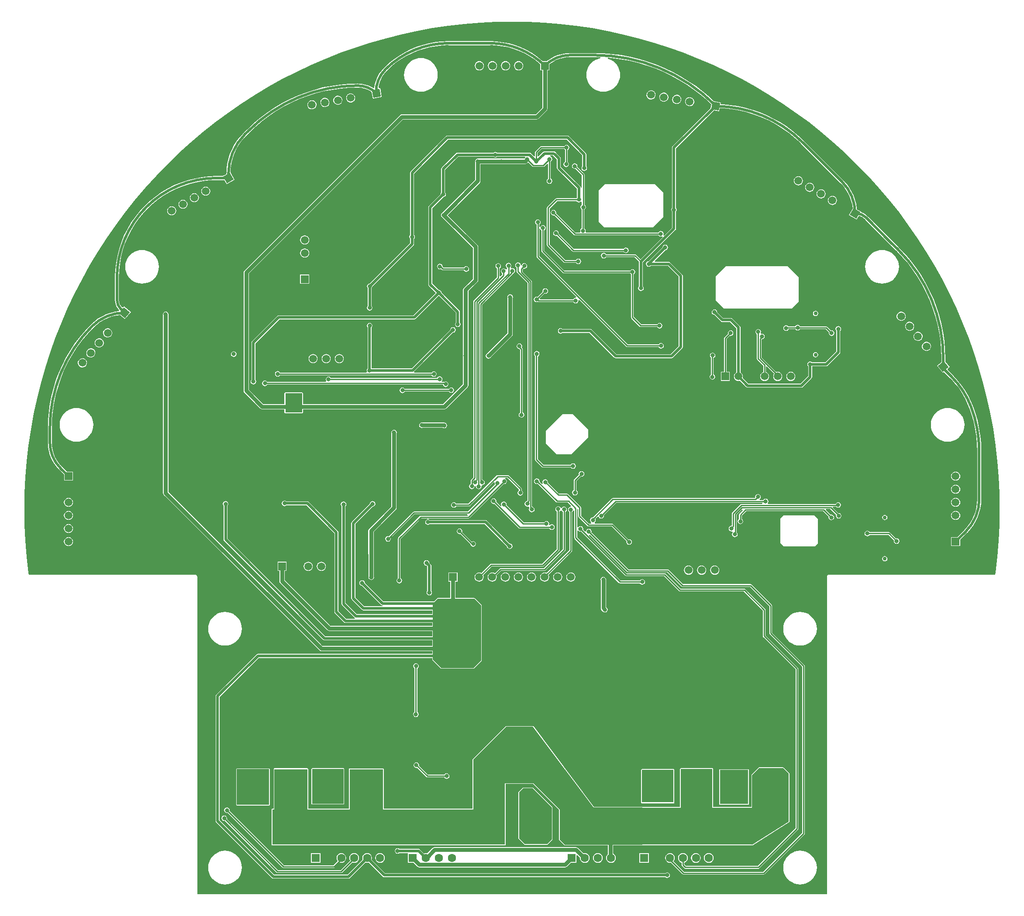
<source format=gbl>
G04*
G04 #@! TF.GenerationSoftware,Altium Limited,Altium Designer,20.1.11 (218)*
G04*
G04 Layer_Physical_Order=2*
G04 Layer_Color=16711680*
%FSLAX24Y24*%
%MOIN*%
G70*
G04*
G04 #@! TF.SameCoordinates,BD3A0D93-D2E9-4D9D-BC1F-92CABD7513BA*
G04*
G04*
G04 #@! TF.FilePolarity,Positive*
G04*
G01*
G75*
%ADD10C,0.0100*%
%ADD23C,0.0200*%
%ADD50R,0.1772X0.1772*%
%ADD133C,0.0300*%
%ADD141R,0.0630X0.0630*%
%ADD142C,0.0630*%
%ADD143R,0.0591X0.0591*%
%ADD144C,0.0591*%
%ADD145C,0.0295*%
%ADD146O,0.0394X0.0630*%
%ADD147R,0.0591X0.0591*%
%ADD148C,0.1496*%
%ADD149O,0.0472X0.0866*%
%ADD150P,0.0835X4X175.0*%
%ADD151P,0.0835X4X195.0*%
%ADD152P,0.0835X4X215.0*%
%ADD153P,0.0835X4X235.0*%
%ADD154P,0.0835X4X255.0*%
%ADD155P,0.0835X4X275.0*%
%ADD156C,0.0315*%
%ADD157C,0.0240*%
%ADD158R,0.8800X0.2300*%
%ADD159R,1.6707X0.2330*%
%ADD160R,0.2590X0.2630*%
%ADD161R,0.2370X0.3240*%
%ADD162R,0.2170X0.2600*%
%ADD163R,0.2420X0.2510*%
%ADD164R,0.2390X0.2660*%
%ADD165R,0.2450X0.2720*%
%ADD166R,0.2560X0.3380*%
%ADD167R,0.2530X0.3980*%
%ADD168R,0.2420X0.4010*%
%ADD169R,0.8420X0.2850*%
%ADD170R,1.5680X0.2700*%
%ADD171R,0.2430X0.5640*%
%ADD172R,0.1310X0.1470*%
G36*
X1228Y42407D02*
X2445Y42347D01*
X3659Y42247D01*
X4869Y42108D01*
X6074Y41929D01*
X7273Y41711D01*
X8463Y41454D01*
X9645Y41158D01*
X10816Y40824D01*
X11976Y40451D01*
X13123Y40041D01*
X14256Y39593D01*
X15374Y39108D01*
X16475Y38587D01*
X17558Y38031D01*
X18623Y37439D01*
X19668Y36813D01*
X20692Y36153D01*
X21694Y35459D01*
X22672Y34734D01*
X23626Y33977D01*
X24555Y33188D01*
X25458Y32370D01*
X26333Y31523D01*
X27180Y30648D01*
X27998Y29745D01*
X28787Y28816D01*
X29544Y27862D01*
X30269Y26884D01*
X30963Y25882D01*
X31623Y24858D01*
X32249Y23813D01*
X32841Y22748D01*
X33397Y21665D01*
X33918Y20564D01*
X34403Y19446D01*
X34851Y18313D01*
X35261Y17166D01*
X35634Y16006D01*
X35968Y14835D01*
X36264Y13653D01*
X36521Y12463D01*
X36739Y11264D01*
X36918Y10059D01*
X37057Y8849D01*
X37157Y7635D01*
X37217Y6418D01*
X37237Y5200D01*
X37217Y3982D01*
X37157Y2765D01*
X37057Y1551D01*
X36918Y341D01*
X36894Y178D01*
X24270D01*
X24223Y188D01*
X24154Y174D01*
X24096Y136D01*
X24058Y78D01*
X24044Y9D01*
Y-24222D01*
X-24024D01*
X-24024Y9D01*
X-24024Y9D01*
X-24038Y78D01*
X-24076Y136D01*
X-24134Y174D01*
X-24203Y188D01*
X-36875Y188D01*
X-36898Y341D01*
X-37037Y1551D01*
X-37137Y2765D01*
X-37197Y3982D01*
X-37217Y5200D01*
X-37197Y6418D01*
X-37137Y7635D01*
X-37037Y8849D01*
X-36898Y10059D01*
X-36719Y11264D01*
X-36501Y12463D01*
X-36244Y13653D01*
X-35948Y14835D01*
X-35614Y16006D01*
X-35241Y17166D01*
X-34831Y18313D01*
X-34383Y19446D01*
X-33898Y20564D01*
X-33377Y21665D01*
X-32821Y22748D01*
X-32229Y23813D01*
X-31603Y24858D01*
X-30943Y25882D01*
X-30249Y26884D01*
X-29524Y27862D01*
X-28767Y28816D01*
X-27978Y29745D01*
X-27160Y30648D01*
X-26313Y31523D01*
X-25438Y32370D01*
X-24535Y33188D01*
X-23606Y33977D01*
X-22652Y34734D01*
X-21674Y35459D01*
X-20672Y36153D01*
X-19648Y36813D01*
X-18603Y37439D01*
X-17538Y38031D01*
X-16455Y38587D01*
X-15354Y39108D01*
X-14236Y39593D01*
X-13103Y40041D01*
X-11956Y40451D01*
X-10796Y40824D01*
X-9625Y41158D01*
X-8443Y41454D01*
X-7253Y41711D01*
X-6054Y41929D01*
X-4849Y42108D01*
X-3639Y42247D01*
X-2425Y42347D01*
X-1208Y42407D01*
X10Y42427D01*
X1228Y42407D01*
D02*
G37*
%LPC*%
G36*
X-1645Y40935D02*
Y40933D01*
X-1645Y40933D01*
X-4837D01*
X-4837Y40933D01*
Y40934D01*
X-5331Y40917D01*
X-5825Y40863D01*
X-6315Y40775D01*
X-6798Y40652D01*
X-7270Y40495D01*
X-7730Y40304D01*
X-8175Y40082D01*
X-8603Y39828D01*
X-9012Y39544D01*
X-9399Y39231D01*
X-9762Y38894D01*
X-9762Y38894D01*
X-9764Y38891D01*
X-9764Y38891D01*
X-9960Y38672D01*
X-10130Y38432D01*
X-10272Y38175D01*
X-10385Y37903D01*
X-10466Y37621D01*
X-10507Y37381D01*
X-10593Y37343D01*
X-10682Y37403D01*
X-10938Y37529D01*
X-11207Y37620D01*
X-11487Y37676D01*
X-11767Y37694D01*
X-11768Y37695D01*
X-11769Y37695D01*
X-11846Y37692D01*
X-12439Y37676D01*
X-13108Y37619D01*
X-13773Y37526D01*
X-14431Y37395D01*
X-15081Y37227D01*
X-15720Y37023D01*
X-16347Y36784D01*
X-16960Y36510D01*
X-17556Y36202D01*
X-18134Y35861D01*
X-18692Y35488D01*
X-19228Y35084D01*
X-19741Y34652D01*
X-20228Y34190D01*
X-20227Y34189D01*
X-20227Y34189D01*
X-20451Y33966D01*
X-20507Y33911D01*
X-20507Y33911D01*
X-20559Y33854D01*
X-20767Y33627D01*
X-21001Y33322D01*
X-21208Y32998D01*
X-21385Y32657D01*
X-21532Y32302D01*
X-21648Y31935D01*
X-21731Y31560D01*
X-21781Y31178D01*
X-21795Y30872D01*
X-21798Y30794D01*
X-21860Y30754D01*
X-22070Y30633D01*
X-22541D01*
X-22542Y30635D01*
X-23096Y30615D01*
X-23647Y30556D01*
X-24193Y30458D01*
X-24730Y30320D01*
X-25256Y30145D01*
X-25768Y29933D01*
X-26263Y29685D01*
X-26740Y29402D01*
X-27195Y29086D01*
X-27627Y28738D01*
X-28032Y28361D01*
X-28032Y28361D01*
X-28033Y28360D01*
X-28085Y28304D01*
X-28410Y27955D01*
X-28758Y27524D01*
X-29073Y27069D01*
X-29356Y26593D01*
X-29604Y26098D01*
X-29816Y25586D01*
X-29991Y25061D01*
X-30128Y24524D01*
X-30226Y23979D01*
X-30285Y23429D01*
X-30302Y22954D01*
X-30305Y22875D01*
X-30305Y22875D01*
X-30305D01*
X-30303Y22797D01*
Y21182D01*
X-30304D01*
X-30289Y21001D01*
X-30247Y20825D01*
X-30178Y20658D01*
X-30083Y20504D01*
X-29994Y20399D01*
X-30025Y20315D01*
X-30286Y20276D01*
X-30633Y20189D01*
X-30970Y20069D01*
X-31293Y19916D01*
X-31600Y19732D01*
X-31887Y19519D01*
X-32152Y19279D01*
X-32152Y19279D01*
X-32153Y19278D01*
X-32207Y19222D01*
X-32583Y18823D01*
X-32988Y18344D01*
X-33364Y17844D01*
X-33712Y17323D01*
X-34031Y16783D01*
X-34318Y16226D01*
X-34574Y15655D01*
X-34798Y15069D01*
X-34988Y14472D01*
X-35144Y13866D01*
X-35267Y13251D01*
X-35354Y12631D01*
X-35407Y12007D01*
X-35422Y11459D01*
X-35424Y11380D01*
X-35424Y11380D01*
X-35423Y11302D01*
Y10349D01*
X-35425Y10271D01*
D01*
X-35406Y9946D01*
X-35352Y9625D01*
X-35262Y9312D01*
X-35137Y9011D01*
X-34979Y8725D01*
X-34791Y8460D01*
X-34574Y8217D01*
X-34572Y8218D01*
X-34572Y8217D01*
X-34194Y7839D01*
Y7365D01*
X-33503D01*
Y8055D01*
X-33977D01*
X-34355Y8433D01*
X-34355Y8433D01*
X-34355Y8433D01*
X-34356Y8434D01*
X-34363Y8439D01*
X-34552Y8650D01*
X-34721Y8888D01*
X-34862Y9143D01*
X-34973Y9412D01*
X-35054Y9693D01*
X-35103Y9980D01*
X-35119Y10263D01*
X-35117Y10271D01*
X-35117Y10272D01*
X-35117Y10272D01*
X-35117Y10272D01*
Y11379D01*
X-35117Y11380D01*
X-35117Y11380D01*
X-35117Y11381D01*
X-35120Y11393D01*
X-35100Y12036D01*
X-35041Y12690D01*
X-34942Y13339D01*
X-34804Y13980D01*
X-34628Y14613D01*
X-34414Y15233D01*
X-34163Y15839D01*
X-33875Y16429D01*
X-33553Y17001D01*
X-33197Y17552D01*
X-32808Y18081D01*
X-32388Y18585D01*
X-31990Y19007D01*
X-31935Y19061D01*
X-31935Y19061D01*
X-31935Y19061D01*
X-31879Y19115D01*
X-31694Y19283D01*
X-31430Y19478D01*
X-31149Y19647D01*
X-30853Y19787D01*
X-30544Y19897D01*
X-30226Y19977D01*
X-29911Y20024D01*
X-29532Y19706D01*
X-29088Y20235D01*
X-29617Y20679D01*
X-29683Y20600D01*
X-29776Y20612D01*
X-29856Y20710D01*
X-29934Y20857D01*
X-29983Y21016D01*
X-29998Y21175D01*
X-29997Y21182D01*
Y22874D01*
X-29997Y22874D01*
X-29997Y22874D01*
X-29997Y22875D01*
X-29999Y22887D01*
X-29981Y23407D01*
X-29924Y23936D01*
X-29829Y24459D01*
X-29698Y24975D01*
X-29530Y25479D01*
X-29326Y25971D01*
X-29088Y26447D01*
X-28817Y26904D01*
X-28513Y27341D01*
X-28180Y27755D01*
X-27870Y28088D01*
X-27814Y28144D01*
X-27814Y28144D01*
X-27814Y28145D01*
X-27814Y28145D01*
X-27808Y28153D01*
X-27427Y28508D01*
X-27012Y28842D01*
X-26575Y29146D01*
X-26117Y29417D01*
X-25641Y29656D01*
X-25149Y29859D01*
X-24644Y30028D01*
X-24128Y30159D01*
X-23604Y30254D01*
X-23074Y30311D01*
X-22621Y30327D01*
X-22542Y30327D01*
X-22541Y30327D01*
X-21954D01*
X-21770Y30008D01*
X-21172Y30354D01*
X-21489Y30902D01*
X-21474Y31197D01*
X-21415Y31595D01*
X-21317Y31985D01*
X-21182Y32365D01*
X-21009Y32729D01*
X-20802Y33074D01*
X-20563Y33397D01*
X-20345Y33638D01*
X-20290Y33694D01*
X-20290Y33694D01*
X-20011Y33973D01*
X-20004Y33982D01*
X-19537Y34424D01*
X-19038Y34846D01*
X-18515Y35239D01*
X-17971Y35602D01*
X-17408Y35935D01*
X-16827Y36235D01*
X-16230Y36502D01*
X-15619Y36735D01*
X-14996Y36934D01*
X-14363Y37097D01*
X-13722Y37225D01*
X-13074Y37316D01*
X-12422Y37371D01*
X-11779Y37389D01*
X-11768Y37387D01*
X-11768D01*
X-11761Y37388D01*
X-11527Y37373D01*
X-11286Y37325D01*
X-11055Y37246D01*
X-10835Y37138D01*
X-10710Y37055D01*
X-10620Y36547D01*
X-9940Y36667D01*
X-10060Y37347D01*
X-10129Y37335D01*
X-10195Y37403D01*
X-10149Y37637D01*
X-10051Y37924D01*
X-9917Y38196D01*
X-9749Y38448D01*
X-9557Y38668D01*
X-9547Y38674D01*
X-9545Y38676D01*
X-9540Y38684D01*
X-9199Y39001D01*
X-8829Y39299D01*
X-8438Y39571D01*
X-8029Y39814D01*
X-7603Y40027D01*
X-7163Y40209D01*
X-6712Y40359D01*
X-6250Y40477D01*
X-5782Y40561D01*
X-5309Y40612D01*
X-4845Y40629D01*
X-4837Y40627D01*
X-1645D01*
X-1635Y40629D01*
X-1197Y40612D01*
X-751Y40559D01*
X-310Y40471D01*
X123Y40349D01*
X545Y40193D01*
X954Y40005D01*
X1346Y39785D01*
X1720Y39536D01*
X2073Y39257D01*
X2165Y39173D01*
Y38713D01*
X2306D01*
Y35854D01*
X1806Y35354D01*
X-8410D01*
X-8488Y35338D01*
X-8554Y35294D01*
X-20424Y23424D01*
X-20468Y23358D01*
X-20484Y23280D01*
Y14230D01*
X-20468Y14152D01*
X-20424Y14086D01*
X-19214Y12876D01*
X-19148Y12832D01*
X-19070Y12816D01*
X-17364D01*
Y12580D01*
X-17348Y12542D01*
X-17310Y12526D01*
X-16000D01*
X-15962Y12542D01*
X-15946Y12580D01*
Y12816D01*
X-5170D01*
X-5092Y12832D01*
X-5026Y12876D01*
X-3386Y14516D01*
X-3342Y14582D01*
X-3326Y14660D01*
Y16862D01*
X-3318Y16900D01*
X-3326Y16938D01*
Y21856D01*
X-2636Y22546D01*
X-2592Y22612D01*
X-2576Y22690D01*
Y25230D01*
X-2592Y25308D01*
X-2636Y25374D01*
X-4922Y27660D01*
X-2456Y30126D01*
X-2412Y30192D01*
X-2396Y30270D01*
Y31556D01*
X-838D01*
X-800Y31548D01*
X-762Y31556D01*
X1026D01*
X1104Y31572D01*
X1170Y31616D01*
X1240Y31686D01*
X1363Y31562D01*
X1363Y31562D01*
X1548Y31378D01*
X1581Y31356D01*
X1620Y31348D01*
X2400D01*
X2439Y31356D01*
X2472Y31378D01*
X2685Y31591D01*
X2758Y31561D01*
Y30431D01*
X2710Y30400D01*
X2665Y30331D01*
X2648Y30250D01*
X2665Y30169D01*
X2710Y30100D01*
X2779Y30055D01*
X2860Y30038D01*
X2941Y30055D01*
X3010Y30100D01*
X3055Y30169D01*
X3072Y30250D01*
X3055Y30331D01*
X3010Y30400D01*
X2962Y30431D01*
Y31732D01*
X3020Y31770D01*
X3065Y31839D01*
X3082Y31920D01*
X3065Y32001D01*
X3020Y32070D01*
X2951Y32115D01*
X2940Y32118D01*
X2919Y32202D01*
X2925Y32207D01*
X3137D01*
X3427Y31917D01*
Y31260D01*
X3439Y31201D01*
X3472Y31152D01*
X4957Y29667D01*
Y28975D01*
X4929Y28932D01*
X3400D01*
X3361Y28924D01*
X3328Y28902D01*
X2698Y28272D01*
X2676Y28239D01*
X2668Y28200D01*
Y25370D01*
X2676Y25331D01*
X2698Y25298D01*
X3955Y24041D01*
X3988Y24018D01*
X4027Y24011D01*
X4890D01*
X4922Y23963D01*
X4990Y23917D01*
X5071Y23901D01*
X5152Y23917D01*
X5221Y23963D01*
X5267Y24032D01*
X5283Y24113D01*
X5267Y24194D01*
X5221Y24262D01*
X5152Y24308D01*
X5071Y24324D01*
X4990Y24308D01*
X4922Y24262D01*
X4890Y24215D01*
X4070D01*
X2872Y25412D01*
Y28158D01*
X3442Y28728D01*
X4929D01*
X4960Y28680D01*
X5029Y28635D01*
X5110Y28618D01*
X5191Y28635D01*
X5260Y28680D01*
X5338Y28656D01*
Y28431D01*
X5290Y28400D01*
X5245Y28331D01*
X5228Y28250D01*
X5245Y28169D01*
X5290Y28100D01*
X5328Y28075D01*
Y26648D01*
X5270Y26610D01*
X5225Y26541D01*
X5208Y26460D01*
X5224Y26383D01*
X5224Y26378D01*
X5180Y26304D01*
X4850D01*
X3370Y27784D01*
X3382Y27840D01*
X3365Y27921D01*
X3320Y27990D01*
X3251Y28035D01*
X3170Y28052D01*
X3089Y28035D01*
X3020Y27990D01*
X2975Y27921D01*
X2958Y27840D01*
X2975Y27759D01*
X3020Y27690D01*
X3089Y27645D01*
X3170Y27628D01*
X3226Y27640D01*
X4735Y26130D01*
X4768Y26108D01*
X4807Y26101D01*
X11190D01*
X11210Y26070D01*
X11279Y26025D01*
X11360Y26008D01*
X11441Y26025D01*
X11459Y26037D01*
X11509Y25975D01*
X9814Y24280D01*
X9472Y24622D01*
X9439Y24644D01*
X9400Y24652D01*
X7187D01*
X7155Y24700D01*
X7087Y24746D01*
X7006Y24762D01*
X6925Y24746D01*
X6856Y24700D01*
X6810Y24631D01*
X6794Y24550D01*
X6810Y24469D01*
X6856Y24401D01*
X6925Y24355D01*
X7006Y24339D01*
X7087Y24355D01*
X7155Y24401D01*
X7187Y24448D01*
X9357D01*
X9699Y24107D01*
X9697Y24100D01*
Y22215D01*
X9655Y22151D01*
X9638Y22070D01*
X9655Y21989D01*
X9700Y21920D01*
X9769Y21875D01*
X9850Y21858D01*
X9931Y21875D01*
X10000Y21920D01*
X10045Y21989D01*
X10062Y22070D01*
X10045Y22151D01*
X10003Y22215D01*
Y24037D01*
X12478Y26512D01*
X12511Y26561D01*
X12523Y26620D01*
Y27915D01*
X12565Y27979D01*
X12582Y28060D01*
X12565Y28141D01*
X12523Y28205D01*
Y32733D01*
X15425Y35635D01*
X15819Y35565D01*
X15862Y35805D01*
X16143Y35796D01*
X16744Y35736D01*
X17340Y35638D01*
X17928Y35501D01*
X18506Y35326D01*
X19071Y35113D01*
X19622Y34864D01*
X20154Y34579D01*
X20667Y34260D01*
X21158Y33908D01*
X21625Y33525D01*
X22009Y33165D01*
X22065Y33109D01*
X22065Y33109D01*
X25098Y30075D01*
X25105Y30071D01*
X25313Y29842D01*
X25501Y29588D01*
X25663Y29317D01*
X25798Y29032D01*
X25904Y28735D01*
X25981Y28428D01*
X26021Y28161D01*
X25722Y27644D01*
X26320Y27298D01*
X26493Y27596D01*
X26631Y27554D01*
X26778Y27476D01*
X26901Y27375D01*
X26905Y27369D01*
X26984Y27290D01*
X26984Y27290D01*
X28759Y25515D01*
X28759Y25515D01*
X29319Y24954D01*
X29374Y24900D01*
X29375Y24899D01*
X29431Y24843D01*
X29824Y24427D01*
X30244Y23930D01*
X30636Y23409D01*
X30998Y22867D01*
X31329Y22306D01*
X31628Y21728D01*
X31894Y21133D01*
X32126Y20525D01*
X32324Y19904D01*
X32487Y19273D01*
X32614Y18634D01*
X32705Y17989D01*
X32760Y17340D01*
X32776Y16768D01*
X32775Y16689D01*
X32775Y16689D01*
X32775Y16688D01*
Y16414D01*
X32442Y16134D01*
X32886Y15605D01*
X32969Y15675D01*
X33399Y15245D01*
X33453Y15190D01*
X33454Y15189D01*
X33510Y15134D01*
X33796Y14824D01*
X34106Y14431D01*
X34384Y14015D01*
X34628Y13579D01*
X34837Y13124D01*
X34902Y12949D01*
X34902Y12949D01*
X34932Y12876D01*
X35094Y12407D01*
X35246Y11860D01*
X35365Y11305D01*
X35451Y10744D01*
X35502Y10178D01*
X35519Y9622D01*
X35517Y9613D01*
Y5952D01*
X35519Y5944D01*
X35503Y5625D01*
X35455Y5303D01*
X35376Y4986D01*
X35266Y4679D01*
X35126Y4384D01*
X34959Y4104D01*
X34764Y3842D01*
X34550Y3606D01*
X34543Y3601D01*
X33997Y3055D01*
X33523D01*
Y2365D01*
X34214D01*
Y2839D01*
X34704Y3330D01*
X34761Y3384D01*
X34761Y3385D01*
X34813Y3441D01*
X35000Y3649D01*
X35213Y3935D01*
X35396Y4240D01*
X35548Y4562D01*
X35668Y4898D01*
X35755Y5243D01*
X35807Y5595D01*
X35821Y5874D01*
X35824Y5951D01*
X35824Y5952D01*
X35823Y6030D01*
Y9613D01*
X35823Y9613D01*
X35823Y9613D01*
X35824D01*
X35807Y10197D01*
X35754Y10780D01*
X35665Y11360D01*
X35542Y11933D01*
X35385Y12497D01*
X35217Y12984D01*
X35194Y13052D01*
X35191Y13059D01*
X35188Y13062D01*
X35188Y13062D01*
X35188Y13063D01*
X35160Y13130D01*
X35024Y13459D01*
X34810Y13886D01*
X34567Y14295D01*
X34295Y14687D01*
X33996Y15058D01*
X33725Y15349D01*
X33672Y15407D01*
X33615Y15461D01*
X33245Y15831D01*
X33249Y15910D01*
X33415Y16049D01*
X33081Y16447D01*
Y16688D01*
X33083Y16689D01*
X33064Y17357D01*
X33008Y18024D01*
X32915Y18685D01*
X32784Y19341D01*
X32617Y19988D01*
X32414Y20625D01*
X32176Y21250D01*
X31903Y21860D01*
X31596Y22454D01*
X31256Y23030D01*
X30885Y23586D01*
X30483Y24120D01*
X30052Y24631D01*
X29646Y25059D01*
X29592Y25116D01*
X29536Y25171D01*
X28975Y25731D01*
X28975Y25731D01*
X27200Y27506D01*
X27200Y27506D01*
X27121Y27585D01*
X27121Y27586D01*
X26984Y27703D01*
X26830Y27798D01*
X26725Y27841D01*
X26666Y27896D01*
X26666Y27896D01*
X26334Y28088D01*
X26331Y28146D01*
X26281Y28488D01*
X26197Y28823D01*
X26080Y29149D01*
X25932Y29461D01*
X25755Y29758D01*
X25549Y30035D01*
X25368Y30235D01*
X25317Y30292D01*
X25316Y30292D01*
X25316Y30292D01*
X25314D01*
X22282Y33324D01*
Y33326D01*
X22282Y33326D01*
X22281Y33327D01*
X22225Y33380D01*
X21862Y33722D01*
X21419Y34091D01*
X20955Y34432D01*
X20472Y34745D01*
X19970Y35028D01*
X19452Y35280D01*
X18920Y35500D01*
X18376Y35688D01*
X17821Y35843D01*
X17258Y35964D01*
X16688Y36050D01*
X16115Y36102D01*
X15975Y36107D01*
X15926Y36168D01*
X15939Y36245D01*
X15425Y36336D01*
X15113Y36632D01*
X14587Y37081D01*
X14039Y37502D01*
X13469Y37894D01*
X12879Y38255D01*
X12272Y38585D01*
X11647Y38883D01*
X11009Y39147D01*
X10357Y39378D01*
X9694Y39574D01*
X9021Y39736D01*
X8341Y39862D01*
X7656Y39952D01*
X6966Y40006D01*
X6275Y40025D01*
X6274Y40023D01*
X4447D01*
X4447Y40025D01*
X4126Y40006D01*
X3808Y39953D01*
X3499Y39863D01*
X3201Y39740D01*
X2919Y39584D01*
X2665Y39404D01*
X2364D01*
X2271Y39489D01*
X1899Y39782D01*
X1506Y40046D01*
X1092Y40277D01*
X662Y40475D01*
X218Y40639D01*
X-238Y40768D01*
X-703Y40860D01*
X-1173Y40916D01*
X-1645Y40935D01*
D02*
G37*
G36*
X510Y39407D02*
X420Y39395D01*
X336Y39360D01*
X264Y39305D01*
X208Y39232D01*
X174Y39148D01*
X162Y39058D01*
X174Y38968D01*
X208Y38884D01*
X264Y38812D01*
X336Y38757D01*
X420Y38722D01*
X510Y38710D01*
X600Y38722D01*
X684Y38757D01*
X756Y38812D01*
X812Y38884D01*
X846Y38968D01*
X858Y39058D01*
X846Y39148D01*
X812Y39232D01*
X756Y39305D01*
X684Y39360D01*
X600Y39395D01*
X510Y39407D01*
D02*
G37*
G36*
X-490D02*
X-580Y39395D01*
X-664Y39360D01*
X-736Y39305D01*
X-792Y39232D01*
X-826Y39148D01*
X-838Y39058D01*
X-826Y38968D01*
X-792Y38884D01*
X-736Y38812D01*
X-664Y38757D01*
X-580Y38722D01*
X-490Y38710D01*
X-400Y38722D01*
X-316Y38757D01*
X-244Y38812D01*
X-188Y38884D01*
X-154Y38968D01*
X-142Y39058D01*
X-154Y39148D01*
X-188Y39232D01*
X-244Y39305D01*
X-316Y39360D01*
X-400Y39395D01*
X-490Y39407D01*
D02*
G37*
G36*
X-1490D02*
X-1580Y39395D01*
X-1664Y39360D01*
X-1736Y39305D01*
X-1792Y39232D01*
X-1826Y39148D01*
X-1838Y39058D01*
X-1826Y38968D01*
X-1792Y38884D01*
X-1736Y38812D01*
X-1664Y38757D01*
X-1580Y38722D01*
X-1490Y38710D01*
X-1400Y38722D01*
X-1316Y38757D01*
X-1244Y38812D01*
X-1188Y38884D01*
X-1154Y38968D01*
X-1142Y39058D01*
X-1154Y39148D01*
X-1188Y39232D01*
X-1244Y39305D01*
X-1316Y39360D01*
X-1400Y39395D01*
X-1490Y39407D01*
D02*
G37*
G36*
X-2490D02*
X-2580Y39395D01*
X-2664Y39360D01*
X-2736Y39305D01*
X-2792Y39232D01*
X-2826Y39148D01*
X-2838Y39058D01*
X-2826Y38968D01*
X-2792Y38884D01*
X-2736Y38812D01*
X-2664Y38757D01*
X-2580Y38722D01*
X-2490Y38710D01*
X-2400Y38722D01*
X-2316Y38757D01*
X-2244Y38812D01*
X-2188Y38884D01*
X-2154Y38968D01*
X-2142Y39058D01*
X-2154Y39148D01*
X-2188Y39232D01*
X-2244Y39305D01*
X-2316Y39360D01*
X-2400Y39395D01*
X-2490Y39407D01*
D02*
G37*
G36*
X-6950Y39645D02*
X-7151Y39629D01*
X-7347Y39582D01*
X-7533Y39505D01*
X-7705Y39400D01*
X-7859Y39269D01*
X-7990Y39115D01*
X-8095Y38943D01*
X-8172Y38757D01*
X-8219Y38561D01*
X-8235Y38360D01*
X-8219Y38159D01*
X-8172Y37963D01*
X-8095Y37777D01*
X-7990Y37605D01*
X-7859Y37451D01*
X-7705Y37320D01*
X-7533Y37215D01*
X-7347Y37138D01*
X-7151Y37091D01*
X-6950Y37075D01*
X-6749Y37091D01*
X-6553Y37138D01*
X-6367Y37215D01*
X-6195Y37320D01*
X-6041Y37451D01*
X-5910Y37605D01*
X-5805Y37777D01*
X-5728Y37963D01*
X-5681Y38159D01*
X-5665Y38360D01*
X-5681Y38561D01*
X-5728Y38757D01*
X-5805Y38943D01*
X-5910Y39115D01*
X-6041Y39269D01*
X-6195Y39400D01*
X-6367Y39505D01*
X-6553Y39582D01*
X-6749Y39629D01*
X-6950Y39645D01*
D02*
G37*
G36*
X-12280Y36947D02*
X-12370Y36943D01*
X-12457Y36916D01*
X-12534Y36867D01*
X-12595Y36800D01*
X-12637Y36719D01*
X-12657Y36630D01*
X-12653Y36540D01*
X-12626Y36453D01*
X-12577Y36376D01*
X-12510Y36315D01*
X-12429Y36273D01*
X-12340Y36253D01*
X-12250Y36257D01*
X-12163Y36284D01*
X-12086Y36333D01*
X-12025Y36400D01*
X-11983Y36481D01*
X-11963Y36570D01*
X-11967Y36660D01*
X-11994Y36747D01*
X-12043Y36824D01*
X-12110Y36885D01*
X-12191Y36927D01*
X-12280Y36947D01*
D02*
G37*
G36*
X-13264Y36773D02*
X-13355Y36769D01*
X-13442Y36742D01*
X-13519Y36693D01*
X-13580Y36626D01*
X-13622Y36545D01*
X-13642Y36457D01*
X-13638Y36366D01*
X-13610Y36279D01*
X-13562Y36203D01*
X-13495Y36141D01*
X-13414Y36099D01*
X-13325Y36079D01*
X-13234Y36083D01*
X-13148Y36111D01*
X-13071Y36160D01*
X-13010Y36227D01*
X-12968Y36307D01*
X-12948Y36396D01*
X-12952Y36487D01*
X-12979Y36574D01*
X-13028Y36650D01*
X-13095Y36712D01*
X-13176Y36754D01*
X-13264Y36773D01*
D02*
G37*
G36*
X-14249Y36600D02*
X-14340Y36596D01*
X-14427Y36568D01*
X-14503Y36519D01*
X-14565Y36452D01*
X-14607Y36372D01*
X-14627Y36283D01*
X-14623Y36192D01*
X-14595Y36106D01*
X-14546Y36029D01*
X-14479Y35967D01*
X-14399Y35925D01*
X-14310Y35906D01*
X-14219Y35910D01*
X-14132Y35937D01*
X-14056Y35986D01*
X-13994Y36053D01*
X-13952Y36134D01*
X-13933Y36222D01*
X-13937Y36313D01*
X-13964Y36400D01*
X-14013Y36477D01*
X-14080Y36538D01*
X-14161Y36580D01*
X-14249Y36600D01*
D02*
G37*
G36*
X-15234Y36426D02*
X-15325Y36422D01*
X-15412Y36395D01*
X-15488Y36346D01*
X-15550Y36279D01*
X-15592Y36198D01*
X-15611Y36109D01*
X-15607Y36019D01*
X-15580Y35932D01*
X-15531Y35855D01*
X-15464Y35794D01*
X-15384Y35752D01*
X-15295Y35732D01*
X-15204Y35736D01*
X-15117Y35763D01*
X-15041Y35812D01*
X-14979Y35879D01*
X-14937Y35960D01*
X-14917Y36049D01*
X-14921Y36140D01*
X-14949Y36226D01*
X-14998Y36303D01*
X-15065Y36364D01*
X-15145Y36406D01*
X-15234Y36426D01*
D02*
G37*
G36*
X21864Y30618D02*
X21774Y30606D01*
X21690Y30572D01*
X21618Y30516D01*
X21562Y30444D01*
X21528Y30360D01*
X21516Y30270D01*
X21528Y30180D01*
X21562Y30096D01*
X21618Y30024D01*
X21690Y29968D01*
X21774Y29934D01*
X21864Y29922D01*
X21954Y29934D01*
X22038Y29968D01*
X22110Y30024D01*
X22166Y30096D01*
X22200Y30180D01*
X22212Y30270D01*
X22200Y30360D01*
X22166Y30444D01*
X22110Y30516D01*
X22038Y30572D01*
X21954Y30606D01*
X21864Y30618D01*
D02*
G37*
G36*
X22730Y30118D02*
X22640Y30106D01*
X22556Y30072D01*
X22484Y30016D01*
X22428Y29944D01*
X22394Y29860D01*
X22382Y29770D01*
X22394Y29680D01*
X22428Y29596D01*
X22484Y29524D01*
X22556Y29468D01*
X22640Y29434D01*
X22730Y29422D01*
X22820Y29434D01*
X22904Y29468D01*
X22976Y29524D01*
X23032Y29596D01*
X23066Y29680D01*
X23078Y29770D01*
X23066Y29860D01*
X23032Y29944D01*
X22976Y30016D01*
X22904Y30072D01*
X22820Y30106D01*
X22730Y30118D01*
D02*
G37*
G36*
X-23376Y29828D02*
X-23466Y29816D01*
X-23550Y29782D01*
X-23622Y29726D01*
X-23678Y29654D01*
X-23712Y29570D01*
X-23724Y29480D01*
X-23712Y29390D01*
X-23678Y29306D01*
X-23622Y29234D01*
X-23550Y29178D01*
X-23466Y29144D01*
X-23376Y29132D01*
X-23286Y29144D01*
X-23202Y29178D01*
X-23130Y29234D01*
X-23074Y29306D01*
X-23040Y29390D01*
X-23028Y29480D01*
X-23040Y29570D01*
X-23074Y29654D01*
X-23130Y29726D01*
X-23202Y29782D01*
X-23286Y29816D01*
X-23376Y29828D01*
D02*
G37*
G36*
X23596Y29618D02*
X23506Y29606D01*
X23422Y29572D01*
X23350Y29516D01*
X23294Y29444D01*
X23260Y29360D01*
X23248Y29270D01*
X23260Y29180D01*
X23294Y29096D01*
X23350Y29024D01*
X23422Y28968D01*
X23506Y28934D01*
X23596Y28922D01*
X23686Y28934D01*
X23770Y28968D01*
X23842Y29024D01*
X23898Y29096D01*
X23932Y29180D01*
X23944Y29270D01*
X23932Y29360D01*
X23898Y29444D01*
X23842Y29516D01*
X23770Y29572D01*
X23686Y29606D01*
X23596Y29618D01*
D02*
G37*
G36*
X-24242Y29328D02*
X-24332Y29316D01*
X-24416Y29282D01*
X-24488Y29226D01*
X-24544Y29154D01*
X-24578Y29070D01*
X-24590Y28980D01*
X-24578Y28890D01*
X-24544Y28806D01*
X-24488Y28734D01*
X-24416Y28678D01*
X-24332Y28644D01*
X-24242Y28632D01*
X-24152Y28644D01*
X-24068Y28678D01*
X-23996Y28734D01*
X-23940Y28806D01*
X-23906Y28890D01*
X-23894Y28980D01*
X-23906Y29070D01*
X-23940Y29154D01*
X-23996Y29226D01*
X-24068Y29282D01*
X-24152Y29316D01*
X-24242Y29328D01*
D02*
G37*
G36*
X24462Y29118D02*
X24372Y29106D01*
X24288Y29072D01*
X24216Y29016D01*
X24160Y28944D01*
X24126Y28860D01*
X24114Y28770D01*
X24126Y28680D01*
X24160Y28596D01*
X24216Y28524D01*
X24288Y28468D01*
X24372Y28434D01*
X24462Y28422D01*
X24552Y28434D01*
X24636Y28468D01*
X24708Y28524D01*
X24764Y28596D01*
X24798Y28680D01*
X24810Y28770D01*
X24798Y28860D01*
X24764Y28944D01*
X24708Y29016D01*
X24636Y29072D01*
X24552Y29106D01*
X24462Y29118D01*
D02*
G37*
G36*
X-25108Y28828D02*
X-25198Y28816D01*
X-25282Y28782D01*
X-25354Y28726D01*
X-25410Y28654D01*
X-25444Y28570D01*
X-25456Y28480D01*
X-25444Y28390D01*
X-25410Y28306D01*
X-25354Y28234D01*
X-25282Y28178D01*
X-25198Y28144D01*
X-25108Y28132D01*
X-25018Y28144D01*
X-24934Y28178D01*
X-24862Y28234D01*
X-24806Y28306D01*
X-24772Y28390D01*
X-24760Y28480D01*
X-24772Y28570D01*
X-24806Y28654D01*
X-24862Y28726D01*
X-24934Y28782D01*
X-25018Y28816D01*
X-25108Y28828D01*
D02*
G37*
G36*
X-25974Y28328D02*
X-26064Y28316D01*
X-26148Y28282D01*
X-26220Y28226D01*
X-26276Y28154D01*
X-26310Y28070D01*
X-26322Y27980D01*
X-26310Y27890D01*
X-26276Y27806D01*
X-26220Y27734D01*
X-26148Y27678D01*
X-26064Y27644D01*
X-25974Y27632D01*
X-25884Y27644D01*
X-25800Y27678D01*
X-25728Y27734D01*
X-25673Y27806D01*
X-25638Y27890D01*
X-25626Y27980D01*
X-25638Y28070D01*
X-25673Y28154D01*
X-25728Y28226D01*
X-25800Y28282D01*
X-25884Y28316D01*
X-25974Y28328D01*
D02*
G37*
G36*
X3356Y26482D02*
X3275Y26465D01*
X3206Y26420D01*
X3161Y26351D01*
X3145Y26270D01*
X3161Y26189D01*
X3206Y26120D01*
X3275Y26075D01*
X3356Y26058D01*
X3426Y26072D01*
X4610Y24888D01*
X4643Y24866D01*
X4682Y24858D01*
X8519D01*
X8550Y24810D01*
X8619Y24765D01*
X8700Y24748D01*
X8781Y24765D01*
X8850Y24810D01*
X8895Y24879D01*
X8912Y24960D01*
X8895Y25041D01*
X8850Y25110D01*
X8781Y25155D01*
X8700Y25172D01*
X8619Y25155D01*
X8550Y25110D01*
X8519Y25062D01*
X4724D01*
X3559Y26227D01*
X3568Y26270D01*
X3552Y26351D01*
X3506Y26420D01*
X3437Y26465D01*
X3356Y26482D01*
D02*
G37*
G36*
X460Y24032D02*
X379Y24015D01*
X310Y23970D01*
X265Y23901D01*
X248Y23820D01*
X265Y23739D01*
X310Y23670D01*
X358Y23639D01*
Y23338D01*
X366Y23299D01*
X388Y23266D01*
X1178Y22476D01*
Y5858D01*
X1142Y5822D01*
X1129Y5803D01*
X1092Y5795D01*
X1023Y5750D01*
X977Y5681D01*
X961Y5600D01*
X977Y5519D01*
X1023Y5450D01*
X1092Y5405D01*
X1173Y5388D01*
X1249Y5404D01*
X1255Y5404D01*
X1328Y5360D01*
Y5311D01*
X1334Y5280D01*
X1316Y5252D01*
X1300Y5171D01*
X1316Y5090D01*
X1362Y5022D01*
X1430Y4976D01*
X1511Y4960D01*
X1592Y4976D01*
X1661Y5022D01*
X1707Y5090D01*
X1723Y5171D01*
X1707Y5252D01*
X1661Y5321D01*
X1592Y5367D01*
X1532Y5379D01*
Y22580D01*
X1524Y22619D01*
X1502Y22652D01*
X832Y23322D01*
Y23508D01*
X894Y23570D01*
X950Y23558D01*
X1031Y23575D01*
X1100Y23620D01*
X1145Y23689D01*
X1162Y23770D01*
X1145Y23851D01*
X1100Y23920D01*
X1031Y23965D01*
X950Y23982D01*
X869Y23965D01*
X800Y23920D01*
X755Y23851D01*
X747Y23813D01*
X672Y23820D01*
X655Y23901D01*
X610Y23970D01*
X541Y24015D01*
X460Y24032D01*
D02*
G37*
G36*
X-260Y24002D02*
X-341Y23985D01*
X-410Y23940D01*
X-455Y23871D01*
X-472Y23790D01*
X-455Y23709D01*
X-410Y23640D01*
X-362Y23609D01*
Y23515D01*
X-377Y23502D01*
X-480Y23515D01*
X-549Y23560D01*
X-630Y23577D01*
X-711Y23560D01*
X-780Y23515D01*
X-825Y23446D01*
X-842Y23365D01*
X-825Y23284D01*
X-780Y23215D01*
X-732Y23184D01*
Y23100D01*
X-872Y22960D01*
X-945Y22990D01*
Y23582D01*
X-897Y23614D01*
X-851Y23682D01*
X-835Y23763D01*
X-851Y23844D01*
X-897Y23913D01*
X-966Y23959D01*
X-1047Y23975D01*
X-1128Y23959D01*
X-1196Y23913D01*
X-1242Y23844D01*
X-1258Y23763D01*
X-1242Y23682D01*
X-1196Y23614D01*
X-1149Y23582D01*
Y22896D01*
X-2912Y21132D01*
X-2934Y21099D01*
X-2942Y21060D01*
Y7624D01*
X-3127Y7439D01*
X-3149Y7406D01*
X-3157Y7367D01*
Y7125D01*
X-3210Y7090D01*
X-3255Y7021D01*
X-3272Y6940D01*
X-3255Y6859D01*
X-3210Y6790D01*
X-3141Y6745D01*
X-3060Y6728D01*
X-2979Y6745D01*
X-2910Y6790D01*
X-2865Y6859D01*
X-2848Y6940D01*
X-2800Y6974D01*
X-2749Y6925D01*
X-2733Y6844D01*
X-2687Y6775D01*
X-2619Y6730D01*
X-2538Y6713D01*
X-2457Y6730D01*
X-2388Y6775D01*
X-2342Y6844D01*
X-2326Y6925D01*
X-2331Y6948D01*
X-2280Y7018D01*
X-2271Y7020D01*
X-2199Y7035D01*
X-2130Y7080D01*
X-2085Y7149D01*
X-2068Y7230D01*
X-2085Y7311D01*
X-2130Y7380D01*
X-2199Y7425D01*
X-2280Y7442D01*
X-2288Y7517D01*
Y20808D01*
X61Y23157D01*
X82Y23189D01*
X111Y23195D01*
X180Y23240D01*
X225Y23309D01*
X242Y23390D01*
X225Y23471D01*
X180Y23540D01*
X111Y23585D01*
X30Y23602D01*
X-9Y23594D01*
X-87Y23642D01*
X-93Y23651D01*
X-95Y23664D01*
X-65Y23709D01*
X-48Y23790D01*
X-65Y23871D01*
X-110Y23940D01*
X-179Y23985D01*
X-260Y24002D01*
D02*
G37*
G36*
X28254Y24984D02*
X28053Y24968D01*
X27857Y24921D01*
X27671Y24844D01*
X27499Y24739D01*
X27345Y24608D01*
X27214Y24454D01*
X27109Y24282D01*
X27032Y24096D01*
X26985Y23900D01*
X26969Y23699D01*
X26985Y23498D01*
X27032Y23302D01*
X27109Y23115D01*
X27214Y22944D01*
X27345Y22790D01*
X27499Y22659D01*
X27671Y22554D01*
X27857Y22477D01*
X28053Y22430D01*
X28254Y22414D01*
X28455Y22430D01*
X28651Y22477D01*
X28837Y22554D01*
X29009Y22659D01*
X29163Y22790D01*
X29294Y22944D01*
X29399Y23115D01*
X29476Y23302D01*
X29523Y23498D01*
X29539Y23699D01*
X29523Y23900D01*
X29476Y24096D01*
X29399Y24282D01*
X29294Y24454D01*
X29163Y24608D01*
X29009Y24739D01*
X28837Y24844D01*
X28651Y24921D01*
X28455Y24968D01*
X28254Y24984D01*
D02*
G37*
G36*
X-28234D02*
X-28435Y24968D01*
X-28631Y24921D01*
X-28817Y24844D01*
X-28989Y24739D01*
X-29143Y24608D01*
X-29274Y24454D01*
X-29379Y24282D01*
X-29456Y24096D01*
X-29503Y23900D01*
X-29519Y23699D01*
X-29503Y23498D01*
X-29456Y23302D01*
X-29379Y23115D01*
X-29274Y22944D01*
X-29143Y22790D01*
X-28989Y22659D01*
X-28817Y22554D01*
X-28631Y22477D01*
X-28435Y22430D01*
X-28234Y22414D01*
X-28033Y22430D01*
X-27837Y22477D01*
X-27651Y22554D01*
X-27479Y22659D01*
X-27325Y22790D01*
X-27194Y22944D01*
X-27089Y23115D01*
X-27012Y23302D01*
X-26965Y23498D01*
X-26949Y23699D01*
X-26965Y23900D01*
X-27012Y24096D01*
X-27089Y24282D01*
X-27194Y24454D01*
X-27325Y24608D01*
X-27479Y24739D01*
X-27651Y24844D01*
X-27837Y24921D01*
X-28033Y24968D01*
X-28234Y24984D01*
D02*
G37*
G36*
X21040Y23750D02*
X16330Y23750D01*
X15560Y22980D01*
X15560Y21140D01*
X16190Y20510D01*
X21350Y20510D01*
X21900Y21060D01*
Y22890D01*
X21040Y23750D01*
D02*
G37*
G36*
X23180Y20336D02*
X23103Y20321D01*
X23038Y20277D01*
X22994Y20212D01*
X22978Y20135D01*
X22994Y20058D01*
X23038Y19992D01*
X23103Y19949D01*
X23180Y19933D01*
X23257Y19949D01*
X23322Y19992D01*
X23366Y20058D01*
X23382Y20135D01*
X23366Y20212D01*
X23322Y20277D01*
X23257Y20321D01*
X23180Y20336D01*
D02*
G37*
G36*
X29745Y20269D02*
X29654Y20265D01*
X29567Y20238D01*
X29491Y20189D01*
X29429Y20122D01*
X29387Y20041D01*
X29368Y19952D01*
X29371Y19862D01*
X29399Y19775D01*
X29448Y19698D01*
X29515Y19637D01*
X29595Y19595D01*
X29684Y19575D01*
X29775Y19579D01*
X29862Y19606D01*
X29938Y19655D01*
X30000Y19722D01*
X30042Y19803D01*
X30061Y19892D01*
X30057Y19983D01*
X30030Y20069D01*
X29981Y20146D01*
X29914Y20207D01*
X29834Y20249D01*
X29745Y20269D01*
D02*
G37*
G36*
X21810Y19262D02*
X21729Y19245D01*
X21660Y19200D01*
X21619Y19137D01*
X21101D01*
X21080Y19170D01*
X21011Y19215D01*
X20930Y19232D01*
X20849Y19215D01*
X20780Y19170D01*
X20735Y19101D01*
X20718Y19020D01*
X20735Y18939D01*
X20780Y18870D01*
X20849Y18825D01*
X20930Y18808D01*
X21011Y18825D01*
X21080Y18870D01*
X21121Y18933D01*
X21639D01*
X21660Y18900D01*
X21729Y18855D01*
X21810Y18838D01*
X21891Y18855D01*
X21960Y18900D01*
X21991Y18948D01*
X23948D01*
X24200Y18696D01*
X24188Y18640D01*
X24205Y18559D01*
X24250Y18490D01*
X24319Y18445D01*
X24400Y18428D01*
X24481Y18445D01*
X24550Y18490D01*
X24595Y18559D01*
X24612Y18640D01*
X24595Y18721D01*
X24550Y18790D01*
X24481Y18835D01*
X24400Y18852D01*
X24344Y18840D01*
X24062Y19122D01*
X24029Y19144D01*
X23990Y19152D01*
X21991D01*
X21960Y19200D01*
X21891Y19245D01*
X21810Y19262D01*
D02*
G37*
G36*
X1980Y27322D02*
X1899Y27305D01*
X1830Y27260D01*
X1785Y27191D01*
X1768Y27110D01*
X1785Y27029D01*
X1830Y26960D01*
X1878Y26929D01*
Y24490D01*
X1886Y24451D01*
X1908Y24418D01*
X4927Y21398D01*
X4889Y21326D01*
X4860Y21332D01*
X4779Y21315D01*
X4710Y21270D01*
X4679Y21222D01*
X2168D01*
X2135Y21301D01*
X2481Y21647D01*
X2550Y21633D01*
X2631Y21650D01*
X2700Y21695D01*
X2745Y21764D01*
X2762Y21845D01*
X2745Y21926D01*
X2700Y21995D01*
X2631Y22040D01*
X2550Y22057D01*
X2469Y22040D01*
X2400Y21995D01*
X2355Y21926D01*
X2338Y21845D01*
X2347Y21801D01*
X1953Y21407D01*
X1880Y21422D01*
X1799Y21405D01*
X1730Y21360D01*
X1685Y21291D01*
X1668Y21210D01*
X1685Y21129D01*
X1730Y21060D01*
X1799Y21015D01*
X1880Y20998D01*
X1961Y21015D01*
X1983Y21030D01*
X1989Y21026D01*
X2028Y21018D01*
X4679D01*
X4710Y20970D01*
X4779Y20925D01*
X4860Y20908D01*
X4941Y20925D01*
X5010Y20970D01*
X5055Y21039D01*
X5072Y21120D01*
X5066Y21149D01*
X5138Y21187D01*
X8728Y17598D01*
X8761Y17576D01*
X8800Y17568D01*
X11199D01*
X11230Y17520D01*
X11299Y17475D01*
X11380Y17458D01*
X11461Y17475D01*
X11530Y17520D01*
X11575Y17589D01*
X11592Y17670D01*
X11575Y17751D01*
X11530Y17820D01*
X11461Y17865D01*
X11380Y17882D01*
X11299Y17865D01*
X11230Y17820D01*
X11199Y17772D01*
X8842D01*
X2082Y24532D01*
Y26601D01*
X2161Y26608D01*
X2165Y26589D01*
X2210Y26520D01*
X2258Y26489D01*
Y24910D01*
X2266Y24871D01*
X2288Y24838D01*
X3888Y23238D01*
X3921Y23216D01*
X3960Y23208D01*
X9019D01*
X9050Y23160D01*
X9098Y23129D01*
Y19830D01*
X9106Y19791D01*
X9128Y19758D01*
X9758Y19128D01*
X9791Y19106D01*
X9830Y19098D01*
X11089D01*
X11120Y19050D01*
X11189Y19005D01*
X11270Y18988D01*
X11351Y19005D01*
X11420Y19050D01*
X11465Y19119D01*
X11482Y19200D01*
X11465Y19281D01*
X11420Y19350D01*
X11351Y19395D01*
X11270Y19412D01*
X11189Y19395D01*
X11120Y19350D01*
X11089Y19302D01*
X9872D01*
X9302Y19872D01*
Y23129D01*
X9350Y23160D01*
X9395Y23229D01*
X9412Y23310D01*
X9395Y23391D01*
X9350Y23460D01*
X9281Y23505D01*
X9200Y23522D01*
X9119Y23505D01*
X9050Y23460D01*
X9019Y23412D01*
X4002D01*
X2462Y24952D01*
Y26489D01*
X2510Y26520D01*
X2555Y26589D01*
X2572Y26670D01*
X2555Y26751D01*
X2510Y26820D01*
X2441Y26865D01*
X2360Y26882D01*
X2279Y26865D01*
X2210Y26820D01*
X2165Y26751D01*
X2161Y26732D01*
X2082Y26739D01*
Y26929D01*
X2130Y26960D01*
X2175Y27029D01*
X2192Y27110D01*
X2175Y27191D01*
X2130Y27260D01*
X2061Y27305D01*
X1980Y27322D01*
D02*
G37*
G36*
X30388Y19503D02*
X30297Y19499D01*
X30210Y19472D01*
X30133Y19423D01*
X30072Y19356D01*
X30030Y19275D01*
X30010Y19186D01*
X30014Y19096D01*
X30042Y19009D01*
X30090Y18932D01*
X30157Y18871D01*
X30238Y18829D01*
X30327Y18809D01*
X30418Y18813D01*
X30504Y18840D01*
X30581Y18889D01*
X30642Y18956D01*
X30684Y19037D01*
X30704Y19126D01*
X30700Y19217D01*
X30673Y19303D01*
X30624Y19380D01*
X30557Y19441D01*
X30476Y19483D01*
X30388Y19503D01*
D02*
G37*
G36*
X16690Y18852D02*
X16609Y18835D01*
X16540Y18790D01*
X16495Y18721D01*
X16478Y18640D01*
X16490Y18584D01*
X16218Y18312D01*
X16196Y18279D01*
X16188Y18240D01*
Y15675D01*
X15945D01*
Y14985D01*
X16635D01*
Y15675D01*
X16392D01*
Y18198D01*
X16634Y18440D01*
X16690Y18428D01*
X16771Y18445D01*
X16840Y18490D01*
X16885Y18559D01*
X16902Y18640D01*
X16885Y18721D01*
X16840Y18790D01*
X16771Y18835D01*
X16690Y18852D01*
D02*
G37*
G36*
X-30890Y19007D02*
X-30979Y18987D01*
X-31060Y18945D01*
X-31127Y18884D01*
X-31176Y18807D01*
X-31203Y18720D01*
X-31207Y18630D01*
X-31187Y18541D01*
X-31145Y18460D01*
X-31084Y18393D01*
X-31007Y18344D01*
X-30920Y18317D01*
X-30830Y18313D01*
X-30741Y18333D01*
X-30660Y18375D01*
X-30593Y18436D01*
X-30544Y18513D01*
X-30517Y18600D01*
X-30513Y18690D01*
X-30533Y18779D01*
X-30575Y18860D01*
X-30636Y18927D01*
X-30713Y18976D01*
X-30800Y19003D01*
X-30890Y19007D01*
D02*
G37*
G36*
X31030Y18737D02*
X30940Y18733D01*
X30853Y18706D01*
X30776Y18657D01*
X30715Y18590D01*
X30673Y18509D01*
X30653Y18420D01*
X30657Y18330D01*
X30684Y18243D01*
X30733Y18166D01*
X30800Y18105D01*
X30881Y18063D01*
X30970Y18043D01*
X31060Y18047D01*
X31147Y18074D01*
X31224Y18123D01*
X31285Y18190D01*
X31327Y18271D01*
X31347Y18360D01*
X31343Y18450D01*
X31316Y18537D01*
X31267Y18614D01*
X31200Y18675D01*
X31119Y18717D01*
X31030Y18737D01*
D02*
G37*
G36*
X-31533Y18241D02*
X-31622Y18221D01*
X-31703Y18179D01*
X-31770Y18118D01*
X-31818Y18041D01*
X-31846Y17954D01*
X-31850Y17864D01*
X-31830Y17775D01*
X-31788Y17694D01*
X-31727Y17627D01*
X-31650Y17578D01*
X-31563Y17551D01*
X-31472Y17547D01*
X-31384Y17567D01*
X-31303Y17609D01*
X-31236Y17670D01*
X-31187Y17747D01*
X-31160Y17833D01*
X-31156Y17924D01*
X-31176Y18013D01*
X-31218Y18094D01*
X-31279Y18161D01*
X-31356Y18210D01*
X-31442Y18237D01*
X-31533Y18241D01*
D02*
G37*
G36*
X31673Y17971D02*
X31582Y17967D01*
X31496Y17940D01*
X31419Y17891D01*
X31358Y17824D01*
X31316Y17743D01*
X31296Y17654D01*
X31300Y17563D01*
X31327Y17477D01*
X31376Y17400D01*
X31443Y17339D01*
X31524Y17297D01*
X31612Y17277D01*
X31703Y17281D01*
X31790Y17308D01*
X31867Y17357D01*
X31928Y17424D01*
X31970Y17505D01*
X31990Y17594D01*
X31986Y17684D01*
X31958Y17771D01*
X31910Y17848D01*
X31843Y17909D01*
X31762Y17951D01*
X31673Y17971D01*
D02*
G37*
G36*
X11700Y25392D02*
X11619Y25375D01*
X11550Y25330D01*
X11505Y25261D01*
X11490Y25186D01*
X10432Y24128D01*
X10369Y24115D01*
X10300Y24070D01*
X10255Y24001D01*
X10238Y23920D01*
X10255Y23839D01*
X10300Y23770D01*
X10369Y23725D01*
X10450Y23708D01*
X10531Y23725D01*
X10595Y23767D01*
X11917D01*
X12737Y22947D01*
Y17633D01*
X12127Y17023D01*
X7973D01*
X6088Y18908D01*
X6039Y18941D01*
X5980Y18953D01*
X3865D01*
X3801Y18995D01*
X3720Y19012D01*
X3639Y18995D01*
X3570Y18950D01*
X3525Y18881D01*
X3508Y18800D01*
X3525Y18719D01*
X3570Y18650D01*
X3639Y18605D01*
X3720Y18588D01*
X3801Y18605D01*
X3865Y18647D01*
X5917D01*
X7802Y16762D01*
X7851Y16729D01*
X7910Y16717D01*
X12190D01*
X12249Y16729D01*
X12298Y16762D01*
X12998Y17462D01*
X13031Y17511D01*
X13043Y17570D01*
Y23010D01*
X13031Y23069D01*
X12998Y23118D01*
X12088Y24028D01*
X12039Y24061D01*
X11980Y24073D01*
X10912D01*
X10882Y24146D01*
X11706Y24970D01*
X11781Y24985D01*
X11850Y25030D01*
X11895Y25099D01*
X11912Y25180D01*
X11895Y25261D01*
X11850Y25330D01*
X11781Y25375D01*
X11700Y25392D01*
D02*
G37*
G36*
X-21236Y17240D02*
X-21317Y17224D01*
X-21386Y17178D01*
X-21432Y17110D01*
X-21448Y17029D01*
X-21432Y16948D01*
X-21386Y16879D01*
X-21317Y16833D01*
X-21236Y16817D01*
X-21155Y16833D01*
X-21087Y16879D01*
X-21041Y16948D01*
X-21025Y17029D01*
X-21041Y17110D01*
X-21087Y17178D01*
X-21155Y17224D01*
X-21236Y17240D01*
D02*
G37*
G36*
X23180Y17187D02*
X23103Y17171D01*
X23038Y17128D01*
X22994Y17062D01*
X22978Y16985D01*
X22994Y16908D01*
X23038Y16843D01*
X23103Y16799D01*
X23180Y16784D01*
X23257Y16799D01*
X23322Y16843D01*
X23366Y16908D01*
X23382Y16985D01*
X23366Y17062D01*
X23322Y17128D01*
X23257Y17171D01*
X23180Y17187D01*
D02*
G37*
G36*
X-32176Y17475D02*
X-32265Y17455D01*
X-32345Y17413D01*
X-32412Y17352D01*
X-32461Y17275D01*
X-32489Y17188D01*
X-32493Y17098D01*
X-32473Y17009D01*
X-32431Y16928D01*
X-32369Y16861D01*
X-32293Y16812D01*
X-32206Y16785D01*
X-32115Y16781D01*
X-32026Y16801D01*
X-31946Y16843D01*
X-31879Y16904D01*
X-31830Y16981D01*
X-31803Y17067D01*
X-31799Y17158D01*
X-31818Y17247D01*
X-31860Y17328D01*
X-31922Y17395D01*
X-31998Y17444D01*
X-32085Y17471D01*
X-32176Y17475D01*
D02*
G37*
G36*
X-140Y21602D02*
X-221Y21585D01*
X-290Y21540D01*
X-335Y21471D01*
X-352Y21390D01*
X-344Y21352D01*
Y18634D01*
X-1907Y17071D01*
X-1940Y17050D01*
X-1985Y16981D01*
X-2002Y16900D01*
X-1985Y16819D01*
X-1940Y16750D01*
X-1871Y16705D01*
X-1790Y16688D01*
X-1709Y16705D01*
X-1640Y16750D01*
X-1619Y16783D01*
X4Y18406D01*
X48Y18472D01*
X64Y18550D01*
Y21352D01*
X72Y21390D01*
X55Y21471D01*
X10Y21540D01*
X-59Y21585D01*
X-140Y21602D01*
D02*
G37*
G36*
X-32819Y16709D02*
X-32907Y16689D01*
X-32988Y16647D01*
X-33055Y16586D01*
X-33104Y16509D01*
X-33131Y16422D01*
X-33135Y16332D01*
X-33116Y16243D01*
X-33074Y16162D01*
X-33012Y16095D01*
X-32936Y16046D01*
X-32849Y16019D01*
X-32758Y16015D01*
X-32669Y16035D01*
X-32589Y16077D01*
X-32522Y16138D01*
X-32473Y16215D01*
X-32445Y16301D01*
X-32441Y16392D01*
X-32461Y16481D01*
X-32503Y16562D01*
X-32565Y16629D01*
X-32641Y16677D01*
X-32728Y16705D01*
X-32819Y16709D01*
D02*
G37*
G36*
X15320Y17142D02*
X15239Y17125D01*
X15170Y17080D01*
X15125Y17011D01*
X15108Y16930D01*
X15125Y16849D01*
X15170Y16780D01*
X15198Y16762D01*
Y15471D01*
X15150Y15440D01*
X15105Y15371D01*
X15088Y15290D01*
X15105Y15209D01*
X15150Y15140D01*
X15219Y15095D01*
X15300Y15078D01*
X15381Y15095D01*
X15450Y15140D01*
X15495Y15209D01*
X15512Y15290D01*
X15495Y15371D01*
X15450Y15440D01*
X15402Y15471D01*
Y16735D01*
X15470Y16780D01*
X15515Y16849D01*
X15532Y16930D01*
X15515Y17011D01*
X15470Y17080D01*
X15401Y17125D01*
X15320Y17142D01*
D02*
G37*
G36*
X21290Y15678D02*
X21200Y15666D01*
X21116Y15632D01*
X21044Y15576D01*
X20988Y15504D01*
X20954Y15420D01*
X20942Y15330D01*
X20954Y15240D01*
X20988Y15156D01*
X21044Y15084D01*
X21116Y15028D01*
X21200Y14994D01*
X21290Y14982D01*
X21380Y14994D01*
X21464Y15028D01*
X21536Y15084D01*
X21592Y15156D01*
X21626Y15240D01*
X21638Y15330D01*
X21626Y15420D01*
X21592Y15504D01*
X21536Y15576D01*
X21464Y15632D01*
X21380Y15666D01*
X21290Y15678D01*
D02*
G37*
G36*
X18800Y18942D02*
X18719Y18925D01*
X18650Y18880D01*
X18605Y18811D01*
X18588Y18730D01*
X18605Y18649D01*
X18650Y18580D01*
X18698Y18549D01*
Y16690D01*
X18706Y16651D01*
X18728Y16618D01*
X19188Y16158D01*
Y15661D01*
X19116Y15632D01*
X19044Y15576D01*
X18988Y15504D01*
X18954Y15420D01*
X18942Y15330D01*
X18954Y15240D01*
X18988Y15156D01*
X19044Y15084D01*
X19116Y15028D01*
X19200Y14994D01*
X19290Y14982D01*
X19380Y14994D01*
X19464Y15028D01*
X19536Y15084D01*
X19592Y15156D01*
X19626Y15240D01*
X19638Y15330D01*
X19626Y15420D01*
X19592Y15504D01*
X19536Y15576D01*
X19464Y15632D01*
X19392Y15661D01*
Y16063D01*
X19465Y16093D01*
X20017Y15541D01*
X19988Y15504D01*
X19954Y15420D01*
X19942Y15330D01*
X19954Y15240D01*
X19988Y15156D01*
X20044Y15084D01*
X20116Y15028D01*
X20200Y14994D01*
X20290Y14982D01*
X20380Y14994D01*
X20464Y15028D01*
X20536Y15084D01*
X20592Y15156D01*
X20626Y15240D01*
X20638Y15330D01*
X20626Y15420D01*
X20592Y15504D01*
X20536Y15576D01*
X20464Y15632D01*
X20380Y15666D01*
X20290Y15678D01*
X20200Y15666D01*
X20186Y15661D01*
X19052Y16794D01*
Y18094D01*
X19080Y18168D01*
X19161Y18185D01*
X19230Y18230D01*
X19275Y18299D01*
X19292Y18380D01*
X19275Y18461D01*
X19230Y18530D01*
X19161Y18575D01*
X19080Y18592D01*
X19047Y18585D01*
X18995Y18649D01*
X19012Y18730D01*
X18995Y18811D01*
X18950Y18880D01*
X18881Y18925D01*
X18800Y18942D01*
D02*
G37*
G36*
X15460Y20452D02*
X15379Y20435D01*
X15310Y20390D01*
X15265Y20321D01*
X15248Y20240D01*
X15265Y20159D01*
X15310Y20090D01*
X15379Y20045D01*
X15454Y20030D01*
X15962Y19522D01*
X16011Y19489D01*
X16070Y19477D01*
X16667D01*
X17137Y19007D01*
Y15640D01*
X17116Y15632D01*
X17044Y15576D01*
X16988Y15504D01*
X16954Y15420D01*
X16942Y15330D01*
X16954Y15240D01*
X16988Y15156D01*
X17044Y15084D01*
X17116Y15028D01*
X17200Y14994D01*
X17290Y14982D01*
X17380Y14994D01*
X17401Y15002D01*
X17892Y14512D01*
X17941Y14479D01*
X18000Y14467D01*
X22090D01*
X22149Y14479D01*
X22198Y14512D01*
X22868Y15182D01*
X22901Y15231D01*
X22913Y15290D01*
Y16107D01*
X24000D01*
X24059Y16119D01*
X24108Y16152D01*
X25018Y17062D01*
X25051Y17111D01*
X25063Y17170D01*
Y18815D01*
X25105Y18879D01*
X25122Y18960D01*
X25105Y19041D01*
X25060Y19110D01*
X24991Y19155D01*
X24910Y19172D01*
X24829Y19155D01*
X24760Y19110D01*
X24715Y19041D01*
X24698Y18960D01*
X24715Y18879D01*
X24757Y18815D01*
Y17233D01*
X23937Y16413D01*
X22905D01*
X22841Y16455D01*
X22760Y16472D01*
X22679Y16455D01*
X22610Y16410D01*
X22565Y16341D01*
X22548Y16260D01*
X22565Y16179D01*
X22607Y16115D01*
Y15353D01*
X22027Y14773D01*
X18063D01*
X17618Y15219D01*
X17626Y15240D01*
X17638Y15330D01*
X17626Y15420D01*
X17592Y15504D01*
X17536Y15576D01*
X17464Y15632D01*
X17443Y15640D01*
Y19070D01*
X17431Y19129D01*
X17398Y19178D01*
X16838Y19738D01*
X16789Y19771D01*
X16730Y19783D01*
X16133D01*
X15670Y20246D01*
X15655Y20321D01*
X15610Y20390D01*
X15541Y20435D01*
X15460Y20452D01*
D02*
G37*
G36*
X570Y17852D02*
X489Y17835D01*
X420Y17790D01*
X375Y17721D01*
X358Y17640D01*
X375Y17559D01*
X420Y17490D01*
X489Y17445D01*
X570Y17428D01*
X628Y17376D01*
Y12571D01*
X580Y12540D01*
X535Y12471D01*
X518Y12390D01*
X535Y12309D01*
X580Y12240D01*
X649Y12195D01*
X730Y12178D01*
X811Y12195D01*
X880Y12240D01*
X925Y12309D01*
X942Y12390D01*
X925Y12471D01*
X880Y12540D01*
X832Y12571D01*
Y17422D01*
X824Y17461D01*
X802Y17494D01*
X754Y17542D01*
X765Y17559D01*
X782Y17640D01*
X765Y17721D01*
X720Y17790D01*
X651Y17835D01*
X570Y17852D01*
D02*
G37*
G36*
X-6870Y11812D02*
X-6951Y11795D01*
X-7020Y11750D01*
X-7065Y11681D01*
X-7082Y11600D01*
X-7065Y11519D01*
X-7020Y11450D01*
X-6951Y11405D01*
X-6870Y11388D01*
X-6832Y11396D01*
X-5268D01*
X-5251Y11385D01*
X-5170Y11368D01*
X-5089Y11385D01*
X-5020Y11430D01*
X-4975Y11499D01*
X-4958Y11580D01*
X-4975Y11661D01*
X-5020Y11730D01*
X-5089Y11775D01*
X-5100Y11778D01*
X-5116Y11788D01*
X-5194Y11804D01*
X-6832D01*
X-6870Y11812D01*
D02*
G37*
G36*
X33260Y12915D02*
X33059Y12899D01*
X32863Y12852D01*
X32677Y12775D01*
X32505Y12670D01*
X32351Y12539D01*
X32220Y12385D01*
X32115Y12213D01*
X32038Y12027D01*
X31991Y11831D01*
X31975Y11630D01*
X31991Y11429D01*
X32038Y11233D01*
X32115Y11047D01*
X32220Y10875D01*
X32351Y10721D01*
X32505Y10590D01*
X32677Y10485D01*
X32863Y10408D01*
X33059Y10361D01*
X33260Y10345D01*
X33461Y10361D01*
X33657Y10408D01*
X33843Y10485D01*
X34015Y10590D01*
X34169Y10721D01*
X34300Y10875D01*
X34405Y11047D01*
X34482Y11233D01*
X34529Y11429D01*
X34545Y11630D01*
X34529Y11831D01*
X34482Y12027D01*
X34405Y12213D01*
X34300Y12385D01*
X34169Y12539D01*
X34015Y12670D01*
X33843Y12775D01*
X33657Y12852D01*
X33461Y12899D01*
X33260Y12915D01*
D02*
G37*
G36*
X-33240D02*
X-33441Y12899D01*
X-33637Y12852D01*
X-33823Y12775D01*
X-33995Y12670D01*
X-34149Y12539D01*
X-34280Y12385D01*
X-34385Y12213D01*
X-34462Y12027D01*
X-34509Y11831D01*
X-34525Y11630D01*
X-34509Y11429D01*
X-34462Y11233D01*
X-34385Y11047D01*
X-34280Y10875D01*
X-34149Y10721D01*
X-33995Y10590D01*
X-33823Y10485D01*
X-33637Y10408D01*
X-33441Y10361D01*
X-33240Y10345D01*
X-33039Y10361D01*
X-32843Y10408D01*
X-32657Y10485D01*
X-32485Y10590D01*
X-32331Y10721D01*
X-32200Y10875D01*
X-32095Y11047D01*
X-32018Y11233D01*
X-31971Y11429D01*
X-31955Y11630D01*
X-31971Y11831D01*
X-32018Y12027D01*
X-32095Y12213D01*
X-32200Y12385D01*
X-32331Y12539D01*
X-32485Y12670D01*
X-32657Y12775D01*
X-32843Y12852D01*
X-33039Y12899D01*
X-33240Y12915D01*
D02*
G37*
G36*
X3860Y12440D02*
X2580Y11160D01*
X2580Y10200D01*
X3410Y9370D01*
X4510Y9370D01*
X5820Y10680D01*
X5820Y11270D01*
X4650Y12440D01*
X3860Y12440D01*
D02*
G37*
G36*
X1890Y17262D02*
X1809Y17245D01*
X1740Y17200D01*
X1695Y17131D01*
X1678Y17050D01*
X1695Y16969D01*
X1740Y16900D01*
X1768Y16882D01*
Y8980D01*
X1776Y8941D01*
X1798Y8908D01*
X2298Y8408D01*
X2331Y8386D01*
X2370Y8378D01*
X4489D01*
X4520Y8330D01*
X4589Y8285D01*
X4670Y8268D01*
X4751Y8285D01*
X4820Y8330D01*
X4865Y8399D01*
X4882Y8480D01*
X4865Y8561D01*
X4820Y8630D01*
X4751Y8675D01*
X4670Y8692D01*
X4589Y8675D01*
X4520Y8630D01*
X4489Y8582D01*
X2412D01*
X1972Y9022D01*
Y16855D01*
X2040Y16900D01*
X2085Y16969D01*
X2102Y17050D01*
X2085Y17131D01*
X2040Y17200D01*
X1971Y17245D01*
X1890Y17262D01*
D02*
G37*
G36*
X5311Y8093D02*
X5230Y8077D01*
X5162Y8031D01*
X5116Y7962D01*
X5100Y7881D01*
X5111Y7825D01*
X4738Y7452D01*
X4716Y7419D01*
X4708Y7380D01*
Y6631D01*
X4660Y6600D01*
X4615Y6531D01*
X4598Y6450D01*
X4615Y6369D01*
X4660Y6300D01*
X4729Y6255D01*
X4810Y6238D01*
X4891Y6255D01*
X4960Y6300D01*
X5005Y6369D01*
X5022Y6450D01*
X5005Y6531D01*
X4960Y6600D01*
X4912Y6631D01*
Y7338D01*
X5255Y7681D01*
X5311Y7670D01*
X5392Y7686D01*
X5461Y7732D01*
X5507Y7800D01*
X5523Y7881D01*
X5507Y7962D01*
X5461Y8031D01*
X5392Y8077D01*
X5311Y8093D01*
D02*
G37*
G36*
X33868Y8058D02*
X33778Y8046D01*
X33694Y8012D01*
X33622Y7956D01*
X33567Y7884D01*
X33532Y7800D01*
X33520Y7710D01*
X33532Y7620D01*
X33567Y7536D01*
X33622Y7464D01*
X33694Y7408D01*
X33778Y7374D01*
X33868Y7362D01*
X33958Y7374D01*
X34042Y7408D01*
X34115Y7464D01*
X34170Y7536D01*
X34205Y7620D01*
X34217Y7710D01*
X34205Y7800D01*
X34170Y7884D01*
X34115Y7956D01*
X34042Y8012D01*
X33958Y8046D01*
X33868Y8058D01*
D02*
G37*
G36*
Y7058D02*
X33778Y7046D01*
X33694Y7012D01*
X33622Y6956D01*
X33567Y6884D01*
X33532Y6800D01*
X33520Y6710D01*
X33532Y6620D01*
X33567Y6536D01*
X33622Y6464D01*
X33694Y6408D01*
X33778Y6374D01*
X33868Y6362D01*
X33958Y6374D01*
X34042Y6408D01*
X34115Y6464D01*
X34170Y6536D01*
X34205Y6620D01*
X34217Y6710D01*
X34205Y6800D01*
X34170Y6884D01*
X34115Y6956D01*
X34042Y7012D01*
X33958Y7046D01*
X33868Y7058D01*
D02*
G37*
G36*
X-310Y7792D02*
X-1090D01*
X-1129Y7784D01*
X-1162Y7762D01*
X-3308Y5616D01*
X-4261D01*
X-4290Y5660D01*
X-4359Y5705D01*
X-4440Y5722D01*
X-4521Y5705D01*
X-4590Y5660D01*
X-4635Y5591D01*
X-4652Y5510D01*
X-4635Y5429D01*
X-4590Y5360D01*
X-4521Y5315D01*
X-4440Y5298D01*
X-4359Y5315D01*
X-4290Y5360D01*
X-4256Y5412D01*
X-3266D01*
X-3227Y5420D01*
X-3194Y5442D01*
X-1371Y7264D01*
X-1299Y7226D01*
X-1310Y7169D01*
X-1294Y7088D01*
X-1287Y7077D01*
X-3362Y5002D01*
X-7480D01*
X-7519Y4994D01*
X-7552Y4972D01*
X-9404Y3120D01*
X-9460Y3132D01*
X-9541Y3115D01*
X-9610Y3070D01*
X-9655Y3001D01*
X-9672Y2920D01*
X-9655Y2839D01*
X-9610Y2770D01*
X-9541Y2725D01*
X-9460Y2708D01*
X-9379Y2725D01*
X-9310Y2770D01*
X-9265Y2839D01*
X-9248Y2920D01*
X-9260Y2976D01*
X-7438Y4798D01*
X-3423D01*
X-3382Y4719D01*
X-3402Y4692D01*
X-6960D01*
X-6999Y4684D01*
X-7032Y4662D01*
X-8672Y3022D01*
X-8694Y2989D01*
X-8702Y2950D01*
Y-89D01*
X-8750Y-120D01*
X-8795Y-189D01*
X-8812Y-270D01*
X-8795Y-351D01*
X-8750Y-420D01*
X-8681Y-465D01*
X-8600Y-482D01*
X-8519Y-465D01*
X-8450Y-420D01*
X-8405Y-351D01*
X-8388Y-270D01*
X-8405Y-189D01*
X-8450Y-120D01*
X-8498Y-89D01*
Y2908D01*
X-6918Y4488D01*
X-6429D01*
X-6421Y4409D01*
X-6491Y4395D01*
X-6560Y4350D01*
X-6605Y4281D01*
X-6622Y4200D01*
X-6605Y4119D01*
X-6560Y4050D01*
X-6491Y4005D01*
X-6410Y3988D01*
X-6329Y4005D01*
X-6265Y4047D01*
X-2073D01*
X-380Y2354D01*
X-365Y2279D01*
X-320Y2210D01*
X-251Y2165D01*
X-170Y2148D01*
X-89Y2165D01*
X-20Y2210D01*
X25Y2279D01*
X42Y2360D01*
X25Y2441D01*
X-20Y2510D01*
X-89Y2555D01*
X-164Y2570D01*
X-1902Y4308D01*
X-1951Y4341D01*
X-2010Y4353D01*
X-6265D01*
X-6329Y4395D01*
X-6399Y4409D01*
X-6391Y4488D01*
X-3313D01*
X-3274Y4496D01*
X-3241Y4518D01*
X-648Y7111D01*
X-592Y7100D01*
X-511Y7116D01*
X-442Y7162D01*
X-396Y7231D01*
X-380Y7312D01*
X-396Y7393D01*
X-442Y7461D01*
X-511Y7507D01*
X-522Y7509D01*
X-514Y7588D01*
X-352D01*
X538Y6698D01*
Y6611D01*
X490Y6580D01*
X445Y6511D01*
X428Y6430D01*
X445Y6349D01*
X490Y6280D01*
X559Y6235D01*
X640Y6218D01*
X721Y6235D01*
X790Y6280D01*
X835Y6349D01*
X852Y6430D01*
X835Y6511D01*
X790Y6580D01*
X742Y6611D01*
Y6740D01*
X734Y6779D01*
X712Y6812D01*
X-238Y7762D01*
X-271Y7784D01*
X-310Y7792D01*
D02*
G37*
G36*
X33868Y6058D02*
X33778Y6046D01*
X33694Y6012D01*
X33622Y5956D01*
X33567Y5884D01*
X33532Y5800D01*
X33520Y5710D01*
X33532Y5620D01*
X33567Y5536D01*
X33622Y5464D01*
X33694Y5408D01*
X33778Y5374D01*
X33868Y5362D01*
X33958Y5374D01*
X34042Y5408D01*
X34115Y5464D01*
X34170Y5536D01*
X34205Y5620D01*
X34217Y5710D01*
X34205Y5800D01*
X34170Y5884D01*
X34115Y5956D01*
X34042Y6012D01*
X33958Y6046D01*
X33868Y6058D01*
D02*
G37*
G36*
X-33848D02*
X-33938Y6046D01*
X-34022Y6012D01*
X-34095Y5956D01*
X-34150Y5884D01*
X-34185Y5800D01*
X-34197Y5710D01*
X-34185Y5620D01*
X-34150Y5536D01*
X-34095Y5464D01*
X-34022Y5408D01*
X-33938Y5374D01*
X-33848Y5362D01*
X-33758Y5374D01*
X-33674Y5408D01*
X-33602Y5464D01*
X-33547Y5536D01*
X-33512Y5620D01*
X-33500Y5710D01*
X-33512Y5800D01*
X-33547Y5884D01*
X-33602Y5956D01*
X-33674Y6012D01*
X-33758Y6046D01*
X-33848Y6058D01*
D02*
G37*
G36*
X1897Y7534D02*
X1816Y7518D01*
X1747Y7473D01*
X1702Y7404D01*
X1686Y7323D01*
X1702Y7242D01*
X1747Y7173D01*
X1816Y7127D01*
X1897Y7111D01*
X1978Y7127D01*
X1978Y7128D01*
X3368Y5738D01*
X3401Y5716D01*
X3440Y5708D01*
X4268D01*
X4532Y5443D01*
X4494Y5371D01*
X4490Y5372D01*
X4409Y5355D01*
X4340Y5310D01*
X4295Y5241D01*
X4278Y5160D01*
X4295Y5079D01*
X4340Y5010D01*
X4388Y4979D01*
Y2062D01*
X2641Y315D01*
X2590Y336D01*
X2500Y348D01*
X2410Y336D01*
X2326Y302D01*
X2254Y246D01*
X2198Y174D01*
X2164Y90D01*
X2152Y0D01*
X2164Y-90D01*
X2198Y-174D01*
X2254Y-246D01*
X2326Y-302D01*
X2410Y-336D01*
X2500Y-348D01*
X2590Y-336D01*
X2674Y-302D01*
X2746Y-246D01*
X2802Y-174D01*
X2836Y-90D01*
X2848Y0D01*
X2836Y90D01*
X2802Y174D01*
X2796Y182D01*
X4562Y1948D01*
X4584Y1981D01*
X4592Y2020D01*
Y4979D01*
X4640Y5010D01*
X4685Y5079D01*
X4689Y5098D01*
X4768Y5091D01*
Y3000D01*
X4776Y2961D01*
X4798Y2928D01*
X8168Y-442D01*
X8201Y-464D01*
X8240Y-472D01*
X9769D01*
X9800Y-520D01*
X9869Y-565D01*
X9950Y-582D01*
X10031Y-565D01*
X10100Y-520D01*
X10145Y-451D01*
X10162Y-370D01*
X10145Y-289D01*
X10100Y-220D01*
X10031Y-175D01*
X9950Y-158D01*
X9869Y-175D01*
X9800Y-220D01*
X9769Y-268D01*
X8282D01*
X4972Y3042D01*
Y3551D01*
X5051Y3575D01*
X5080Y3530D01*
X5149Y3485D01*
X5230Y3468D01*
X5286Y3480D01*
X8648Y118D01*
X8681Y96D01*
X8720Y88D01*
X11608D01*
X12758Y-1062D01*
X12791Y-1084D01*
X12830Y-1092D01*
X17698D01*
X19158Y-2552D01*
Y-4500D01*
X19166Y-4539D01*
X19188Y-4572D01*
X21648Y-7032D01*
Y-19188D01*
X18768Y-22068D01*
X13272D01*
X13156Y-21952D01*
Y-21806D01*
X13238Y-21772D01*
X13315Y-21713D01*
X13373Y-21637D01*
X13410Y-21548D01*
X13422Y-21453D01*
X13410Y-21358D01*
X13373Y-21269D01*
X13315Y-21193D01*
X13238Y-21134D01*
X13150Y-21098D01*
X13054Y-21085D01*
X12959Y-21098D01*
X12870Y-21134D01*
X12794Y-21193D01*
X12735Y-21269D01*
X12699Y-21358D01*
X12686Y-21453D01*
X12699Y-21548D01*
X12735Y-21637D01*
X12794Y-21713D01*
X12870Y-21772D01*
X12952Y-21806D01*
Y-21994D01*
X12960Y-22033D01*
X12982Y-22066D01*
X13158Y-22242D01*
X13191Y-22264D01*
X13230Y-22272D01*
X18810D01*
X18849Y-22264D01*
X18882Y-22242D01*
X21822Y-19302D01*
X21844Y-19269D01*
X21852Y-19230D01*
Y-6990D01*
X21844Y-6951D01*
X21822Y-6918D01*
X19362Y-4458D01*
Y-2510D01*
X19354Y-2471D01*
X19332Y-2438D01*
X17812Y-918D01*
X17779Y-896D01*
X17740Y-888D01*
X12872D01*
X11722Y262D01*
X11689Y284D01*
X11650Y292D01*
X8762D01*
X5904Y3151D01*
X5930Y3235D01*
X5964Y3242D01*
X8798Y408D01*
X8831Y386D01*
X8870Y378D01*
X11858D01*
X12948Y-712D01*
X12981Y-734D01*
X13020Y-742D01*
X18168D01*
X19648Y-2222D01*
Y-4290D01*
X19656Y-4329D01*
X19678Y-4362D01*
X22158Y-6842D01*
Y-19538D01*
X19188Y-22508D01*
X13142D01*
X12338Y-21704D01*
X12389Y-21637D01*
X12426Y-21548D01*
X12438Y-21453D01*
X12426Y-21358D01*
X12389Y-21269D01*
X12330Y-21193D01*
X12254Y-21134D01*
X12165Y-21098D01*
X12070Y-21085D01*
X11975Y-21098D01*
X11886Y-21134D01*
X11810Y-21193D01*
X11751Y-21269D01*
X11714Y-21358D01*
X11702Y-21453D01*
X11714Y-21548D01*
X11751Y-21637D01*
X11810Y-21713D01*
X11886Y-21772D01*
X11975Y-21809D01*
X12070Y-21821D01*
X12156Y-21810D01*
X13028Y-22682D01*
X13061Y-22704D01*
X13100Y-22712D01*
X19230D01*
X19269Y-22704D01*
X19302Y-22682D01*
X22332Y-19652D01*
X22354Y-19619D01*
X22362Y-19580D01*
Y-6800D01*
X22354Y-6761D01*
X22332Y-6728D01*
X19852Y-4248D01*
Y-2180D01*
X19844Y-2141D01*
X19822Y-2108D01*
X18282Y-568D01*
X18249Y-546D01*
X18210Y-538D01*
X13062D01*
X11972Y552D01*
X11939Y574D01*
X11900Y582D01*
X8912D01*
X6070Y3424D01*
X6082Y3480D01*
X6065Y3561D01*
X6020Y3630D01*
X5951Y3675D01*
X5870Y3692D01*
X5789Y3675D01*
X5720Y3630D01*
X5675Y3561D01*
X5663Y3503D01*
X5600Y3474D01*
X5583Y3472D01*
X5430Y3624D01*
X5442Y3680D01*
X5425Y3761D01*
X5380Y3830D01*
X5311Y3875D01*
X5230Y3892D01*
X5149Y3875D01*
X5080Y3830D01*
X5051Y3785D01*
X4972Y3809D01*
Y5173D01*
X5051Y5215D01*
X5068Y5203D01*
Y4650D01*
X5076Y4611D01*
X5098Y4578D01*
X5768Y3908D01*
X5801Y3886D01*
X5840Y3878D01*
X7608D01*
X8750Y2736D01*
X8738Y2680D01*
X8755Y2599D01*
X8800Y2530D01*
X8869Y2485D01*
X8950Y2468D01*
X9031Y2485D01*
X9100Y2530D01*
X9145Y2599D01*
X9162Y2680D01*
X9145Y2761D01*
X9100Y2830D01*
X9031Y2875D01*
X8950Y2892D01*
X8894Y2880D01*
X7722Y4052D01*
X7689Y4074D01*
X7650Y4082D01*
X6330D01*
X6317Y4097D01*
X6330Y4200D01*
X6375Y4269D01*
X6392Y4350D01*
X6375Y4431D01*
X6362Y4452D01*
X6530Y4620D01*
X6613Y4599D01*
X6617Y4596D01*
X6660Y4530D01*
X6729Y4485D01*
X6810Y4468D01*
X6891Y4485D01*
X6960Y4530D01*
X7005Y4599D01*
X7022Y4680D01*
X7010Y4736D01*
X7952Y5678D01*
X19111D01*
X19122Y5661D01*
X19078Y5582D01*
X17510D01*
X17471Y5574D01*
X17438Y5552D01*
X16818Y4932D01*
X16796Y4899D01*
X16788Y4860D01*
Y3985D01*
X16753Y3912D01*
X16672Y3895D01*
X16603Y3850D01*
X16557Y3781D01*
X16541Y3700D01*
X16557Y3619D01*
X16603Y3550D01*
X16672Y3505D01*
X16753Y3488D01*
X16788Y3496D01*
X16867Y3443D01*
X16870Y3438D01*
X16871Y3426D01*
X16860Y3420D01*
X16815Y3351D01*
X16798Y3270D01*
X16815Y3189D01*
X16860Y3120D01*
X16929Y3075D01*
X17010Y3058D01*
X17091Y3075D01*
X17160Y3120D01*
X17205Y3189D01*
X17222Y3270D01*
X17205Y3351D01*
X17160Y3420D01*
X17142Y3431D01*
Y4756D01*
X17568Y5182D01*
X17602Y5177D01*
X17629Y5094D01*
X17368Y4832D01*
X17346Y4799D01*
X17338Y4760D01*
Y4441D01*
X17290Y4410D01*
X17245Y4341D01*
X17228Y4260D01*
X17245Y4179D01*
X17290Y4110D01*
X17359Y4065D01*
X17440Y4048D01*
X17521Y4065D01*
X17590Y4110D01*
X17635Y4179D01*
X17652Y4260D01*
X17635Y4341D01*
X17590Y4410D01*
X17542Y4441D01*
Y4718D01*
X17872Y5048D01*
X23748D01*
X24180Y4616D01*
X24168Y4560D01*
X24185Y4479D01*
X24230Y4410D01*
X24299Y4365D01*
X24380Y4348D01*
X24461Y4365D01*
X24530Y4410D01*
X24575Y4479D01*
X24592Y4560D01*
X24575Y4641D01*
X24530Y4710D01*
X24461Y4755D01*
X24380Y4772D01*
X24324Y4760D01*
X23949Y5135D01*
X23979Y5208D01*
X24298D01*
X24745Y4761D01*
X24745Y4761D01*
X24728Y4680D01*
X24745Y4599D01*
X24790Y4530D01*
X24859Y4485D01*
X24940Y4468D01*
X25021Y4485D01*
X25090Y4530D01*
X25135Y4599D01*
X25152Y4680D01*
X25135Y4761D01*
X25090Y4830D01*
X25021Y4875D01*
X24940Y4892D01*
X24909Y4885D01*
X24489Y5305D01*
X24519Y5378D01*
X24741D01*
X24753Y5360D01*
X24821Y5315D01*
X24902Y5298D01*
X24983Y5315D01*
X25052Y5360D01*
X25098Y5429D01*
X25114Y5510D01*
X25098Y5591D01*
X25052Y5660D01*
X24983Y5705D01*
X24902Y5722D01*
X24821Y5705D01*
X24753Y5660D01*
X24707Y5591D01*
X24705Y5582D01*
X19568D01*
X19530Y5661D01*
X19555Y5699D01*
X19572Y5780D01*
X19555Y5861D01*
X19510Y5930D01*
X19441Y5975D01*
X19360Y5992D01*
X19279Y5975D01*
X19210Y5930D01*
X19179Y5882D01*
X18925D01*
X18902Y5961D01*
X18929Y5979D01*
X18975Y6048D01*
X18991Y6129D01*
X18975Y6210D01*
X18929Y6278D01*
X18861Y6324D01*
X18780Y6340D01*
X18699Y6324D01*
X18630Y6278D01*
X18584Y6210D01*
X18568Y6129D01*
X18575Y6096D01*
X18519Y6032D01*
X7696D01*
X7657Y6024D01*
X7624Y6002D01*
X6183Y4561D01*
X6180Y4562D01*
X6099Y4545D01*
X6030Y4500D01*
X5985Y4431D01*
X5968Y4350D01*
X5985Y4269D01*
X6030Y4200D01*
X6043Y4097D01*
X6030Y4082D01*
X5882D01*
X5272Y4692D01*
Y5300D01*
X5264Y5339D01*
X5242Y5372D01*
X4262Y6352D01*
X4229Y6374D01*
X4190Y6382D01*
X3582D01*
X2745Y7219D01*
X2752Y7250D01*
X2735Y7331D01*
X2690Y7400D01*
X2621Y7445D01*
X2540Y7462D01*
X2459Y7445D01*
X2390Y7400D01*
X2345Y7331D01*
X2328Y7250D01*
X2345Y7169D01*
X2361Y7145D01*
X2300Y7095D01*
X2102Y7292D01*
X2109Y7323D01*
X2093Y7404D01*
X2047Y7473D01*
X1978Y7518D01*
X1897Y7534D01*
D02*
G37*
G36*
X33868Y5058D02*
X33778Y5046D01*
X33694Y5012D01*
X33622Y4956D01*
X33567Y4884D01*
X33532Y4800D01*
X33520Y4710D01*
X33532Y4620D01*
X33567Y4536D01*
X33622Y4464D01*
X33694Y4408D01*
X33778Y4374D01*
X33868Y4362D01*
X33958Y4374D01*
X34042Y4408D01*
X34115Y4464D01*
X34170Y4536D01*
X34205Y4620D01*
X34217Y4710D01*
X34205Y4800D01*
X34170Y4884D01*
X34115Y4956D01*
X34042Y5012D01*
X33958Y5046D01*
X33868Y5058D01*
D02*
G37*
G36*
X-33848D02*
X-33938Y5046D01*
X-34022Y5012D01*
X-34095Y4956D01*
X-34150Y4884D01*
X-34185Y4800D01*
X-34197Y4710D01*
X-34185Y4620D01*
X-34150Y4536D01*
X-34095Y4464D01*
X-34022Y4408D01*
X-33938Y4374D01*
X-33848Y4362D01*
X-33758Y4374D01*
X-33674Y4408D01*
X-33602Y4464D01*
X-33547Y4536D01*
X-33512Y4620D01*
X-33500Y4710D01*
X-33512Y4800D01*
X-33547Y4884D01*
X-33602Y4956D01*
X-33674Y5012D01*
X-33758Y5046D01*
X-33848Y5058D01*
D02*
G37*
G36*
X28460Y4753D02*
X28383Y4738D01*
X28318Y4694D01*
X28274Y4629D01*
X28258Y4551D01*
X28274Y4474D01*
X28318Y4409D01*
X28383Y4365D01*
X28460Y4350D01*
X28537Y4365D01*
X28602Y4409D01*
X28646Y4474D01*
X28662Y4551D01*
X28646Y4629D01*
X28602Y4694D01*
X28537Y4738D01*
X28460Y4753D01*
D02*
G37*
G36*
X-1400Y6012D02*
X-1481Y5995D01*
X-1550Y5950D01*
X-1595Y5881D01*
X-1612Y5800D01*
X-1595Y5719D01*
X-1550Y5650D01*
X-1481Y5605D01*
X-1400Y5588D01*
X-1344Y5600D01*
X508Y3748D01*
X541Y3726D01*
X580Y3718D01*
X2869D01*
X2900Y3670D01*
X2969Y3625D01*
X3050Y3608D01*
X3131Y3625D01*
X3200Y3670D01*
X3245Y3739D01*
X3262Y3820D01*
X3245Y3901D01*
X3200Y3970D01*
X3131Y4015D01*
X3050Y4032D01*
X2969Y4015D01*
X2900Y3970D01*
X2892Y3956D01*
X2826Y3996D01*
X2826Y4001D01*
X2842Y4077D01*
X2825Y4158D01*
X2780Y4227D01*
X2711Y4273D01*
X2630Y4289D01*
X2549Y4273D01*
X2480Y4227D01*
X2449Y4179D01*
X905D01*
X-420Y5504D01*
X-408Y5560D01*
X-425Y5641D01*
X-470Y5710D01*
X-539Y5755D01*
X-620Y5772D01*
X-701Y5755D01*
X-770Y5710D01*
X-815Y5641D01*
X-832Y5560D01*
X-815Y5479D01*
X-799Y5455D01*
X-860Y5405D01*
X-1200Y5744D01*
X-1188Y5800D01*
X-1205Y5881D01*
X-1250Y5950D01*
X-1319Y5995D01*
X-1400Y6012D01*
D02*
G37*
G36*
X-33848Y4058D02*
X-33938Y4046D01*
X-34022Y4012D01*
X-34095Y3956D01*
X-34150Y3884D01*
X-34185Y3800D01*
X-34197Y3710D01*
X-34185Y3620D01*
X-34150Y3536D01*
X-34095Y3464D01*
X-34022Y3408D01*
X-33938Y3374D01*
X-33848Y3362D01*
X-33758Y3374D01*
X-33674Y3408D01*
X-33602Y3464D01*
X-33547Y3536D01*
X-33512Y3620D01*
X-33500Y3710D01*
X-33512Y3800D01*
X-33547Y3884D01*
X-33602Y3956D01*
X-33674Y4012D01*
X-33758Y4046D01*
X-33848Y4058D01*
D02*
G37*
G36*
X27124Y3542D02*
X27043Y3525D01*
X26974Y3480D01*
X26929Y3411D01*
X26913Y3330D01*
X26929Y3249D01*
X26974Y3180D01*
X27043Y3135D01*
X27124Y3118D01*
X27205Y3135D01*
X27274Y3180D01*
X27305Y3228D01*
X28750D01*
X29166Y2812D01*
X29155Y2756D01*
X29171Y2675D01*
X29216Y2606D01*
X29285Y2560D01*
X29366Y2544D01*
X29447Y2560D01*
X29516Y2606D01*
X29562Y2675D01*
X29578Y2756D01*
X29562Y2837D01*
X29516Y2905D01*
X29447Y2951D01*
X29366Y2967D01*
X29310Y2956D01*
X28864Y3402D01*
X28831Y3424D01*
X28792Y3432D01*
X27305D01*
X27274Y3480D01*
X27205Y3525D01*
X27124Y3542D01*
D02*
G37*
G36*
X-33848Y3058D02*
X-33938Y3046D01*
X-34022Y3012D01*
X-34095Y2956D01*
X-34150Y2884D01*
X-34185Y2800D01*
X-34197Y2710D01*
X-34185Y2620D01*
X-34150Y2536D01*
X-34095Y2464D01*
X-34022Y2408D01*
X-33938Y2374D01*
X-33848Y2362D01*
X-33758Y2374D01*
X-33674Y2408D01*
X-33602Y2464D01*
X-33547Y2536D01*
X-33512Y2620D01*
X-33500Y2710D01*
X-33512Y2800D01*
X-33547Y2884D01*
X-33602Y2956D01*
X-33674Y3012D01*
X-33758Y3046D01*
X-33848Y3058D01*
D02*
G37*
G36*
X20710Y4700D02*
X20500Y4490D01*
X20500Y2570D01*
X20740Y2330D01*
X23110Y2330D01*
X23340Y2560D01*
X23340Y4430D01*
X23070Y4700D01*
X20710Y4700D01*
D02*
G37*
G36*
X-4000Y3712D02*
X-4081Y3695D01*
X-4150Y3650D01*
X-4195Y3581D01*
X-4212Y3500D01*
X-4195Y3419D01*
X-4150Y3350D01*
X-4081Y3305D01*
X-4000Y3288D01*
X-3944Y3300D01*
X-3171Y2527D01*
X-3155Y2449D01*
X-3110Y2380D01*
X-3041Y2335D01*
X-2960Y2318D01*
X-2879Y2335D01*
X-2810Y2380D01*
X-2765Y2449D01*
X-2748Y2530D01*
X-2765Y2611D01*
X-2810Y2680D01*
X-2879Y2725D01*
X-2960Y2742D01*
X-3041Y2725D01*
X-3065Y2709D01*
X-3800Y3444D01*
X-3788Y3500D01*
X-3805Y3581D01*
X-3850Y3650D01*
X-3919Y3695D01*
X-4000Y3712D01*
D02*
G37*
G36*
X28460Y1603D02*
X28383Y1588D01*
X28318Y1544D01*
X28274Y1479D01*
X28258Y1402D01*
X28274Y1325D01*
X28318Y1259D01*
X28383Y1216D01*
X28460Y1200D01*
X28537Y1216D01*
X28602Y1259D01*
X28646Y1325D01*
X28662Y1402D01*
X28646Y1479D01*
X28602Y1544D01*
X28537Y1588D01*
X28460Y1603D01*
D02*
G37*
G36*
X-14550Y1168D02*
X-14640Y1156D01*
X-14724Y1122D01*
X-14796Y1066D01*
X-14852Y994D01*
X-14886Y910D01*
X-14898Y820D01*
X-14886Y730D01*
X-14852Y646D01*
X-14796Y574D01*
X-14724Y518D01*
X-14640Y484D01*
X-14550Y472D01*
X-14460Y484D01*
X-14376Y518D01*
X-14304Y574D01*
X-14248Y646D01*
X-14214Y730D01*
X-14202Y820D01*
X-14214Y910D01*
X-14248Y994D01*
X-14304Y1066D01*
X-14376Y1122D01*
X-14460Y1156D01*
X-14550Y1168D01*
D02*
G37*
G36*
X-15550D02*
X-15640Y1156D01*
X-15724Y1122D01*
X-15796Y1066D01*
X-15852Y994D01*
X-15886Y910D01*
X-15898Y820D01*
X-15886Y730D01*
X-15852Y646D01*
X-15796Y574D01*
X-15724Y518D01*
X-15640Y484D01*
X-15550Y472D01*
X-15460Y484D01*
X-15376Y518D01*
X-15304Y574D01*
X-15248Y646D01*
X-15214Y730D01*
X-15202Y820D01*
X-15214Y910D01*
X-15248Y994D01*
X-15304Y1066D01*
X-15376Y1122D01*
X-15460Y1156D01*
X-15550Y1168D01*
D02*
G37*
G36*
X3530Y5409D02*
X3449Y5393D01*
X3380Y5347D01*
X3335Y5278D01*
X3318Y5197D01*
X3335Y5117D01*
X3380Y5048D01*
X3428Y5016D01*
Y2132D01*
X2308Y1012D01*
X-1590D01*
X-1629Y1004D01*
X-1662Y982D01*
X-2338Y306D01*
X-2410Y336D01*
X-2500Y348D01*
X-2590Y336D01*
X-2674Y302D01*
X-2746Y246D01*
X-2802Y174D01*
X-2836Y90D01*
X-2848Y0D01*
X-2836Y-90D01*
X-2802Y-174D01*
X-2746Y-246D01*
X-2674Y-302D01*
X-2590Y-336D01*
X-2500Y-348D01*
X-2410Y-336D01*
X-2326Y-302D01*
X-2254Y-246D01*
X-2198Y-174D01*
X-2164Y-90D01*
X-2152Y0D01*
X-2164Y90D01*
X-2194Y162D01*
X-1548Y808D01*
X2350D01*
X2389Y816D01*
X2422Y838D01*
X3602Y2018D01*
X3624Y2051D01*
X3632Y2090D01*
Y5016D01*
X3680Y5048D01*
X3705Y5086D01*
X3741Y5087D01*
X3792Y5078D01*
X3830Y5020D01*
X3878Y4989D01*
Y2122D01*
X2438Y682D01*
X-875D01*
X-914Y674D01*
X-947Y652D01*
X-1310Y289D01*
X-1326Y302D01*
X-1410Y336D01*
X-1500Y348D01*
X-1590Y336D01*
X-1674Y302D01*
X-1746Y246D01*
X-1802Y174D01*
X-1836Y90D01*
X-1848Y0D01*
X-1836Y-90D01*
X-1802Y-174D01*
X-1746Y-246D01*
X-1674Y-302D01*
X-1590Y-336D01*
X-1500Y-348D01*
X-1410Y-336D01*
X-1326Y-302D01*
X-1254Y-246D01*
X-1198Y-174D01*
X-1164Y-90D01*
X-1152Y0D01*
X-1164Y90D01*
X-1180Y131D01*
X-833Y478D01*
X2480D01*
X2519Y486D01*
X2552Y508D01*
X4052Y2008D01*
X4074Y2041D01*
X4082Y2080D01*
Y4989D01*
X4130Y5020D01*
X4175Y5089D01*
X4192Y5170D01*
X4175Y5251D01*
X4130Y5320D01*
X4061Y5365D01*
X3980Y5382D01*
X3899Y5365D01*
X3830Y5320D01*
X3805Y5282D01*
X3769Y5280D01*
X3718Y5289D01*
X3680Y5347D01*
X3611Y5393D01*
X3530Y5409D01*
D02*
G37*
G36*
X15480Y878D02*
X15390Y866D01*
X15306Y832D01*
X15234Y776D01*
X15178Y704D01*
X15144Y620D01*
X15132Y530D01*
X15144Y440D01*
X15178Y356D01*
X15234Y284D01*
X15306Y228D01*
X15390Y194D01*
X15480Y182D01*
X15570Y194D01*
X15654Y228D01*
X15726Y284D01*
X15782Y356D01*
X15816Y440D01*
X15828Y530D01*
X15816Y620D01*
X15782Y704D01*
X15726Y776D01*
X15654Y832D01*
X15570Y866D01*
X15480Y878D01*
D02*
G37*
G36*
X14480D02*
X14390Y866D01*
X14306Y832D01*
X14234Y776D01*
X14178Y704D01*
X14144Y620D01*
X14132Y530D01*
X14144Y440D01*
X14178Y356D01*
X14234Y284D01*
X14306Y228D01*
X14390Y194D01*
X14480Y182D01*
X14570Y194D01*
X14654Y228D01*
X14726Y284D01*
X14782Y356D01*
X14816Y440D01*
X14828Y530D01*
X14816Y620D01*
X14782Y704D01*
X14726Y776D01*
X14654Y832D01*
X14570Y866D01*
X14480Y878D01*
D02*
G37*
G36*
X13480D02*
X13390Y866D01*
X13306Y832D01*
X13234Y776D01*
X13178Y704D01*
X13144Y620D01*
X13132Y530D01*
X13144Y440D01*
X13178Y356D01*
X13234Y284D01*
X13306Y228D01*
X13390Y194D01*
X13480Y182D01*
X13570Y194D01*
X13654Y228D01*
X13726Y284D01*
X13782Y356D01*
X13816Y440D01*
X13828Y530D01*
X13816Y620D01*
X13782Y704D01*
X13726Y776D01*
X13654Y832D01*
X13570Y866D01*
X13480Y878D01*
D02*
G37*
G36*
X-9005Y11252D02*
X-9086Y11235D01*
X-9155Y11190D01*
X-9201Y11121D01*
X-9217Y11040D01*
X-9209Y11002D01*
Y5389D01*
X-10904Y3694D01*
X-10948Y3628D01*
X-10964Y3550D01*
Y1782D01*
X-10948Y1704D01*
X-10944Y1697D01*
Y28D01*
X-10952Y-10D01*
X-10935Y-91D01*
X-10890Y-160D01*
X-10821Y-205D01*
X-10740Y-222D01*
X-10659Y-205D01*
X-10590Y-160D01*
X-10545Y-91D01*
X-10528Y-10D01*
X-10536Y28D01*
Y1762D01*
X-10552Y1840D01*
X-10556Y1847D01*
Y3466D01*
X-8861Y5160D01*
X-8817Y5227D01*
X-8801Y5305D01*
Y11002D01*
X-8794Y11040D01*
X-8810Y11121D01*
X-8856Y11190D01*
X-8924Y11235D01*
X-9005Y11252D01*
D02*
G37*
G36*
X4500Y348D02*
X4410Y336D01*
X4326Y302D01*
X4254Y246D01*
X4198Y174D01*
X4164Y90D01*
X4152Y0D01*
X4164Y-90D01*
X4198Y-174D01*
X4254Y-246D01*
X4326Y-302D01*
X4410Y-336D01*
X4500Y-348D01*
X4590Y-336D01*
X4674Y-302D01*
X4746Y-246D01*
X4802Y-174D01*
X4836Y-90D01*
X4848Y0D01*
X4836Y90D01*
X4802Y174D01*
X4746Y246D01*
X4674Y302D01*
X4590Y336D01*
X4500Y348D01*
D02*
G37*
G36*
X3500D02*
X3410Y336D01*
X3326Y302D01*
X3254Y246D01*
X3198Y174D01*
X3164Y90D01*
X3152Y0D01*
X3164Y-90D01*
X3198Y-174D01*
X3254Y-246D01*
X3326Y-302D01*
X3410Y-336D01*
X3500Y-348D01*
X3590Y-336D01*
X3674Y-302D01*
X3746Y-246D01*
X3802Y-174D01*
X3836Y-90D01*
X3848Y0D01*
X3836Y90D01*
X3802Y174D01*
X3746Y246D01*
X3674Y302D01*
X3590Y336D01*
X3500Y348D01*
D02*
G37*
G36*
X1500D02*
X1410Y336D01*
X1326Y302D01*
X1254Y246D01*
X1198Y174D01*
X1164Y90D01*
X1152Y0D01*
X1164Y-90D01*
X1198Y-174D01*
X1254Y-246D01*
X1326Y-302D01*
X1410Y-336D01*
X1500Y-348D01*
X1590Y-336D01*
X1674Y-302D01*
X1746Y-246D01*
X1802Y-174D01*
X1836Y-90D01*
X1848Y0D01*
X1836Y90D01*
X1802Y174D01*
X1746Y246D01*
X1674Y302D01*
X1590Y336D01*
X1500Y348D01*
D02*
G37*
G36*
X500D02*
X410Y336D01*
X326Y302D01*
X254Y246D01*
X198Y174D01*
X164Y90D01*
X152Y0D01*
X164Y-90D01*
X198Y-174D01*
X254Y-246D01*
X326Y-302D01*
X410Y-336D01*
X500Y-348D01*
X590Y-336D01*
X674Y-302D01*
X746Y-246D01*
X802Y-174D01*
X836Y-90D01*
X848Y0D01*
X836Y90D01*
X802Y174D01*
X746Y246D01*
X674Y302D01*
X590Y336D01*
X500Y348D01*
D02*
G37*
G36*
X-500D02*
X-590Y336D01*
X-674Y302D01*
X-746Y246D01*
X-802Y174D01*
X-836Y90D01*
X-848Y0D01*
X-836Y-90D01*
X-802Y-174D01*
X-746Y-246D01*
X-674Y-302D01*
X-590Y-336D01*
X-500Y-348D01*
X-410Y-336D01*
X-326Y-302D01*
X-254Y-246D01*
X-198Y-174D01*
X-164Y-90D01*
X-152Y0D01*
X-164Y90D01*
X-198Y174D01*
X-254Y246D01*
X-326Y302D01*
X-410Y336D01*
X-500Y348D01*
D02*
G37*
G36*
X-6520Y1292D02*
X-6601Y1275D01*
X-6670Y1230D01*
X-6715Y1161D01*
X-6732Y1080D01*
X-6715Y999D01*
X-6670Y930D01*
X-6601Y885D01*
X-6526Y870D01*
X-6463Y807D01*
Y-1045D01*
X-6505Y-1109D01*
X-6522Y-1190D01*
X-6505Y-1271D01*
X-6460Y-1340D01*
X-6391Y-1385D01*
X-6310Y-1402D01*
X-6229Y-1385D01*
X-6160Y-1340D01*
X-6115Y-1271D01*
X-6098Y-1190D01*
X-6115Y-1109D01*
X-6157Y-1045D01*
Y870D01*
X-6169Y929D01*
X-6202Y978D01*
X-6310Y1086D01*
X-6325Y1161D01*
X-6370Y1230D01*
X-6439Y1275D01*
X-6520Y1292D01*
D02*
G37*
G36*
X6980Y12D02*
X6899Y-5D01*
X6830Y-50D01*
X6785Y-119D01*
X6768Y-200D01*
X6776Y-238D01*
Y-2370D01*
X6792Y-2448D01*
X6836Y-2514D01*
X6929Y-2607D01*
X6950Y-2640D01*
X7019Y-2685D01*
X7100Y-2702D01*
X7181Y-2685D01*
X7250Y-2640D01*
X7295Y-2571D01*
X7312Y-2490D01*
X7295Y-2409D01*
X7250Y-2340D01*
X7217Y-2319D01*
X7184Y-2286D01*
Y-238D01*
X7192Y-200D01*
X7175Y-119D01*
X7130Y-50D01*
X7061Y-5D01*
X6980Y12D01*
D02*
G37*
G36*
X21990Y-2665D02*
X21789Y-2681D01*
X21593Y-2728D01*
X21407Y-2805D01*
X21235Y-2910D01*
X21081Y-3041D01*
X20950Y-3195D01*
X20845Y-3367D01*
X20768Y-3553D01*
X20721Y-3749D01*
X20705Y-3950D01*
X20721Y-4151D01*
X20768Y-4347D01*
X20845Y-4533D01*
X20950Y-4705D01*
X21081Y-4859D01*
X21235Y-4990D01*
X21407Y-5095D01*
X21593Y-5172D01*
X21789Y-5219D01*
X21990Y-5235D01*
X22191Y-5219D01*
X22387Y-5172D01*
X22573Y-5095D01*
X22745Y-4990D01*
X22899Y-4859D01*
X23030Y-4705D01*
X23135Y-4533D01*
X23212Y-4347D01*
X23259Y-4151D01*
X23275Y-3950D01*
X23259Y-3749D01*
X23212Y-3553D01*
X23135Y-3367D01*
X23030Y-3195D01*
X22899Y-3041D01*
X22745Y-2910D01*
X22573Y-2805D01*
X22387Y-2728D01*
X22191Y-2681D01*
X21990Y-2665D01*
D02*
G37*
G36*
X-21900D02*
X-22101Y-2681D01*
X-22297Y-2728D01*
X-22483Y-2805D01*
X-22655Y-2910D01*
X-22809Y-3041D01*
X-22940Y-3195D01*
X-23045Y-3367D01*
X-23122Y-3553D01*
X-23169Y-3749D01*
X-23185Y-3950D01*
X-23169Y-4151D01*
X-23122Y-4347D01*
X-23045Y-4533D01*
X-22940Y-4705D01*
X-22809Y-4859D01*
X-22655Y-4990D01*
X-22483Y-5095D01*
X-22297Y-5172D01*
X-22101Y-5219D01*
X-21900Y-5235D01*
X-21699Y-5219D01*
X-21503Y-5172D01*
X-21317Y-5095D01*
X-21145Y-4990D01*
X-20991Y-4859D01*
X-20860Y-4705D01*
X-20755Y-4533D01*
X-20678Y-4347D01*
X-20631Y-4151D01*
X-20615Y-3950D01*
X-20631Y-3749D01*
X-20678Y-3553D01*
X-20755Y-3367D01*
X-20860Y-3195D01*
X-20991Y-3041D01*
X-21145Y-2910D01*
X-21317Y-2805D01*
X-21503Y-2728D01*
X-21699Y-2681D01*
X-21900Y-2665D01*
D02*
G37*
G36*
X-26430Y20282D02*
X-26511Y20265D01*
X-26580Y20220D01*
X-26625Y20151D01*
X-26642Y20070D01*
X-26634Y20032D01*
Y6420D01*
X-26618Y6342D01*
X-26574Y6276D01*
X-14694Y-5604D01*
X-14628Y-5648D01*
X-14550Y-5664D01*
X-6084D01*
Y-5867D01*
X-19390D01*
X-19449Y-5879D01*
X-19498Y-5912D01*
X-22578Y-8992D01*
X-22611Y-9041D01*
X-22623Y-9100D01*
Y-18630D01*
X-22611Y-18689D01*
X-22578Y-18738D01*
X-18328Y-22988D01*
X-18279Y-23021D01*
X-18220Y-23033D01*
X-12483D01*
X-12424Y-23021D01*
X-12374Y-22988D01*
X-11182Y-21796D01*
X-11151Y-21809D01*
X-11056Y-21821D01*
X-10960Y-21809D01*
X-10929Y-21796D01*
X-9847Y-22878D01*
X-9797Y-22911D01*
X-9739Y-22923D01*
X11705D01*
X11769Y-22965D01*
X11850Y-22982D01*
X11931Y-22965D01*
X12000Y-22920D01*
X12045Y-22851D01*
X12062Y-22770D01*
X12045Y-22689D01*
X12000Y-22620D01*
X11931Y-22575D01*
X11850Y-22558D01*
X11769Y-22575D01*
X11705Y-22617D01*
X-9676D01*
X-10713Y-21580D01*
X-10700Y-21548D01*
X-10688Y-21453D01*
X-10700Y-21358D01*
X-10737Y-21269D01*
X-10795Y-21193D01*
X-10872Y-21134D01*
X-10960Y-21098D01*
X-11056Y-21085D01*
X-11151Y-21098D01*
X-11240Y-21134D01*
X-11316Y-21193D01*
X-11375Y-21269D01*
X-11411Y-21358D01*
X-11424Y-21453D01*
X-11411Y-21548D01*
X-11398Y-21580D01*
X-12546Y-22727D01*
X-18157D01*
X-22317Y-18567D01*
Y-9163D01*
X-19327Y-6173D01*
X-6084D01*
Y-6290D01*
X-6084Y-6290D01*
X-6068Y-6328D01*
X-6068Y-6328D01*
X-5418Y-6978D01*
X-5380Y-6994D01*
X-5380Y-6994D01*
X-2930D01*
X-2930Y-6994D01*
X-2892Y-6978D01*
X-2312Y-6398D01*
X-2296Y-6360D01*
X-2296Y-6360D01*
Y-2170D01*
X-2312Y-2132D01*
X-2312Y-2132D01*
X-2832Y-1612D01*
X-2832Y-1612D01*
X-2870Y-1596D01*
X-2870Y-1596D01*
X-4296D01*
Y-345D01*
X-4155D01*
Y345D01*
X-4845D01*
Y-345D01*
X-4704D01*
Y-1596D01*
X-5670D01*
X-5708Y-1612D01*
X-5949Y-1853D01*
X-9821D01*
X-11228Y-446D01*
X-11243Y-371D01*
X-11289Y-302D01*
X-11357Y-256D01*
X-11438Y-240D01*
X-11519Y-256D01*
X-11588Y-302D01*
X-11634Y-371D01*
X-11650Y-452D01*
X-11634Y-533D01*
X-11588Y-601D01*
X-11519Y-647D01*
X-11444Y-662D01*
X-9993Y-2114D01*
X-9943Y-2147D01*
X-9885Y-2159D01*
X-9885Y-2237D01*
X-11267D01*
X-11957Y-1547D01*
Y4057D01*
X-10634Y5380D01*
X-10559Y5395D01*
X-10490Y5440D01*
X-10445Y5509D01*
X-10428Y5590D01*
X-10445Y5671D01*
X-10490Y5740D01*
X-10559Y5785D01*
X-10640Y5802D01*
X-10721Y5785D01*
X-10790Y5740D01*
X-10835Y5671D01*
X-10850Y5596D01*
X-12218Y4228D01*
X-12251Y4179D01*
X-12263Y4120D01*
Y-1610D01*
X-12251Y-1669D01*
X-12218Y-1718D01*
X-11438Y-2498D01*
X-11389Y-2531D01*
X-11330Y-2543D01*
X-6084D01*
X-6084Y-2827D01*
X-11857D01*
X-12697Y-1987D01*
Y5405D01*
X-12655Y5469D01*
X-12638Y5550D01*
X-12655Y5631D01*
X-12700Y5700D01*
X-12769Y5745D01*
X-12850Y5762D01*
X-12931Y5745D01*
X-13000Y5700D01*
X-13045Y5631D01*
X-13062Y5550D01*
X-13045Y5469D01*
X-13003Y5405D01*
Y-2050D01*
X-12991Y-2109D01*
X-12958Y-2158D01*
X-12028Y-3088D01*
X-11983Y-3118D01*
X-11982Y-3124D01*
X-12019Y-3197D01*
X-12647D01*
X-13247Y-2597D01*
Y3420D01*
X-13259Y3479D01*
X-13292Y3528D01*
X-13292Y3528D01*
X-15502Y5738D01*
X-15551Y5771D01*
X-15610Y5783D01*
X-17215D01*
X-17279Y5825D01*
X-17360Y5842D01*
X-17441Y5825D01*
X-17510Y5780D01*
X-17555Y5711D01*
X-17572Y5630D01*
X-17555Y5549D01*
X-17510Y5480D01*
X-17441Y5435D01*
X-17360Y5418D01*
X-17279Y5435D01*
X-17215Y5477D01*
X-15673D01*
X-13553Y3357D01*
Y-2660D01*
X-13541Y-2719D01*
X-13508Y-2768D01*
X-12818Y-3458D01*
X-12769Y-3491D01*
X-12710Y-3503D01*
X-6084D01*
Y-3706D01*
X-13866D01*
X-17346Y-226D01*
Y475D01*
X-17205D01*
Y1165D01*
X-17895D01*
Y475D01*
X-17754D01*
Y-310D01*
X-17738Y-388D01*
X-17694Y-454D01*
X-14094Y-4054D01*
X-14028Y-4098D01*
X-13950Y-4114D01*
X-6084D01*
X-6084Y-4527D01*
X-14237D01*
X-21707Y2943D01*
Y5445D01*
X-21665Y5509D01*
X-21648Y5590D01*
X-21665Y5671D01*
X-21710Y5740D01*
X-21779Y5785D01*
X-21860Y5802D01*
X-21941Y5785D01*
X-22010Y5740D01*
X-22055Y5671D01*
X-22072Y5590D01*
X-22055Y5509D01*
X-22013Y5445D01*
Y2880D01*
X-22001Y2821D01*
X-21968Y2772D01*
X-14408Y-4788D01*
X-14359Y-4821D01*
X-14300Y-4833D01*
X-6084D01*
Y-5256D01*
X-14466D01*
X-26226Y6504D01*
Y20032D01*
X-26218Y20070D01*
X-26235Y20151D01*
X-26280Y20220D01*
X-26349Y20265D01*
X-26430Y20282D01*
D02*
G37*
G36*
X-7320Y-6578D02*
X-7401Y-6595D01*
X-7470Y-6640D01*
X-7515Y-6709D01*
X-7532Y-6790D01*
X-7515Y-6871D01*
X-7470Y-6940D01*
X-7432Y-6965D01*
Y-10299D01*
X-7480Y-10330D01*
X-7525Y-10399D01*
X-7542Y-10480D01*
X-7525Y-10561D01*
X-7480Y-10630D01*
X-7411Y-10675D01*
X-7330Y-10692D01*
X-7249Y-10675D01*
X-7180Y-10630D01*
X-7135Y-10561D01*
X-7118Y-10480D01*
X-7135Y-10399D01*
X-7180Y-10330D01*
X-7228Y-10299D01*
Y-6978D01*
X-7170Y-6940D01*
X-7125Y-6871D01*
X-7108Y-6790D01*
X-7125Y-6709D01*
X-7170Y-6640D01*
X-7239Y-6595D01*
X-7320Y-6578D01*
D02*
G37*
G36*
X-7300Y-14148D02*
X-7381Y-14165D01*
X-7450Y-14210D01*
X-7495Y-14279D01*
X-7512Y-14360D01*
X-7495Y-14441D01*
X-7450Y-14510D01*
X-7381Y-14555D01*
X-7300Y-14572D01*
X-7244Y-14560D01*
X-6532Y-15272D01*
X-6499Y-15294D01*
X-6460Y-15302D01*
X-5161D01*
X-5130Y-15350D01*
X-5061Y-15395D01*
X-4980Y-15412D01*
X-4899Y-15395D01*
X-4830Y-15350D01*
X-4785Y-15281D01*
X-4768Y-15200D01*
X-4785Y-15119D01*
X-4830Y-15050D01*
X-4899Y-15005D01*
X-4980Y-14988D01*
X-5061Y-15005D01*
X-5130Y-15050D01*
X-5161Y-15098D01*
X-6418D01*
X-7100Y-14416D01*
X-7088Y-14360D01*
X-7105Y-14279D01*
X-7150Y-14210D01*
X-7219Y-14165D01*
X-7300Y-14148D01*
D02*
G37*
G36*
X12340Y-14656D02*
X9920D01*
X9882Y-14672D01*
X9866Y-14710D01*
Y-17220D01*
X9882Y-17258D01*
X9920Y-17274D01*
X12340D01*
X12378Y-17258D01*
X12394Y-17220D01*
Y-14710D01*
X12378Y-14672D01*
X12340Y-14656D01*
D02*
G37*
G36*
X-12860Y-14596D02*
X-15250D01*
X-15288Y-14612D01*
X-15304Y-14650D01*
Y-17310D01*
X-15288Y-17348D01*
X-15250Y-17364D01*
X-12860D01*
X-12822Y-17348D01*
X-12806Y-17310D01*
Y-14650D01*
X-12822Y-14612D01*
X-12860Y-14596D01*
D02*
G37*
G36*
X18040Y-14676D02*
X15870D01*
X15832Y-14692D01*
X15816Y-14730D01*
Y-17330D01*
X15832Y-17368D01*
X15870Y-17384D01*
X18040D01*
X18078Y-17368D01*
X18094Y-17330D01*
Y-14730D01*
X18078Y-14692D01*
X18040Y-14676D01*
D02*
G37*
G36*
X-18540Y-14616D02*
X-20990D01*
X-21028Y-14632D01*
X-21044Y-14670D01*
Y-17390D01*
X-21028Y-17428D01*
X-20990Y-17444D01*
X-18540D01*
X-18502Y-17428D01*
X-18486Y-17390D01*
Y-14670D01*
X-18502Y-14632D01*
X-18540Y-14616D01*
D02*
G37*
G36*
X470Y-11376D02*
X-440D01*
X-478Y-11392D01*
X-478Y-11392D01*
X-2998Y-13912D01*
X-3014Y-13950D01*
X-3014Y-13950D01*
X-3014Y-14800D01*
X-3014Y-15750D01*
X-3014Y-15750D01*
Y-17686D01*
X-9786D01*
Y-14660D01*
X-9802Y-14622D01*
X-9840Y-14606D01*
X-12400D01*
X-12438Y-14622D01*
X-12454Y-14660D01*
Y-17686D01*
X-15556D01*
Y-14650D01*
X-15572Y-14612D01*
X-15610Y-14596D01*
X-18140D01*
X-18178Y-14612D01*
X-18194Y-14650D01*
Y-17686D01*
X-18290D01*
X-18328Y-17702D01*
X-18344Y-17740D01*
Y-20440D01*
X-18328Y-20478D01*
X-18290Y-20494D01*
X-530D01*
X-492Y-20478D01*
X-476Y-20440D01*
Y-15804D01*
X1618Y-15804D01*
X3596Y-17782D01*
Y-20040D01*
X3596Y-20040D01*
X3612Y-20078D01*
X3612Y-20078D01*
X4022Y-20488D01*
X4060Y-20504D01*
X4060Y-20504D01*
X7316D01*
Y-21180D01*
X7300Y-21193D01*
X7241Y-21269D01*
X7204Y-21358D01*
X7192Y-21453D01*
X7204Y-21548D01*
X7241Y-21637D01*
X7300Y-21713D01*
X7376Y-21772D01*
X7465Y-21809D01*
X7560Y-21821D01*
X7655Y-21809D01*
X7744Y-21772D01*
X7820Y-21713D01*
X7879Y-21637D01*
X7916Y-21548D01*
X7928Y-21453D01*
X7916Y-21358D01*
X7879Y-21269D01*
X7820Y-21193D01*
X7744Y-21134D01*
X7724Y-21126D01*
Y-20504D01*
X18340D01*
X18378Y-20488D01*
X18381Y-20482D01*
X21149Y-18736D01*
X21152Y-18731D01*
X21158Y-18728D01*
X21164Y-18714D01*
X21173Y-18702D01*
X21172Y-18696D01*
X21174Y-18690D01*
X21174Y-15000D01*
X21174Y-15000D01*
X21158Y-14962D01*
X21158Y-14962D01*
X20738Y-14542D01*
X20700Y-14526D01*
X20700Y-14526D01*
X18870D01*
X18832Y-14542D01*
X18832Y-14542D01*
X18292Y-15082D01*
X18276Y-15120D01*
X18276Y-15120D01*
Y-17546D01*
X15364D01*
Y-14650D01*
X15348Y-14612D01*
X15310Y-14596D01*
X12890D01*
X12852Y-14612D01*
X12836Y-14650D01*
Y-17546D01*
X9950D01*
X9950Y-17546D01*
X6254Y-17546D01*
X1646Y-11398D01*
X1642Y-11395D01*
X1641Y-11392D01*
X1625Y-11385D01*
X1610Y-11376D01*
X1606Y-11377D01*
X1602Y-11376D01*
X470Y-11376D01*
D02*
G37*
G36*
X849Y-16077D02*
X811Y-16093D01*
Y-16093D01*
X512Y-16392D01*
X496Y-16430D01*
X496Y-16430D01*
X496Y-19960D01*
X496Y-19960D01*
X512Y-19998D01*
X952Y-20438D01*
X990Y-20454D01*
X990Y-20454D01*
X2700D01*
X2700Y-20454D01*
X2738Y-20438D01*
X2738Y-20438D01*
X3078Y-20098D01*
X3094Y-20060D01*
X3094Y-20060D01*
Y-17600D01*
X3094Y-17600D01*
X3078Y-17562D01*
X3078Y-17562D01*
X1609Y-16093D01*
X1571Y-16077D01*
X1571Y-16077D01*
X849D01*
X849Y-16077D01*
D02*
G37*
G36*
X4885Y-20626D02*
X-5905D01*
X-5983Y-20642D01*
X-6049Y-20686D01*
X-6468Y-21105D01*
X-6485Y-21098D01*
X-6580Y-21085D01*
X-6675Y-21098D01*
X-6706Y-21110D01*
X-7005Y-20812D01*
X-7055Y-20779D01*
X-7113Y-20767D01*
X-8585D01*
X-8649Y-20725D01*
X-8730Y-20708D01*
X-8811Y-20725D01*
X-8880Y-20770D01*
X-8925Y-20839D01*
X-8942Y-20920D01*
X-8925Y-21001D01*
X-8880Y-21070D01*
X-8811Y-21115D01*
X-8730Y-21132D01*
X-8649Y-21115D01*
X-8585Y-21073D01*
X-8017D01*
X-7945Y-21088D01*
Y-21818D01*
X-7503D01*
X-7209Y-22112D01*
X-7143Y-22157D01*
X-7065Y-22172D01*
X4045D01*
X4123Y-22157D01*
X4189Y-22112D01*
X4483Y-21818D01*
X4925D01*
Y-21261D01*
X4998Y-21231D01*
X5195Y-21429D01*
X5192Y-21453D01*
X5204Y-21548D01*
X5241Y-21637D01*
X5300Y-21713D01*
X5376Y-21772D01*
X5465Y-21809D01*
X5560Y-21821D01*
X5655Y-21809D01*
X5744Y-21772D01*
X5820Y-21713D01*
X5879Y-21637D01*
X5916Y-21548D01*
X5928Y-21453D01*
X5916Y-21358D01*
X5879Y-21269D01*
X5820Y-21193D01*
X5744Y-21134D01*
X5655Y-21098D01*
X5560Y-21085D01*
X5465Y-21098D01*
X5448Y-21105D01*
X5029Y-20686D01*
X4963Y-20642D01*
X4885Y-20626D01*
D02*
G37*
G36*
X10466Y-21088D02*
X9737D01*
Y-21818D01*
X10466D01*
Y-21088D01*
D02*
G37*
G36*
X-14628D02*
X-15358D01*
Y-21818D01*
X-14628D01*
Y-21088D01*
D02*
G37*
G36*
X15023Y-21085D02*
X14927Y-21098D01*
X14839Y-21134D01*
X14762Y-21193D01*
X14704Y-21269D01*
X14667Y-21358D01*
X14655Y-21453D01*
X14667Y-21548D01*
X14704Y-21637D01*
X14762Y-21713D01*
X14839Y-21772D01*
X14927Y-21809D01*
X15023Y-21821D01*
X15118Y-21809D01*
X15207Y-21772D01*
X15283Y-21713D01*
X15342Y-21637D01*
X15378Y-21548D01*
X15391Y-21453D01*
X15378Y-21358D01*
X15342Y-21269D01*
X15283Y-21193D01*
X15207Y-21134D01*
X15118Y-21098D01*
X15023Y-21085D01*
D02*
G37*
G36*
X14039D02*
X13943Y-21098D01*
X13854Y-21134D01*
X13778Y-21193D01*
X13720Y-21269D01*
X13683Y-21358D01*
X13670Y-21453D01*
X13683Y-21548D01*
X13720Y-21637D01*
X13778Y-21713D01*
X13854Y-21772D01*
X13943Y-21809D01*
X14039Y-21821D01*
X14134Y-21809D01*
X14223Y-21772D01*
X14299Y-21713D01*
X14357Y-21637D01*
X14394Y-21548D01*
X14407Y-21453D01*
X14394Y-21358D01*
X14357Y-21269D01*
X14299Y-21193D01*
X14223Y-21134D01*
X14134Y-21098D01*
X14039Y-21085D01*
D02*
G37*
G36*
X6560D02*
X6465Y-21098D01*
X6376Y-21134D01*
X6300Y-21193D01*
X6241Y-21269D01*
X6204Y-21358D01*
X6192Y-21453D01*
X6204Y-21548D01*
X6241Y-21637D01*
X6300Y-21713D01*
X6376Y-21772D01*
X6465Y-21809D01*
X6560Y-21821D01*
X6655Y-21809D01*
X6744Y-21772D01*
X6820Y-21713D01*
X6879Y-21637D01*
X6916Y-21548D01*
X6928Y-21453D01*
X6916Y-21358D01*
X6879Y-21269D01*
X6820Y-21193D01*
X6744Y-21134D01*
X6655Y-21098D01*
X6560Y-21085D01*
D02*
G37*
G36*
X-10072D02*
X-10167Y-21098D01*
X-10256Y-21134D01*
X-10332Y-21193D01*
X-10390Y-21269D01*
X-10427Y-21358D01*
X-10440Y-21453D01*
X-10427Y-21548D01*
X-10390Y-21637D01*
X-10332Y-21713D01*
X-10256Y-21772D01*
X-10167Y-21809D01*
X-10072Y-21821D01*
X-9976Y-21809D01*
X-9887Y-21772D01*
X-9811Y-21713D01*
X-9753Y-21637D01*
X-9716Y-21548D01*
X-9703Y-21453D01*
X-9716Y-21358D01*
X-9753Y-21269D01*
X-9811Y-21193D01*
X-9887Y-21134D01*
X-9976Y-21098D01*
X-10072Y-21085D01*
D02*
G37*
G36*
X-21960Y-18208D02*
X-22041Y-18225D01*
X-22110Y-18270D01*
X-22155Y-18339D01*
X-22172Y-18420D01*
X-22155Y-18501D01*
X-22110Y-18570D01*
X-22041Y-18615D01*
X-21960Y-18632D01*
X-21904Y-18620D01*
X-17972Y-22552D01*
X-17939Y-22574D01*
X-17900Y-22582D01*
X-13030D01*
X-12991Y-22574D01*
X-12958Y-22552D01*
X-12191Y-21786D01*
X-12135Y-21809D01*
X-12040Y-21821D01*
X-11945Y-21809D01*
X-11856Y-21772D01*
X-11780Y-21713D01*
X-11721Y-21637D01*
X-11684Y-21548D01*
X-11672Y-21453D01*
X-11684Y-21358D01*
X-11721Y-21269D01*
X-11780Y-21193D01*
X-11856Y-21134D01*
X-11945Y-21098D01*
X-12040Y-21085D01*
X-12135Y-21098D01*
X-12224Y-21134D01*
X-12300Y-21193D01*
X-12359Y-21269D01*
X-12396Y-21358D01*
X-12408Y-21453D01*
X-12396Y-21548D01*
X-12359Y-21637D01*
X-12347Y-21653D01*
X-13072Y-22378D01*
X-17858D01*
X-21760Y-18476D01*
X-21748Y-18420D01*
X-21765Y-18339D01*
X-21810Y-18270D01*
X-21879Y-18225D01*
X-21960Y-18208D01*
D02*
G37*
G36*
X-21750Y-17598D02*
X-21831Y-17615D01*
X-21900Y-17660D01*
X-21945Y-17729D01*
X-21962Y-17810D01*
X-21945Y-17891D01*
X-21900Y-17960D01*
X-21831Y-18005D01*
X-21750Y-18022D01*
X-21694Y-18010D01*
X-17522Y-22182D01*
X-17489Y-22204D01*
X-17450Y-22212D01*
X-13590D01*
X-13551Y-22204D01*
X-13518Y-22182D01*
X-13137Y-21801D01*
X-13120Y-21809D01*
X-13024Y-21821D01*
X-12929Y-21809D01*
X-12840Y-21772D01*
X-12764Y-21713D01*
X-12705Y-21637D01*
X-12669Y-21548D01*
X-12656Y-21453D01*
X-12669Y-21358D01*
X-12705Y-21269D01*
X-12764Y-21193D01*
X-12840Y-21134D01*
X-12929Y-21098D01*
X-13024Y-21085D01*
X-13120Y-21098D01*
X-13208Y-21134D01*
X-13285Y-21193D01*
X-13343Y-21269D01*
X-13380Y-21358D01*
X-13392Y-21453D01*
X-13380Y-21548D01*
X-13343Y-21637D01*
X-13308Y-21683D01*
X-13632Y-22008D01*
X-17408D01*
X-21550Y-17866D01*
X-21538Y-17810D01*
X-21555Y-17729D01*
X-21600Y-17660D01*
X-21669Y-17615D01*
X-21750Y-17598D01*
D02*
G37*
G36*
X21990Y-20905D02*
X21789Y-20921D01*
X21593Y-20968D01*
X21407Y-21045D01*
X21235Y-21150D01*
X21081Y-21281D01*
X20950Y-21435D01*
X20845Y-21607D01*
X20768Y-21793D01*
X20721Y-21989D01*
X20705Y-22190D01*
X20721Y-22391D01*
X20768Y-22587D01*
X20845Y-22773D01*
X20950Y-22945D01*
X21081Y-23099D01*
X21235Y-23230D01*
X21407Y-23335D01*
X21593Y-23412D01*
X21789Y-23459D01*
X21990Y-23475D01*
X22191Y-23459D01*
X22387Y-23412D01*
X22573Y-23335D01*
X22745Y-23230D01*
X22899Y-23099D01*
X23030Y-22945D01*
X23135Y-22773D01*
X23212Y-22587D01*
X23259Y-22391D01*
X23275Y-22190D01*
X23259Y-21989D01*
X23212Y-21793D01*
X23135Y-21607D01*
X23030Y-21435D01*
X22899Y-21281D01*
X22745Y-21150D01*
X22573Y-21045D01*
X22387Y-20968D01*
X22191Y-20921D01*
X21990Y-20905D01*
D02*
G37*
G36*
X-21900D02*
X-22101Y-20921D01*
X-22297Y-20968D01*
X-22483Y-21045D01*
X-22655Y-21150D01*
X-22809Y-21281D01*
X-22940Y-21435D01*
X-23045Y-21607D01*
X-23122Y-21793D01*
X-23169Y-21989D01*
X-23185Y-22190D01*
X-23169Y-22391D01*
X-23122Y-22587D01*
X-23045Y-22773D01*
X-22940Y-22945D01*
X-22809Y-23099D01*
X-22655Y-23230D01*
X-22483Y-23335D01*
X-22297Y-23412D01*
X-22101Y-23459D01*
X-21900Y-23475D01*
X-21699Y-23459D01*
X-21503Y-23412D01*
X-21317Y-23335D01*
X-21145Y-23230D01*
X-20991Y-23099D01*
X-20860Y-22945D01*
X-20755Y-22773D01*
X-20678Y-22587D01*
X-20631Y-22391D01*
X-20615Y-22190D01*
X-20631Y-21989D01*
X-20678Y-21793D01*
X-20755Y-21607D01*
X-20860Y-21435D01*
X-20991Y-21281D01*
X-21145Y-21150D01*
X-21317Y-21045D01*
X-21503Y-20968D01*
X-21699Y-20921D01*
X-21900Y-20905D01*
D02*
G37*
%LPD*%
G36*
X6761Y39707D02*
X6769Y39629D01*
X6573Y39582D01*
X6387Y39505D01*
X6215Y39400D01*
X6061Y39269D01*
X5930Y39115D01*
X5825Y38943D01*
X5748Y38757D01*
X5701Y38561D01*
X5685Y38360D01*
X5701Y38159D01*
X5748Y37963D01*
X5825Y37777D01*
X5930Y37605D01*
X6061Y37451D01*
X6215Y37320D01*
X6387Y37215D01*
X6573Y37138D01*
X6769Y37091D01*
X6970Y37075D01*
X7171Y37091D01*
X7367Y37138D01*
X7553Y37215D01*
X7725Y37320D01*
X7879Y37451D01*
X8010Y37605D01*
X8115Y37777D01*
X8192Y37963D01*
X8239Y38159D01*
X8255Y38360D01*
X8239Y38561D01*
X8192Y38757D01*
X8115Y38943D01*
X8010Y39115D01*
X7879Y39269D01*
X7725Y39400D01*
X7553Y39505D01*
X7367Y39582D01*
X7319Y39594D01*
X7331Y39672D01*
X7624Y39649D01*
X8294Y39561D01*
X8958Y39437D01*
X9615Y39280D01*
X10262Y39088D01*
X10899Y38862D01*
X11523Y38604D01*
X12133Y38313D01*
X12727Y37991D01*
X13303Y37638D01*
X13859Y37255D01*
X14395Y36844D01*
X14909Y36405D01*
X15215Y36115D01*
X15160Y35802D01*
X12262Y32904D01*
X12229Y32855D01*
X12217Y32796D01*
Y28205D01*
X12175Y28141D01*
X12158Y28060D01*
X12175Y27979D01*
X12217Y27915D01*
Y26683D01*
X11605Y26071D01*
X11543Y26121D01*
X11555Y26139D01*
X11572Y26220D01*
X11555Y26301D01*
X11510Y26370D01*
X11441Y26415D01*
X11360Y26432D01*
X11279Y26415D01*
X11210Y26370D01*
X11167Y26304D01*
X5660D01*
X5616Y26378D01*
X5616Y26383D01*
X5632Y26460D01*
X5615Y26541D01*
X5570Y26610D01*
X5532Y26635D01*
Y28062D01*
X5590Y28100D01*
X5635Y28169D01*
X5652Y28250D01*
X5635Y28331D01*
X5590Y28400D01*
X5542Y28431D01*
Y30740D01*
X5534Y30779D01*
X5512Y30812D01*
X4990Y31334D01*
X5002Y31390D01*
X4985Y31471D01*
X4940Y31540D01*
X4871Y31585D01*
X4790Y31602D01*
X4709Y31585D01*
X4640Y31540D01*
X4595Y31471D01*
X4578Y31390D01*
X4595Y31309D01*
X4640Y31240D01*
X4709Y31195D01*
X4790Y31178D01*
X4846Y31190D01*
X5338Y30698D01*
Y29756D01*
X5259Y29748D01*
X5251Y29789D01*
X5218Y29838D01*
X3733Y31323D01*
Y31980D01*
X3721Y32039D01*
X3688Y32088D01*
X3398Y32378D01*
X3398Y32378D01*
X3308Y32468D01*
X3259Y32501D01*
X3200Y32513D01*
X2480D01*
X2421Y32501D01*
X2372Y32468D01*
X2035Y32131D01*
X1962Y32161D01*
Y32408D01*
X2262Y32708D01*
X3989D01*
X4020Y32660D01*
X4043Y32645D01*
Y31725D01*
X3990Y31690D01*
X3945Y31621D01*
X3928Y31540D01*
X3945Y31459D01*
X3990Y31390D01*
X4059Y31345D01*
X4140Y31328D01*
X4221Y31345D01*
X4290Y31390D01*
X4335Y31459D01*
X4352Y31540D01*
X4335Y31621D01*
X4290Y31690D01*
X4247Y31718D01*
Y32614D01*
X4251Y32615D01*
X4320Y32660D01*
X4365Y32729D01*
X4382Y32810D01*
X4365Y32891D01*
X4320Y32960D01*
X4251Y33005D01*
X4170Y33022D01*
X4089Y33005D01*
X4020Y32960D01*
X3989Y32912D01*
X2220D01*
X2181Y32904D01*
X2148Y32882D01*
X1788Y32522D01*
X1766Y32489D01*
X1758Y32450D01*
Y32161D01*
X1685Y32131D01*
X1448Y32368D01*
X1399Y32401D01*
X1340Y32413D01*
X-1125D01*
X-1189Y32455D01*
X-1270Y32472D01*
X-1351Y32455D01*
X-1415Y32413D01*
X-4160D01*
X-4219Y32401D01*
X-4268Y32368D01*
X-5358Y31278D01*
X-5391Y31229D01*
X-5403Y31170D01*
Y29375D01*
X-5445Y29311D01*
X-5460Y29236D01*
X-6338Y28358D01*
X-6371Y28309D01*
X-6383Y28250D01*
Y22360D01*
X-6371Y22301D01*
X-6338Y22252D01*
X-5800Y21714D01*
X-5799Y21707D01*
X-7513Y19993D01*
X-17810D01*
X-17869Y19981D01*
X-17918Y19948D01*
X-19848Y18018D01*
X-19881Y17969D01*
X-19893Y17910D01*
Y15085D01*
X-19935Y15021D01*
X-19952Y14940D01*
X-19935Y14859D01*
X-19890Y14790D01*
X-19821Y14745D01*
X-19740Y14728D01*
X-19659Y14745D01*
X-19590Y14790D01*
X-19545Y14859D01*
X-19528Y14940D01*
X-19545Y15021D01*
X-19587Y15085D01*
Y17847D01*
X-17747Y19687D01*
X-7450D01*
X-7391Y19699D01*
X-7342Y19732D01*
X-5580Y21494D01*
X-4283Y20197D01*
Y19455D01*
X-4325Y19391D01*
X-4342Y19310D01*
X-4325Y19229D01*
X-4280Y19160D01*
X-4211Y19115D01*
X-4130Y19098D01*
X-4049Y19115D01*
X-3980Y19160D01*
X-3935Y19229D01*
X-3918Y19310D01*
X-3935Y19391D01*
X-3977Y19455D01*
Y20260D01*
X-3989Y20319D01*
X-4022Y20368D01*
X-5380Y21726D01*
X-5395Y21801D01*
X-5440Y21870D01*
X-5509Y21915D01*
X-5584Y21930D01*
X-6077Y22423D01*
Y28187D01*
X-5244Y29020D01*
X-5169Y29035D01*
X-5100Y29080D01*
X-5055Y29149D01*
X-5038Y29230D01*
X-5055Y29311D01*
X-5097Y29375D01*
Y31107D01*
X-4097Y32107D01*
X-1415D01*
X-1351Y32065D01*
X-1270Y32048D01*
X-1189Y32065D01*
X-1125Y32107D01*
X971D01*
X979Y32098D01*
X1006Y32032D01*
X1006Y32028D01*
X941Y31964D01*
X-762D01*
X-800Y31972D01*
X-838Y31964D01*
X-2562D01*
X-2600Y31972D01*
X-2681Y31955D01*
X-2750Y31910D01*
X-2795Y31841D01*
X-2812Y31760D01*
X-2804Y31722D01*
Y30354D01*
X-5327Y27831D01*
X-5360Y27810D01*
X-5405Y27741D01*
X-5422Y27660D01*
X-5405Y27579D01*
X-5360Y27510D01*
X-5327Y27489D01*
X-2984Y25146D01*
Y22774D01*
X-3674Y22084D01*
X-3718Y22018D01*
X-3734Y21940D01*
Y16938D01*
X-3742Y16900D01*
X-3734Y16862D01*
Y14744D01*
X-5254Y13224D01*
X-15946D01*
Y14050D01*
X-15962Y14088D01*
X-16000Y14104D01*
X-17310D01*
X-17348Y14088D01*
X-17364Y14050D01*
Y13224D01*
X-18986D01*
X-20076Y14314D01*
Y23196D01*
X-8326Y34946D01*
X1890D01*
X1968Y34962D01*
X2034Y35006D01*
X2654Y35626D01*
X2698Y35692D01*
X2714Y35770D01*
Y38713D01*
X2855D01*
Y39165D01*
X3082Y39326D01*
X3334Y39465D01*
X3600Y39575D01*
X3876Y39655D01*
X4160Y39703D01*
X4370Y39715D01*
X4447Y39717D01*
Y39717D01*
X6274D01*
X6275Y39717D01*
X6275Y39717D01*
X6354Y39717D01*
X6761Y39707D01*
D02*
G37*
%LPC*%
G36*
X10585Y37181D02*
X10496Y37161D01*
X10415Y37119D01*
X10348Y37058D01*
X10300Y36981D01*
X10272Y36894D01*
X10268Y36803D01*
X10288Y36715D01*
X10330Y36634D01*
X10391Y36567D01*
X10468Y36518D01*
X10555Y36491D01*
X10646Y36487D01*
X10734Y36506D01*
X10815Y36548D01*
X10882Y36610D01*
X10931Y36686D01*
X10958Y36773D01*
X10962Y36864D01*
X10942Y36953D01*
X10900Y37033D01*
X10839Y37100D01*
X10762Y37149D01*
X10676Y37177D01*
X10585Y37181D01*
D02*
G37*
G36*
X11570Y37007D02*
X11481Y36987D01*
X11400Y36945D01*
X11333Y36884D01*
X11284Y36807D01*
X11257Y36720D01*
X11253Y36630D01*
X11273Y36541D01*
X11315Y36460D01*
X11376Y36393D01*
X11453Y36344D01*
X11540Y36317D01*
X11630Y36313D01*
X11719Y36333D01*
X11800Y36375D01*
X11867Y36436D01*
X11916Y36513D01*
X11943Y36600D01*
X11947Y36690D01*
X11927Y36779D01*
X11885Y36860D01*
X11824Y36927D01*
X11747Y36976D01*
X11660Y37003D01*
X11570Y37007D01*
D02*
G37*
G36*
X12554Y36833D02*
X12466Y36814D01*
X12385Y36772D01*
X12318Y36710D01*
X12269Y36634D01*
X12242Y36547D01*
X12238Y36456D01*
X12258Y36367D01*
X12300Y36287D01*
X12361Y36220D01*
X12438Y36171D01*
X12524Y36143D01*
X12615Y36139D01*
X12704Y36159D01*
X12785Y36201D01*
X12852Y36263D01*
X12900Y36339D01*
X12928Y36426D01*
X12932Y36517D01*
X12912Y36605D01*
X12870Y36686D01*
X12809Y36753D01*
X12732Y36802D01*
X12645Y36829D01*
X12554Y36833D01*
D02*
G37*
G36*
X13539Y36660D02*
X13451Y36640D01*
X13370Y36598D01*
X13303Y36537D01*
X13254Y36460D01*
X13227Y36373D01*
X13223Y36282D01*
X13242Y36194D01*
X13284Y36113D01*
X13346Y36046D01*
X13422Y35997D01*
X13509Y35970D01*
X13600Y35966D01*
X13689Y35985D01*
X13769Y36027D01*
X13836Y36089D01*
X13885Y36166D01*
X13913Y36252D01*
X13917Y36343D01*
X13897Y36432D01*
X13855Y36512D01*
X13793Y36579D01*
X13717Y36628D01*
X13630Y36656D01*
X13539Y36660D01*
D02*
G37*
G36*
X4240Y33723D02*
X-4940D01*
X-4999Y33711D01*
X-5048Y33678D01*
X-7728Y30998D01*
X-7761Y30949D01*
X-7773Y30890D01*
Y26135D01*
X-7815Y26071D01*
X-7832Y25990D01*
X-7815Y25909D01*
X-7773Y25845D01*
Y25513D01*
X-10866Y22420D01*
X-10941Y22405D01*
X-11010Y22360D01*
X-11055Y22291D01*
X-11072Y22210D01*
X-11055Y22129D01*
X-11013Y22065D01*
Y20715D01*
X-11055Y20651D01*
X-11072Y20570D01*
X-11055Y20489D01*
X-11010Y20420D01*
X-10941Y20375D01*
X-10860Y20358D01*
X-10779Y20375D01*
X-10710Y20420D01*
X-10665Y20489D01*
X-10648Y20570D01*
X-10665Y20651D01*
X-10707Y20715D01*
Y22065D01*
X-10665Y22129D01*
X-10650Y22204D01*
X-7512Y25342D01*
X-7479Y25391D01*
X-7467Y25450D01*
Y25845D01*
X-7425Y25909D01*
X-7408Y25990D01*
X-7425Y26071D01*
X-7467Y26135D01*
Y30827D01*
X-4877Y33417D01*
X4177D01*
X5367Y32227D01*
Y31375D01*
X5325Y31311D01*
X5308Y31230D01*
X5325Y31149D01*
X5370Y31080D01*
X5439Y31035D01*
X5520Y31018D01*
X5601Y31035D01*
X5670Y31080D01*
X5715Y31149D01*
X5732Y31230D01*
X5715Y31311D01*
X5673Y31375D01*
Y32290D01*
X5661Y32349D01*
X5628Y32398D01*
X4348Y33678D01*
X4299Y33711D01*
X4240Y33723D01*
D02*
G37*
G36*
X7110Y30010D02*
X6630Y29530D01*
X6630Y27110D01*
X7040Y26700D01*
X10740Y26700D01*
X11540Y27500D01*
X11540Y29390D01*
X10920Y30010D01*
X7110Y30010D01*
D02*
G37*
G36*
X-15820Y26098D02*
X-15910Y26086D01*
X-15994Y26052D01*
X-16066Y25996D01*
X-16122Y25924D01*
X-16156Y25840D01*
X-16168Y25750D01*
X-16156Y25660D01*
X-16122Y25576D01*
X-16066Y25504D01*
X-15994Y25448D01*
X-15910Y25414D01*
X-15820Y25402D01*
X-15730Y25414D01*
X-15646Y25448D01*
X-15574Y25504D01*
X-15518Y25576D01*
X-15484Y25660D01*
X-15472Y25750D01*
X-15484Y25840D01*
X-15518Y25924D01*
X-15574Y25996D01*
X-15646Y26052D01*
X-15730Y26086D01*
X-15820Y26098D01*
D02*
G37*
G36*
Y25098D02*
X-15910Y25086D01*
X-15994Y25052D01*
X-16066Y24996D01*
X-16122Y24924D01*
X-16156Y24840D01*
X-16168Y24750D01*
X-16156Y24660D01*
X-16122Y24576D01*
X-16066Y24504D01*
X-15994Y24448D01*
X-15910Y24414D01*
X-15820Y24402D01*
X-15730Y24414D01*
X-15646Y24448D01*
X-15574Y24504D01*
X-15518Y24576D01*
X-15484Y24660D01*
X-15472Y24750D01*
X-15484Y24840D01*
X-15518Y24924D01*
X-15574Y24996D01*
X-15646Y25052D01*
X-15730Y25086D01*
X-15820Y25098D01*
D02*
G37*
G36*
X-5500Y23932D02*
X-5581Y23915D01*
X-5650Y23870D01*
X-5695Y23801D01*
X-5712Y23720D01*
X-5695Y23639D01*
X-5650Y23570D01*
X-5581Y23525D01*
X-5500Y23508D01*
X-5419Y23525D01*
X-5402Y23536D01*
X-5334Y23468D01*
X-5301Y23446D01*
X-5262Y23438D01*
X-3671D01*
X-3640Y23390D01*
X-3571Y23345D01*
X-3490Y23328D01*
X-3409Y23345D01*
X-3340Y23390D01*
X-3295Y23459D01*
X-3278Y23540D01*
X-3295Y23621D01*
X-3340Y23690D01*
X-3409Y23735D01*
X-3490Y23752D01*
X-3571Y23735D01*
X-3640Y23690D01*
X-3671Y23642D01*
X-5220D01*
X-5290Y23712D01*
X-5288Y23720D01*
X-5305Y23801D01*
X-5350Y23870D01*
X-5419Y23915D01*
X-5500Y23932D01*
D02*
G37*
G36*
X-15475Y23095D02*
X-16165D01*
Y22405D01*
X-15475D01*
Y23095D01*
D02*
G37*
G36*
X-13180Y17038D02*
X-13270Y17026D01*
X-13354Y16992D01*
X-13426Y16936D01*
X-13482Y16864D01*
X-13516Y16780D01*
X-13528Y16690D01*
X-13516Y16600D01*
X-13482Y16516D01*
X-13426Y16444D01*
X-13354Y16388D01*
X-13270Y16354D01*
X-13180Y16342D01*
X-13090Y16354D01*
X-13006Y16388D01*
X-12934Y16444D01*
X-12878Y16516D01*
X-12844Y16600D01*
X-12832Y16690D01*
X-12844Y16780D01*
X-12878Y16864D01*
X-12934Y16936D01*
X-13006Y16992D01*
X-13090Y17026D01*
X-13180Y17038D01*
D02*
G37*
G36*
X-14180D02*
X-14270Y17026D01*
X-14354Y16992D01*
X-14426Y16936D01*
X-14482Y16864D01*
X-14516Y16780D01*
X-14528Y16690D01*
X-14516Y16600D01*
X-14482Y16516D01*
X-14426Y16444D01*
X-14354Y16388D01*
X-14270Y16354D01*
X-14180Y16342D01*
X-14090Y16354D01*
X-14006Y16388D01*
X-13934Y16444D01*
X-13878Y16516D01*
X-13844Y16600D01*
X-13832Y16690D01*
X-13844Y16780D01*
X-13878Y16864D01*
X-13934Y16936D01*
X-14006Y16992D01*
X-14090Y17026D01*
X-14180Y17038D01*
D02*
G37*
G36*
X-15180D02*
X-15270Y17026D01*
X-15354Y16992D01*
X-15426Y16936D01*
X-15482Y16864D01*
X-15516Y16780D01*
X-15528Y16690D01*
X-15516Y16600D01*
X-15482Y16516D01*
X-15426Y16444D01*
X-15354Y16388D01*
X-15270Y16354D01*
X-15180Y16342D01*
X-15090Y16354D01*
X-15006Y16388D01*
X-14934Y16444D01*
X-14878Y16516D01*
X-14844Y16600D01*
X-14832Y16690D01*
X-14844Y16780D01*
X-14878Y16864D01*
X-14934Y16936D01*
X-15006Y16992D01*
X-15090Y17026D01*
X-15180Y17038D01*
D02*
G37*
G36*
X-10860Y19412D02*
X-10941Y19395D01*
X-11010Y19350D01*
X-11055Y19281D01*
X-11072Y19200D01*
X-11055Y19119D01*
X-11023Y19070D01*
Y15935D01*
X-11065Y15871D01*
X-11082Y15790D01*
X-11065Y15709D01*
X-11060Y15701D01*
X-11102Y15622D01*
X-17699D01*
X-17730Y15670D01*
X-17799Y15715D01*
X-17880Y15732D01*
X-17961Y15715D01*
X-18030Y15670D01*
X-18075Y15601D01*
X-18092Y15520D01*
X-18075Y15439D01*
X-18030Y15370D01*
X-17961Y15325D01*
X-17880Y15308D01*
X-17799Y15325D01*
X-17730Y15370D01*
X-17699Y15418D01*
X-6148D01*
X-6110Y15360D01*
X-6041Y15315D01*
X-5960Y15298D01*
X-5879Y15315D01*
X-5810Y15360D01*
X-5765Y15429D01*
X-5748Y15510D01*
X-5765Y15591D01*
X-5810Y15660D01*
X-5879Y15705D01*
X-5960Y15722D01*
X-6041Y15705D01*
X-6110Y15660D01*
X-6135Y15622D01*
X-7434D01*
X-7438Y15626D01*
X-7463Y15701D01*
X-4494Y18670D01*
X-4419Y18685D01*
X-4350Y18730D01*
X-4305Y18799D01*
X-4288Y18880D01*
X-4305Y18961D01*
X-4350Y19030D01*
X-4419Y19075D01*
X-4500Y19092D01*
X-4581Y19075D01*
X-4650Y19030D01*
X-4695Y18961D01*
X-4710Y18886D01*
X-7653Y15943D01*
X-10717D01*
Y19046D01*
X-10710Y19050D01*
X-10665Y19119D01*
X-10648Y19200D01*
X-10665Y19281D01*
X-10710Y19350D01*
X-10779Y19395D01*
X-10860Y19412D01*
D02*
G37*
G36*
X-5520Y15332D02*
X-5601Y15315D01*
X-5670Y15270D01*
X-5715Y15202D01*
X-13819D01*
X-13850Y15250D01*
X-13919Y15295D01*
X-14000Y15312D01*
X-14081Y15295D01*
X-14150Y15250D01*
X-14195Y15181D01*
X-14212Y15100D01*
X-14195Y15019D01*
X-14170Y14981D01*
X-14208Y14902D01*
X-18669D01*
X-18700Y14950D01*
X-18769Y14995D01*
X-18850Y15012D01*
X-18931Y14995D01*
X-19000Y14950D01*
X-19045Y14881D01*
X-19062Y14800D01*
X-19045Y14719D01*
X-19000Y14650D01*
X-18931Y14605D01*
X-18850Y14588D01*
X-18769Y14605D01*
X-18700Y14650D01*
X-18669Y14698D01*
X-5265D01*
X-5255Y14649D01*
X-5210Y14580D01*
X-5141Y14535D01*
X-5060Y14518D01*
X-4979Y14535D01*
X-4910Y14580D01*
X-4865Y14649D01*
X-4848Y14730D01*
X-4865Y14811D01*
X-4910Y14880D01*
X-4979Y14925D01*
X-5060Y14942D01*
X-5141Y14925D01*
X-5176Y14902D01*
X-5331D01*
X-5352Y14938D01*
X-5364Y14981D01*
X-5325Y15039D01*
X-5308Y15120D01*
X-5325Y15201D01*
X-5370Y15270D01*
X-5439Y15315D01*
X-5520Y15332D01*
D02*
G37*
G36*
X-4633Y14489D02*
X-4713Y14473D01*
X-4782Y14427D01*
X-4819Y14372D01*
X-8170D01*
X-8201Y14420D01*
X-8270Y14465D01*
X-8351Y14482D01*
X-8432Y14465D01*
X-8501Y14420D01*
X-8546Y14351D01*
X-8563Y14270D01*
X-8546Y14189D01*
X-8501Y14120D01*
X-8432Y14075D01*
X-8351Y14058D01*
X-8270Y14075D01*
X-8201Y14120D01*
X-8170Y14168D01*
X-4809D01*
X-4782Y14128D01*
X-4713Y14082D01*
X-4633Y14066D01*
X-4552Y14082D01*
X-4483Y14128D01*
X-4437Y14197D01*
X-4421Y14277D01*
X-4437Y14358D01*
X-4483Y14427D01*
X-4552Y14473D01*
X-4633Y14489D01*
D02*
G37*
%LPD*%
G36*
X-2350Y-2170D02*
Y-6360D01*
X-2930Y-6940D01*
X-5380D01*
X-6030Y-6290D01*
X-6030Y-2010D01*
X-5670Y-1650D01*
X-2870D01*
X-2350Y-2170D01*
D02*
G37*
G36*
X21120Y-15000D02*
X21120Y-18690D01*
X18330Y-20450D01*
Y-15120D01*
X18870Y-14580D01*
X20700D01*
X21120Y-15000D01*
D02*
G37*
G36*
X1602Y-11430D02*
X6227Y-17600D01*
X9950Y-17600D01*
X9950Y-20450D01*
X4060D01*
X3650Y-20040D01*
Y-17760D01*
X1640Y-15750D01*
X-2960Y-15750D01*
X-2960Y-13950D01*
X-440Y-11430D01*
X470D01*
X1602Y-11430D01*
D02*
G37*
G36*
X3040Y-17600D02*
Y-20060D01*
X2700Y-20400D01*
X990D01*
X550Y-19960D01*
X550Y-16430D01*
X849Y-16131D01*
X1571D01*
X3040Y-17600D01*
D02*
G37*
D10*
X-5130Y14800D02*
X-5060Y14730D01*
X-18850Y14800D02*
X-5130D01*
X-14000Y15100D02*
X-5540D01*
X-5520Y15120D01*
X-17880Y15520D02*
X-5970D01*
X-5960Y15510D01*
X-21750Y-17810D02*
X-17450Y-22110D01*
X-13590D01*
X730Y12390D02*
Y17422D01*
X570Y17582D02*
X730Y17422D01*
X570Y17582D02*
Y17640D01*
X1870Y17030D02*
X1890Y17050D01*
X1870Y8980D02*
Y17030D01*
X2370Y8480D02*
X4670D01*
X1870Y8980D02*
X2370Y8480D01*
X-7300Y-14360D02*
X-7300D01*
X-6460Y-15200D01*
X-4980D01*
X-7330Y-10480D02*
Y-6800D01*
X-7320Y-6790D01*
X21750Y-19230D02*
Y-6990D01*
X13230Y-22170D02*
X18810D01*
X21750Y-19230D01*
X13100Y-22610D02*
X19230D01*
X12070Y-21580D02*
Y-21453D01*
Y-21580D02*
X13100Y-22610D01*
X13054Y-21994D02*
X13230Y-22170D01*
X19230Y-22610D02*
X22260Y-19580D01*
X-4000Y3500D02*
X-3030Y2530D01*
X-2960D01*
X-8600Y2950D02*
X-6960Y4590D01*
X-3313D02*
X-592Y7312D01*
X-6960Y4590D02*
X-3313D01*
X-9460Y2920D02*
X-7480Y4900D01*
X-3320D02*
X-1099Y7121D01*
X-7480Y4900D02*
X-3320D01*
X-8600Y-270D02*
Y2950D01*
X-310Y7690D02*
X640Y6740D01*
X-1090Y7690D02*
X-310D01*
X-1099Y7121D02*
Y7169D01*
X-3266Y5514D02*
X-1090Y7690D01*
X22260Y-19580D02*
Y-6800D01*
X13054Y-21994D02*
Y-21453D01*
X-17900Y-22480D02*
X-13030D01*
X-21960Y-18420D02*
Y-18420D01*
Y-18420D02*
X-17900Y-22480D01*
X-12040Y-21490D02*
Y-21453D01*
X-13030Y-22480D02*
X-12040Y-21490D01*
X-13590Y-22110D02*
X-13024Y-21544D01*
Y-21453D01*
X17740Y-990D02*
X19260Y-2510D01*
X12830Y-990D02*
X17740D01*
X19260Y-4500D02*
Y-2510D01*
X13020Y-640D02*
X18210D01*
X19750Y-4290D02*
Y-2180D01*
X18210Y-640D02*
X19750Y-2180D01*
X19260Y-4500D02*
X21750Y-6990D01*
X19750Y-4290D02*
X22260Y-6800D01*
X8870Y480D02*
X11900D01*
X13020Y-640D01*
X5870Y3480D02*
X8870Y480D01*
X5230Y3680D02*
X8720Y190D01*
X11650D01*
X12830Y-990D01*
X5170Y4650D02*
X5840Y3980D01*
X7650D02*
X8950Y2680D01*
X5840Y3980D02*
X7650D01*
X5170Y4650D02*
Y5300D01*
X8240Y-370D02*
X9950D01*
X-620Y5560D02*
X863Y4077D01*
X2630D01*
X580Y3820D02*
X3050D01*
X-1400Y5800D02*
X580Y3820D01*
X2500Y0D02*
Y30D01*
X4490Y2020D02*
Y5160D01*
X2500Y30D02*
X4490Y2020D01*
X-1455Y0D02*
X-875Y580D01*
X2480D02*
X3980Y2080D01*
X-875Y580D02*
X2480D01*
X-1590Y910D02*
X2350D01*
X3530Y2090D01*
Y5197D01*
X-2500Y0D02*
X-1590Y910D01*
X-1500Y0D02*
X-1455D01*
X3980Y2080D02*
Y5170D01*
X4810Y6450D02*
Y7380D01*
X5311Y7881D01*
X-4440Y5514D02*
X-3266D01*
X-8351Y14270D02*
X-4640D01*
X2028Y21120D02*
X4860D01*
X1880Y21210D02*
X1938D01*
X2028Y21120D01*
X1880Y21210D02*
X1900D01*
X7006Y24550D02*
X9400D01*
X9850Y24100D01*
X3960Y23310D02*
X9200D01*
X11343Y26203D02*
X11360Y26220D01*
X4807Y26203D02*
X11343D01*
X3170Y27840D02*
X4807Y26203D01*
X9830Y19200D02*
X11270D01*
X9200Y19830D02*
Y23310D01*
Y19830D02*
X9830Y19200D01*
X5430Y28240D02*
X5440Y28250D01*
X5430Y26470D02*
Y28240D01*
X5420Y26460D02*
X5430Y26470D01*
X3400Y28830D02*
X5110D01*
X2770Y28200D02*
X3400Y28830D01*
X2770Y25370D02*
Y28200D01*
X4027Y24113D02*
X5071D01*
X2770Y25370D02*
X4027Y24113D01*
X2360Y24910D02*
X3960Y23310D01*
X2360Y24910D02*
Y26670D01*
X1980Y24490D02*
X8800Y17670D01*
X1980Y24490D02*
Y27110D01*
X1860Y31740D02*
Y32450D01*
X2220Y32810D02*
X4170D01*
X1860Y32450D02*
X2220Y32810D01*
X4145Y32785D02*
X4170Y32810D01*
X4145Y31545D02*
Y32785D01*
X4140Y31540D02*
X4145Y31545D01*
X4790Y31390D02*
X5440Y30740D01*
Y28250D02*
Y30740D01*
X1436Y31634D02*
X1620Y31450D01*
X2400D02*
X2860Y31910D01*
X1620Y31450D02*
X2400D01*
X1436Y31634D02*
Y31634D01*
X2860Y31910D02*
X2870Y31920D01*
X1170Y31900D02*
X1436Y31634D01*
X2860Y30250D02*
Y31910D01*
X-4640Y14270D02*
X-4633Y14277D01*
X8800Y17670D02*
X11380D01*
X-2690Y20998D02*
X-630Y23058D01*
X-2390Y7398D02*
Y20850D01*
X-2540Y6927D02*
X-2538Y6925D01*
X-2797Y7318D02*
X-2690Y7426D01*
X-2390Y20850D02*
X-11Y23229D01*
X-2690Y7426D02*
Y20998D01*
X-2540Y6927D02*
Y20912D01*
X-260Y23192D01*
X-2280Y7230D02*
Y7288D01*
X-2840Y21060D02*
X-1047Y22853D01*
X-2840Y7582D02*
Y21060D01*
X-2390Y7398D02*
X-2280Y7288D01*
X-3055Y7367D02*
X-2840Y7582D01*
X640Y6430D02*
Y6740D01*
X1927Y7323D02*
X3440Y5810D01*
X1897Y7323D02*
X1927D01*
X3440Y5810D02*
X4310D01*
X2540Y7250D02*
X2570D01*
X3540Y6280D01*
X1430Y5311D02*
Y22580D01*
Y5311D02*
X1511Y5229D01*
X1173Y5600D02*
X1214Y5641D01*
Y5750D01*
X1280Y5816D01*
Y22518D01*
X1511Y5171D02*
Y5229D01*
X4190Y6280D02*
X5170Y5300D01*
X3540Y6280D02*
X4190D01*
X4870Y3000D02*
Y5250D01*
Y3000D02*
X8240Y-370D01*
X4310Y5810D02*
X4870Y5250D01*
X6180Y4350D02*
Y4414D01*
X7696Y5930D01*
X18581D01*
X7910Y5780D02*
X19360D01*
X6810Y4680D02*
X7910Y5780D01*
X18581Y5930D02*
X18780Y6129D01*
X17010Y3270D02*
X17040Y3300D01*
X16890Y4860D02*
X17510Y5480D01*
X16753Y3700D02*
Y3729D01*
X17040Y3300D02*
Y4798D01*
X17510Y5480D02*
X24920D01*
X17440Y4260D02*
Y4760D01*
X16753Y3729D02*
X16890Y3866D01*
X17552Y5310D02*
X24340D01*
X17040Y4798D02*
X17552Y5310D01*
X16890Y3866D02*
Y4860D01*
X17440Y4760D02*
X17830Y5150D01*
X23790D02*
X24380Y4560D01*
X17830Y5150D02*
X23790D01*
X730Y23280D02*
X1430Y22580D01*
X730Y23550D02*
X950Y23770D01*
X730Y23280D02*
Y23550D01*
X460Y23338D02*
X1280Y22518D01*
X460Y23338D02*
Y23820D01*
X-630Y23365D02*
X-630Y23365D01*
X-1047Y22853D02*
Y23763D01*
X-630Y23058D02*
Y23365D01*
X-11Y23349D02*
X30Y23390D01*
X-11Y23229D02*
Y23349D01*
X-260Y23192D02*
Y23790D01*
X-2797Y7260D02*
Y7318D01*
X-3060Y6940D02*
X-3055Y6945D01*
Y7367D01*
X27124Y3330D02*
X28792D01*
X29366Y2756D01*
X24340Y5310D02*
X25013Y4637D01*
X3356Y26270D02*
X3372D01*
X4682Y24960D01*
X8700D01*
X15300Y15290D02*
Y16910D01*
X15320Y16930D01*
X16290Y18240D02*
X16690Y18640D01*
X16290Y15330D02*
Y18240D01*
X19290Y15330D02*
Y16200D01*
X18950Y16752D02*
Y18214D01*
X18800Y16690D02*
Y18730D01*
Y16690D02*
X19290Y16200D01*
X18950Y16752D02*
X20290Y15412D01*
Y15330D02*
Y15412D01*
X19080Y18344D02*
Y18380D01*
X18950Y18214D02*
X19080Y18344D01*
X23990Y19050D02*
X24400Y18640D01*
X21810Y19050D02*
X23990D01*
X20930Y19020D02*
X20945Y19035D01*
X21795D01*
X21810Y19050D01*
X-5262Y23540D02*
X-3490D01*
X-5442Y23720D02*
X-5262Y23540D01*
X-5500Y23720D02*
X-5442D01*
X2535Y21845D02*
X2550D01*
X1900Y21210D02*
X2535Y21845D01*
D23*
X27013Y27477D02*
G03*
X26306Y27770I-707J-707D01*
G01*
X26194Y27801D02*
G03*
X25207Y30183I-3369J-0D01*
G01*
X32928Y16689D02*
G03*
X29483Y25007I-11763J-0D01*
G01*
X-27922Y28252D02*
G03*
X-30150Y22875I5375J-5377D01*
G01*
X-22542Y30480D02*
G03*
X-27922Y28252I0J-7609D01*
G01*
X2510Y39058D02*
G03*
X-1645Y40780I-4157J-4157D01*
G01*
X4447Y39870D02*
G03*
X2525Y39073I0J-2718D01*
G01*
X-11768Y37540D02*
G03*
X-20119Y34081I-1J-11809D01*
G01*
X-20398Y33802D02*
G03*
X-21644Y30794I3007J-3008D01*
G01*
X15506Y36047D02*
G03*
X6275Y39870I-9230J-9230D01*
G01*
X22173Y33217D02*
G03*
X15539Y35965I-6634J-6632D01*
G01*
X-32043Y19170D02*
G03*
X-35270Y11380I7788J-7789D01*
G01*
X-29574Y20192D02*
G03*
X-32043Y19170I0J-3492D01*
G01*
X-35270Y10271D02*
G03*
X-34464Y8326I2751J-0D01*
G01*
X-30150Y21182D02*
G03*
X-29857Y20475I1000J0D01*
G01*
X-10340Y36947D02*
G03*
X-11768Y37540I-1431J-1431D01*
G01*
X-9655Y38782D02*
G03*
X-10378Y37038I1744J-1744D01*
G01*
X-10378D02*
G03*
X-10341Y36948I128J0D01*
G01*
X-4837Y40780D02*
G03*
X-9653Y38784I3J-6818D01*
G01*
X32928Y16092D02*
G03*
X33042Y15818I387J0D01*
G01*
X34652Y3493D02*
G03*
X35670Y5952I-2457J2458D01*
G01*
X35047Y13004D02*
G03*
X33563Y15297I-6095J-2317D01*
G01*
X35670Y9613D02*
G03*
X35047Y13004I-9548J-2D01*
G01*
X-17360Y5630D02*
X-15610D01*
X-13400Y3420D02*
X-13400D01*
X-15610Y5630D02*
X-13400Y3420D01*
X-7590Y15790D02*
X-4500Y18880D01*
X-12850Y-2050D02*
Y5550D01*
Y-2050D02*
X-11920Y-2980D01*
X-19740Y17910D02*
X-17810Y19840D01*
X-19740Y14940D02*
Y17910D01*
X-17810Y19840D02*
X-7450D01*
X-21860Y2880D02*
X-14300Y-4680D01*
X-21860Y2880D02*
Y5590D01*
X15460Y20240D02*
X16070Y19630D01*
X16730D02*
X17290Y19070D01*
X16070Y19630D02*
X16730D01*
X17290Y15330D02*
Y19070D01*
X-22470Y-9100D02*
X-19390Y-6020D01*
X-22470Y-18630D02*
Y-9100D01*
X-19390Y-6020D02*
X-5375D01*
X-6310Y-1190D02*
Y870D01*
X-6520Y1080D02*
X-6310Y870D01*
X-2010Y4200D02*
X-170Y2360D01*
X-6410Y4200D02*
X-2010D01*
X-9885Y-2006D02*
X-5309D01*
X-11438Y-452D02*
X-9885Y-2006D01*
X-13400Y-2660D02*
Y3420D01*
X-12710Y-3350D02*
X-4500D01*
X-13400Y-2660D02*
X-12710Y-3350D01*
X-11920Y-2980D02*
X-5590D01*
X-11330Y-2390D02*
X-5470D01*
X-12110Y-1610D02*
Y4120D01*
Y-1610D02*
X-11330Y-2390D01*
X-12110Y4120D02*
X-10640Y5590D01*
X-9739Y-22770D02*
X11850D01*
X-11056Y-21453D02*
X-9739Y-22770D01*
X-22470Y-18630D02*
X-18220Y-22880D01*
X-12483D01*
X-11056Y-21453D01*
X-8730Y-20920D02*
X-7113D01*
X-6580Y-21453D01*
X-5590Y-2980D02*
X-5560Y-3010D01*
X-5330Y-4680D02*
X-5270Y-4620D01*
X-14300Y-4680D02*
X-5330D01*
X27013Y27477D02*
X27092Y27398D01*
X26194Y27801D02*
X26194Y27800D01*
Y27770D02*
X26306D01*
X29482Y25008D02*
X29483Y25007D01*
X32928Y16689D02*
X32928Y16688D01*
Y16092D02*
Y16688D01*
X28867Y25623D02*
X29482Y25008D01*
X27092Y27398D02*
X28867Y25623D01*
Y25623D02*
Y25623D01*
X27092Y27398D02*
Y27398D01*
X-27922Y28252D02*
Y28252D01*
X-30150Y22875D02*
X-30150Y22874D01*
Y21182D02*
Y22874D01*
X26194Y27770D02*
Y27800D01*
X-10870Y15790D02*
Y19190D01*
X-10860Y19200D01*
X-10870Y15790D02*
X-7590D01*
X-20398Y33802D02*
X-20119Y34081D01*
X9850Y22070D02*
Y24100D01*
X12370Y26620D01*
Y28060D01*
X10450Y23920D02*
X11980D01*
X10450Y23930D02*
X11700Y25180D01*
X10450Y23920D02*
Y23930D01*
X15506Y36047D02*
X15506Y36047D01*
X15521Y36010D01*
X15539Y35965D01*
X12370Y32796D02*
X15539Y35965D01*
X12370Y28060D02*
Y32796D01*
X3580Y31260D02*
Y31980D01*
X5110Y28830D02*
Y29730D01*
X3580Y31260D02*
X5110Y29730D01*
X3200Y32360D02*
X3290Y32270D01*
X3580Y31980D01*
X1860Y31740D02*
X2480Y32360D01*
X3200D01*
X-4160Y32260D02*
X-1270D01*
X-5250Y31170D02*
X-4160Y32260D01*
X-1270D02*
X1340D01*
X1860Y31740D01*
X-4130Y19310D02*
Y20260D01*
X-5590Y21720D02*
X-4130Y20260D01*
X-6230Y28250D02*
X-5250Y29230D01*
X-6230Y22360D02*
Y28250D01*
Y22360D02*
X-5590Y21720D01*
X-5250Y29230D02*
Y31170D01*
X-5590Y21700D02*
Y21720D01*
X-7450Y19840D02*
X-5590Y21700D01*
X-29857Y20475D02*
X-29574Y20192D01*
X-34463Y8325D02*
X-33848Y7710D01*
X-34464Y8326D02*
X-34463Y8325D01*
X-35270Y10271D02*
X-35270Y10272D01*
Y11379D01*
X-35270Y11380D02*
X-35270Y11379D01*
X5980Y18800D02*
X7910Y16870D01*
X3720Y18800D02*
X5980D01*
X12190Y16870D02*
X12890Y17570D01*
X7910Y16870D02*
X12190D01*
X12890Y17570D02*
Y23010D01*
X11980Y23920D02*
X12890Y23010D01*
X5520Y31230D02*
Y32290D01*
X-4940Y33570D02*
X4240D01*
X5520Y32290D01*
X-7620Y30890D02*
X-4940Y33570D01*
X-7620Y25990D02*
Y30890D01*
X-10860Y22210D02*
X-7620Y25450D01*
Y25990D01*
X-10860Y20570D02*
Y22210D01*
X-22541Y30480D02*
X-21644D01*
X-22542Y30480D02*
X-22541Y30480D01*
X-11768Y37540D02*
X-11768D01*
X-10340Y36947D02*
X-10340Y36947D01*
X-21644Y30480D02*
Y30793D01*
X-21644Y30794D02*
X-21644Y30793D01*
X-4837Y40780D02*
X-1645D01*
X-9655Y38782D02*
X-9653Y38784D01*
X4447Y39870D02*
X6274D01*
X6275Y39870D01*
X22173Y33217D02*
X25207Y30183D01*
X33868Y2710D02*
X34652Y3493D01*
X35670Y5952D02*
Y9613D01*
X33042Y15818D02*
X33562Y15298D01*
X33563Y15297D01*
X24910Y17170D02*
Y18960D01*
X24000Y16260D02*
X24910Y17170D01*
X22760Y16260D02*
X24000D01*
X22760Y15290D02*
Y16260D01*
X22090Y14620D02*
X22760Y15290D01*
X18000Y14620D02*
X22090D01*
X17290Y15330D02*
X18000Y14620D01*
D50*
X10Y26770D02*
D03*
D133*
X7520Y-21413D02*
X7560Y-21453D01*
X7520Y-21413D02*
Y-19790D01*
X-1790Y16900D02*
X-140Y18550D01*
X-4500Y-2460D02*
Y0D01*
X-4540Y-2500D02*
X-4500Y-2460D01*
X6980Y-2370D02*
Y-200D01*
Y-2370D02*
X7100Y-2490D01*
X-5905Y-20830D02*
X4885D01*
X-6528Y-21453D02*
X-5905Y-20830D01*
X4885D02*
X5508Y-21453D01*
X5560D01*
X-6580D02*
X-6528D01*
X-10740Y-10D02*
Y1762D01*
X-10760Y1782D02*
X-10740Y1762D01*
X-10760Y1782D02*
Y3550D01*
X-9005Y5305D02*
Y11040D01*
X-10760Y3550D02*
X-9005Y5305D01*
X4045Y-21968D02*
X4560Y-21453D01*
X-7065Y-21968D02*
X4045D01*
X-7580Y-21453D02*
X-7065Y-21968D01*
X-14550Y-5460D02*
X-5268D01*
X-17550Y-310D02*
X-13950Y-3910D01*
X-5280D01*
X-26430Y6420D02*
Y20070D01*
Y6420D02*
X-14550Y-5460D01*
X-17550Y-310D02*
Y820D01*
X2510Y35770D02*
Y39058D01*
X-15190Y13020D02*
X-5170D01*
X-6870Y11600D02*
X-5194D01*
X-5174Y11580D01*
X-5170D01*
X-20280Y23280D02*
X-8410Y35150D01*
X1890D01*
X-20280Y14230D02*
Y23280D01*
X1890Y35150D02*
X2510Y35770D01*
X-19070Y13020D02*
X-15190D01*
X-20280Y14230D02*
X-19070Y13020D01*
X-5170D02*
X-3530Y14660D01*
X-800Y31760D02*
X1026D01*
X1166Y31900D01*
X1170D01*
X-2600Y31760D02*
X-800D01*
X-2600Y30270D02*
Y31760D01*
X-5210Y27660D02*
X-2600Y30270D01*
X-5210Y27660D02*
X-2780Y25230D01*
Y22690D02*
Y25230D01*
X-3530Y16900D02*
Y21940D01*
X-2780Y22690D01*
X-140Y18550D02*
Y21390D01*
X-3530Y14660D02*
Y16900D01*
D141*
X4560Y-21453D02*
D03*
X-7580D02*
D03*
X10101D02*
D03*
X-14993D02*
D03*
D142*
X5560D02*
D03*
X6560D02*
D03*
X7560D02*
D03*
X-6580D02*
D03*
X-5580D02*
D03*
X-4580D02*
D03*
X15023D02*
D03*
X14039D02*
D03*
X13054D02*
D03*
X12070D02*
D03*
X11086D02*
D03*
X-14009D02*
D03*
X-13024D02*
D03*
X-12040D02*
D03*
X-11056D02*
D03*
X-10072D02*
D03*
D143*
X2510Y39058D02*
D03*
X16290Y15330D02*
D03*
X16480Y530D02*
D03*
X-17550Y820D02*
D03*
X-16180Y16690D02*
D03*
X-4500Y0D02*
D03*
D144*
X1510Y39058D02*
D03*
X510D02*
D03*
X-490D02*
D03*
X-1490D02*
D03*
X-2490D02*
D03*
X17290Y15330D02*
D03*
X18290D02*
D03*
X19290D02*
D03*
X20290D02*
D03*
X21290D02*
D03*
X15480Y530D02*
D03*
X14480D02*
D03*
X13480D02*
D03*
X-14550Y820D02*
D03*
X-15550D02*
D03*
X-16550D02*
D03*
X-13180Y16690D02*
D03*
X-14180D02*
D03*
X-15180D02*
D03*
X-15820Y25750D02*
D03*
Y24750D02*
D03*
Y23750D02*
D03*
X-2500Y0D02*
D03*
X4500D02*
D03*
X3500D02*
D03*
X2500D02*
D03*
X1500D02*
D03*
X500D02*
D03*
X-500D02*
D03*
X-1500D02*
D03*
X-3500D02*
D03*
X33868Y3710D02*
D03*
Y4710D02*
D03*
Y5710D02*
D03*
Y6710D02*
D03*
Y7710D02*
D03*
X32286Y16858D02*
D03*
X31643Y17624D02*
D03*
X31000Y18390D02*
D03*
X30357Y19156D02*
D03*
X29714Y19922D02*
D03*
X25328Y28270D02*
D03*
X24462Y28770D02*
D03*
X23596Y29270D02*
D03*
X22730Y29770D02*
D03*
X21864Y30270D02*
D03*
X14554Y36139D02*
D03*
X13570Y36313D02*
D03*
X12585Y36486D02*
D03*
X11600Y36660D02*
D03*
X10615Y36834D02*
D03*
X-15264Y36079D02*
D03*
X-14280Y36253D02*
D03*
X-13295Y36426D02*
D03*
X-12310Y36600D02*
D03*
X-11325Y36774D02*
D03*
X-22510Y29980D02*
D03*
X-23376Y29480D02*
D03*
X-24242Y28980D02*
D03*
X-25108Y28480D02*
D03*
X-25974Y27980D02*
D03*
X-30217Y19426D02*
D03*
X-30860Y18660D02*
D03*
X-31503Y17894D02*
D03*
X-32146Y17128D02*
D03*
X-32788Y16362D02*
D03*
X-33848Y6710D02*
D03*
Y5710D02*
D03*
Y4710D02*
D03*
Y3710D02*
D03*
Y2710D02*
D03*
D145*
X23180Y16985D02*
D03*
Y20135D02*
D03*
X28460Y4551D02*
D03*
Y1402D02*
D03*
D146*
X22263Y17627D02*
D03*
Y19493D02*
D03*
X24097D02*
D03*
Y17627D02*
D03*
X29377Y2044D02*
D03*
Y3910D02*
D03*
X27543D02*
D03*
Y2044D02*
D03*
D147*
X-15820Y22750D02*
D03*
X33868Y2710D02*
D03*
X-33848Y7710D02*
D03*
D148*
X-1407Y-17088D02*
D03*
X1427D02*
D03*
D149*
X-2647Y-19450D02*
D03*
X2667D02*
D03*
D150*
X32928Y16092D02*
D03*
D151*
X26194Y27770D02*
D03*
D152*
X15539Y35965D02*
D03*
D153*
X-10340Y36947D02*
D03*
D154*
X-21644Y30480D02*
D03*
D155*
X-29574Y20192D02*
D03*
D156*
X12663Y2074D02*
D03*
X10953Y3578D02*
D03*
X7053Y21178D02*
D03*
X6653Y22928D02*
D03*
X6630Y23910D02*
D03*
X4503Y22928D02*
D03*
X12503Y18378D02*
D03*
Y20128D02*
D03*
X13303Y17628D02*
D03*
X14403Y16678D02*
D03*
X11385Y18396D02*
D03*
X11453Y20828D02*
D03*
X11488Y22299D02*
D03*
X10003Y24928D02*
D03*
X11453Y23378D02*
D03*
X10253Y21528D02*
D03*
X10381Y23075D02*
D03*
X10119Y20404D02*
D03*
X7853Y19928D02*
D03*
X8453Y19278D02*
D03*
X10301Y18419D02*
D03*
X10403Y17278D02*
D03*
X9353D02*
D03*
X10753Y15978D02*
D03*
X7903Y22578D02*
D03*
X7853Y23878D02*
D03*
X9203Y25678D02*
D03*
X7553Y25728D02*
D03*
X5403Y25578D02*
D03*
X3125Y25705D02*
D03*
X-4247Y10978D02*
D03*
X-1947Y9978D02*
D03*
X-3197Y11028D02*
D03*
X-3647Y11478D02*
D03*
X-4347Y12228D02*
D03*
X-4650Y12700D02*
D03*
X-5297Y10678D02*
D03*
X-4147Y9378D02*
D03*
X-4650Y9950D02*
D03*
X-3497Y9478D02*
D03*
Y8778D02*
D03*
X-10800Y14100D02*
D03*
X-18850Y14800D02*
D03*
X-14000Y15100D02*
D03*
X-12850Y5550D02*
D03*
X-16200Y10550D02*
D03*
X-16150Y7700D02*
D03*
X-12722Y13929D02*
D03*
X-21236Y17029D02*
D03*
X-19740Y14940D02*
D03*
X-17880Y15520D02*
D03*
X-21860Y5590D02*
D03*
X-32760Y8980D02*
D03*
X-31190Y10300D02*
D03*
X-29040Y12240D02*
D03*
X-27548Y14140D02*
D03*
X-23750Y17630D02*
D03*
X-2312Y-18371D02*
D03*
X-1082Y-18681D02*
D03*
X-942Y-19921D02*
D03*
X-1882Y-19871D02*
D03*
X1793Y-18863D02*
D03*
X2219Y-20097D02*
D03*
X1254Y-20052D02*
D03*
X940Y-19356D02*
D03*
X1048Y-18551D02*
D03*
X20468Y4799D02*
D03*
X23350Y4820D02*
D03*
X23628Y4329D02*
D03*
X23638Y3689D02*
D03*
X23598Y2799D02*
D03*
X23058Y2059D02*
D03*
X22378D02*
D03*
X21598Y2049D02*
D03*
X20878Y2069D02*
D03*
X20238Y2379D02*
D03*
X20038Y2969D02*
D03*
X11398Y29979D02*
D03*
X11834Y29584D02*
D03*
X11938Y29169D02*
D03*
X11948Y28559D02*
D03*
X11768Y27299D02*
D03*
X11238Y26729D02*
D03*
X9008Y26489D02*
D03*
X8070Y26480D02*
D03*
X7470D02*
D03*
X6648Y26549D02*
D03*
X6098Y27239D02*
D03*
X4918D02*
D03*
X5856Y29727D02*
D03*
X6368Y29869D02*
D03*
X2668Y-5911D02*
D03*
X1328D02*
D03*
X-222Y-5861D02*
D03*
X-1282Y-5851D02*
D03*
X3846Y-2708D02*
D03*
X2297D02*
D03*
X1568Y-2711D02*
D03*
X338Y-2681D02*
D03*
X-532Y-2711D02*
D03*
X20440Y-19824D02*
D03*
X20908Y-19281D02*
D03*
X18888Y-20905D02*
D03*
X19848Y-20351D02*
D03*
X17588Y-21251D02*
D03*
X8710Y-22322D02*
D03*
X6918Y-16601D02*
D03*
X16378Y-7211D02*
D03*
X15838Y-9091D02*
D03*
X16518Y-10441D02*
D03*
X14558Y-10471D02*
D03*
X14583Y-11360D02*
D03*
X13679Y-11224D02*
D03*
X13188Y-9021D02*
D03*
X13308Y-8291D02*
D03*
X19618Y-11631D02*
D03*
X18900Y-10730D02*
D03*
X18217Y-10031D02*
D03*
X17459Y-9333D02*
D03*
X19118Y-9711D02*
D03*
X18398Y-8971D02*
D03*
X17838Y-8196D02*
D03*
X19274Y-8694D02*
D03*
X19298Y-7621D02*
D03*
X19314Y-6540D02*
D03*
X18158Y-6081D02*
D03*
X18938Y-5821D02*
D03*
X5228Y3169D02*
D03*
X8530Y4240D02*
D03*
X13998Y21627D02*
D03*
X14114Y20073D02*
D03*
X14645Y19309D02*
D03*
X14800Y20850D02*
D03*
X16665Y20215D02*
D03*
X17728Y20259D02*
D03*
X21921Y20215D02*
D03*
X20748Y20019D02*
D03*
X19398Y20039D02*
D03*
X18258Y18549D02*
D03*
X18228Y17779D02*
D03*
X20108Y16959D02*
D03*
X21158Y16499D02*
D03*
X21278Y18239D02*
D03*
X10258Y31549D02*
D03*
X9088Y31369D02*
D03*
X7958Y31379D02*
D03*
X6810Y31350D02*
D03*
X-4302Y31059D02*
D03*
X-21070Y13560D02*
D03*
X-7102Y13729D02*
D03*
X-11022Y-23331D02*
D03*
X-14742Y-23691D02*
D03*
X-17692D02*
D03*
X-19842Y-23071D02*
D03*
X17678Y-2621D02*
D03*
X15828Y-1661D02*
D03*
X20192Y-1912D02*
D03*
X22978Y-1301D02*
D03*
X21258Y-771D02*
D03*
X18848Y-741D02*
D03*
X10198Y-9674D02*
D03*
X10401Y-7112D02*
D03*
X10832Y-4296D02*
D03*
X13749Y-4322D02*
D03*
X14155Y-2952D02*
D03*
X12125Y-2850D02*
D03*
X9868Y-2821D02*
D03*
X5658Y-9881D02*
D03*
X5578Y-8181D02*
D03*
X7940Y-11475D02*
D03*
Y-9065D02*
D03*
X7382Y-6934D02*
D03*
X5658Y-6451D02*
D03*
X6697Y-4930D02*
D03*
X5888Y-3311D02*
D03*
X3578Y-1351D02*
D03*
X1421Y-1354D02*
D03*
X-352Y-1451D02*
D03*
X-3042Y1209D02*
D03*
X-6856Y-15750D02*
D03*
X-7992Y-15636D02*
D03*
X-1772Y-12071D02*
D03*
X-1992Y-10501D02*
D03*
X-4335Y-7595D02*
D03*
X-4607Y-10026D02*
D03*
X-3358Y-9503D02*
D03*
X-4085Y-8663D02*
D03*
X-6129Y-10003D02*
D03*
X-6175Y-8912D02*
D03*
X-6222Y-8031D02*
D03*
X-11672Y-7391D02*
D03*
X-10786Y-8140D02*
D03*
X-12692Y-7661D02*
D03*
X-10422Y-6691D02*
D03*
X-11582Y-6621D02*
D03*
X-12692Y-6551D02*
D03*
X-11282Y-13301D02*
D03*
X-10992Y-14301D02*
D03*
X-11442Y-11411D02*
D03*
X-11532Y-9681D02*
D03*
X-13402Y-8961D02*
D03*
X-12649Y-9185D02*
D03*
X-14682Y-2151D02*
D03*
X-16572Y-4391D02*
D03*
X-18142Y-5491D02*
D03*
X-17702Y-6471D02*
D03*
X-20028Y-10490D02*
D03*
X-20042Y-9911D02*
D03*
X-19952Y-8761D02*
D03*
X-21442Y-10051D02*
D03*
X-21102Y-8641D02*
D03*
X-20282Y-7951D02*
D03*
X-21300Y-5980D02*
D03*
X-22480Y-6930D02*
D03*
X-22380Y-880D02*
D03*
X-19050Y-2430D02*
D03*
X-20080Y-1580D02*
D03*
X-17700Y-3130D02*
D03*
X-18910Y-4220D02*
D03*
X-19840Y-5260D02*
D03*
X-17402Y-4993D02*
D03*
X4990Y1950D02*
D03*
X5610Y1240D02*
D03*
X1670Y1960D02*
D03*
X2130Y1460D02*
D03*
X1120Y1420D02*
D03*
X340Y1870D02*
D03*
X-590Y1440D02*
D03*
X-1520Y2960D02*
D03*
X5797Y10012D02*
D03*
X6160Y10520D02*
D03*
X6240Y11350D02*
D03*
X5970Y11840D02*
D03*
X5470Y12230D02*
D03*
X4920Y12710D02*
D03*
X4100Y12920D02*
D03*
X3320Y12550D02*
D03*
X2800Y13090D02*
D03*
X2540Y14380D02*
D03*
X2980Y15010D02*
D03*
X2400Y15550D02*
D03*
X-1740Y15660D02*
D03*
X-1710Y14150D02*
D03*
X-1770Y12940D02*
D03*
X-4260Y17440D02*
D03*
X-5095Y16429D02*
D03*
X-6910Y15890D02*
D03*
X-17710Y16800D02*
D03*
X-7340Y17330D02*
D03*
X-9320Y19150D02*
D03*
X-7560Y19180D02*
D03*
X-6007Y19427D02*
D03*
X-5230Y20000D02*
D03*
X-4100Y22390D02*
D03*
X-4653Y22687D02*
D03*
X-7980Y20610D02*
D03*
X-9420D02*
D03*
X-13090Y19090D02*
D03*
X-16010Y19150D02*
D03*
X-13270Y20700D02*
D03*
X-15940Y20660D02*
D03*
X-19580Y20480D02*
D03*
X-19620Y19220D02*
D03*
X-22100Y18990D02*
D03*
X-11300Y7850D02*
D03*
X-11450Y10650D02*
D03*
X-21050Y10100D02*
D03*
X-21100Y7250D02*
D03*
X-25660Y10010D02*
D03*
X-25740Y12180D02*
D03*
X-24360Y5250D02*
D03*
X-27820Y5850D02*
D03*
X-27980Y7390D02*
D03*
X-25710Y7800D02*
D03*
X-29640Y13730D02*
D03*
X-28010Y16390D02*
D03*
X-30650Y16250D02*
D03*
X-28051Y18887D02*
D03*
X-24890Y19700D02*
D03*
X-23160Y21580D02*
D03*
X-21470Y22100D02*
D03*
X-18290Y22140D02*
D03*
X-15030Y22030D02*
D03*
X-14440Y23650D02*
D03*
X-13210Y22460D02*
D03*
X-8265Y23131D02*
D03*
X-11070Y23800D02*
D03*
X-12590Y25940D02*
D03*
X-18716Y25771D02*
D03*
X-22236Y24597D02*
D03*
X-25490Y24340D02*
D03*
X-16930Y27730D02*
D03*
X-20320Y27550D02*
D03*
X-23020Y27640D02*
D03*
X-18370Y30200D02*
D03*
X-16400Y34020D02*
D03*
X-18770Y32620D02*
D03*
X-15670Y31320D02*
D03*
X-11273Y30702D02*
D03*
X-10355Y31781D02*
D03*
X-10220Y28840D02*
D03*
X-8570Y28330D02*
D03*
X-10090Y27280D02*
D03*
X-11950Y28890D02*
D03*
X-9650Y30030D02*
D03*
X-12823Y33565D02*
D03*
X-13572Y33989D02*
D03*
X-14750Y34510D02*
D03*
X9391Y12955D02*
D03*
X8438Y13797D02*
D03*
X7263Y14994D02*
D03*
X6265Y16125D02*
D03*
X5310Y17080D02*
D03*
X4540Y17900D02*
D03*
X14079Y11624D02*
D03*
X24150Y10062D02*
D03*
X27389Y7681D02*
D03*
X30824Y5378D02*
D03*
X31917Y3739D02*
D03*
X32070Y1710D02*
D03*
X31332Y9438D02*
D03*
X30473Y12795D02*
D03*
X30434Y14278D02*
D03*
X25830Y15960D02*
D03*
X27860Y17910D02*
D03*
X26843Y19353D02*
D03*
X25400Y21810D02*
D03*
X22590Y20720D02*
D03*
X22670Y21680D02*
D03*
X22590Y22830D02*
D03*
X21810Y24110D02*
D03*
X20290Y24430D02*
D03*
X18460Y24520D02*
D03*
X16430Y24340D02*
D03*
X14800Y23440D02*
D03*
Y21600D02*
D03*
X23954Y24739D02*
D03*
X22080Y26460D02*
D03*
X19190Y27670D02*
D03*
X19390Y33090D02*
D03*
X16500Y32660D02*
D03*
X13100Y32620D02*
D03*
X9000Y34770D02*
D03*
X6580Y35470D02*
D03*
X3620Y36220D02*
D03*
X-8300Y36170D02*
D03*
X-2480Y36610D02*
D03*
X-4950Y36550D02*
D03*
X715Y27475D02*
D03*
Y27003D02*
D03*
X242Y27475D02*
D03*
X-230D02*
D03*
X242Y27003D02*
D03*
X-230D02*
D03*
X-702Y27475D02*
D03*
Y27003D02*
D03*
X715Y26530D02*
D03*
X242D02*
D03*
X715Y26058D02*
D03*
X242D02*
D03*
X-230Y26530D02*
D03*
X-702D02*
D03*
X-230Y26058D02*
D03*
X-702D02*
D03*
X460Y19690D02*
D03*
X-1470Y19660D02*
D03*
X18750Y3830D02*
D03*
X22250Y660D02*
D03*
X570Y17640D02*
D03*
X730Y12390D02*
D03*
X1890Y17050D02*
D03*
X4670Y8480D02*
D03*
X15460Y20240D02*
D03*
X-7300Y-14360D02*
D03*
X-7330Y-10480D02*
D03*
X-15106Y-13259D02*
D03*
Y-11689D02*
D03*
Y-12474D02*
D03*
X-14382D02*
D03*
Y-13259D02*
D03*
Y-11689D02*
D03*
X-20833Y-13259D02*
D03*
Y-11689D02*
D03*
Y-12474D02*
D03*
X-20109D02*
D03*
Y-13259D02*
D03*
Y-11689D02*
D03*
X16634Y-11689D02*
D03*
Y-13259D02*
D03*
Y-12474D02*
D03*
X15911D02*
D03*
Y-11689D02*
D03*
Y-13259D02*
D03*
X10137D02*
D03*
Y-11689D02*
D03*
Y-12474D02*
D03*
X10861D02*
D03*
Y-13259D02*
D03*
Y-11689D02*
D03*
X-4403Y-12499D02*
D03*
Y-10929D02*
D03*
X-5126D02*
D03*
Y-12499D02*
D03*
X-4403Y-11714D02*
D03*
X-3679D02*
D03*
Y-12499D02*
D03*
X-5126Y-11714D02*
D03*
X-3679Y-10929D02*
D03*
X7631Y-13479D02*
D03*
X6184Y-14264D02*
D03*
X7631Y-15049D02*
D03*
Y-14264D02*
D03*
X6907D02*
D03*
X6184Y-15049D02*
D03*
Y-13479D02*
D03*
X6907D02*
D03*
Y-15049D02*
D03*
X-1790Y16900D02*
D03*
X-2960Y2530D02*
D03*
X-4000Y3500D02*
D03*
X-6310Y-1190D02*
D03*
X-7320Y-6790D02*
D03*
X-4980Y-15200D02*
D03*
X6980Y-200D02*
D03*
X7100Y-2490D02*
D03*
X-6520Y1080D02*
D03*
X-6410Y4200D02*
D03*
X-1099Y7169D02*
D03*
X-11438Y-452D02*
D03*
X-10740Y-10D02*
D03*
X-9460Y2920D02*
D03*
X-9005Y11040D02*
D03*
X11850Y-22770D02*
D03*
X-21960Y-18420D02*
D03*
X-21750Y-17810D02*
D03*
X16937Y-16879D02*
D03*
X17660Y-16094D02*
D03*
X16937D02*
D03*
X16213D02*
D03*
X16937Y-15309D02*
D03*
X17660Y-16879D02*
D03*
X16213D02*
D03*
X17660Y-15309D02*
D03*
X16213D02*
D03*
X11159Y-16740D02*
D03*
X11882Y-15955D02*
D03*
X11159D02*
D03*
X10435D02*
D03*
X11159Y-15170D02*
D03*
X11882Y-16740D02*
D03*
X10435D02*
D03*
X11882Y-15170D02*
D03*
X10435D02*
D03*
X-14125Y-16740D02*
D03*
X-13401Y-15955D02*
D03*
X-14125D02*
D03*
X-14848D02*
D03*
X-14125Y-15170D02*
D03*
X-13401Y-16740D02*
D03*
X-14848D02*
D03*
X-13401Y-15170D02*
D03*
X-14848D02*
D03*
X-8730Y-20920D02*
D03*
X19759Y-16740D02*
D03*
X20482Y-15955D02*
D03*
X19759D02*
D03*
X19035D02*
D03*
X19759Y-15170D02*
D03*
X20482Y-16740D02*
D03*
X19035D02*
D03*
X20482Y-15170D02*
D03*
X19035D02*
D03*
X14137Y-16809D02*
D03*
X14860Y-16024D02*
D03*
X14137D02*
D03*
X13413D02*
D03*
X14137Y-15239D02*
D03*
X14860Y-16809D02*
D03*
X13413D02*
D03*
X14860Y-15239D02*
D03*
X13413D02*
D03*
X-11223Y-16819D02*
D03*
X-10500Y-16034D02*
D03*
X-11223D02*
D03*
X-11947D02*
D03*
X-11223Y-15249D02*
D03*
X-10500Y-16819D02*
D03*
X-11947D02*
D03*
X-10500Y-15249D02*
D03*
X-11947D02*
D03*
X-19793Y-16799D02*
D03*
X-19070Y-16014D02*
D03*
X-19793D02*
D03*
X-20517D02*
D03*
X-19793Y-15229D02*
D03*
X-19070Y-16799D02*
D03*
X-20517D02*
D03*
X-19070Y-15229D02*
D03*
X-20517D02*
D03*
X-16988Y-16740D02*
D03*
X-16265Y-15955D02*
D03*
X-16988D02*
D03*
X-17712D02*
D03*
X-16988Y-15170D02*
D03*
X-16265Y-16740D02*
D03*
X-17712D02*
D03*
X-16265Y-15170D02*
D03*
X-17712D02*
D03*
X383Y-13399D02*
D03*
X1563Y-13359D02*
D03*
X1003Y-13659D02*
D03*
Y-11819D02*
D03*
X1983Y-12939D02*
D03*
X1953Y-12379D02*
D03*
X-5507Y-5879D02*
D03*
X-3297Y-5009D02*
D03*
X-4807Y-5069D02*
D03*
X-2787Y-3939D02*
D03*
X-3997Y-3919D02*
D03*
X-5407Y-3989D02*
D03*
X-3537Y-2879D02*
D03*
X-4767Y-2919D02*
D03*
X-4120Y-2000D02*
D03*
X-3009Y-2046D02*
D03*
X-5309Y-2006D02*
D03*
X-10640Y5590D02*
D03*
X-17360Y5630D02*
D03*
X-26430Y20070D02*
D03*
X9950Y-370D02*
D03*
X5870Y3480D02*
D03*
X2630Y4077D02*
D03*
X-620Y5560D02*
D03*
X-1400Y5800D02*
D03*
X5230Y3680D02*
D03*
X3050Y3820D02*
D03*
X-170Y2360D02*
D03*
X5311Y7881D02*
D03*
X4810Y6450D02*
D03*
X-4440Y5510D02*
D03*
X-5520Y15120D02*
D03*
X-5060Y14730D02*
D03*
X-5170Y11580D02*
D03*
X-6870Y11600D02*
D03*
X-8351Y14270D02*
D03*
X-10870Y15790D02*
D03*
X-8600Y-270D02*
D03*
X-16380Y13650D02*
D03*
X-16930D02*
D03*
X-16380Y13010D02*
D03*
X-16940Y13020D02*
D03*
X4860Y21120D02*
D03*
X9200Y23310D02*
D03*
X7006Y24550D02*
D03*
X9850Y22070D02*
D03*
X11700Y25180D02*
D03*
X10450Y23920D02*
D03*
X11360Y26220D02*
D03*
X11270Y19200D02*
D03*
X5420Y26460D02*
D03*
X12370Y28060D02*
D03*
X5071Y24113D02*
D03*
X2360Y26670D02*
D03*
X1980Y27110D02*
D03*
X3170Y27840D02*
D03*
X5440Y28250D02*
D03*
X4790Y31390D02*
D03*
X2870Y31920D02*
D03*
X1170Y31900D02*
D03*
X-800Y31760D02*
D03*
X-2600D02*
D03*
X-1270Y32260D02*
D03*
X-5210Y27660D02*
D03*
X-4130Y19310D02*
D03*
X-4500Y18880D02*
D03*
X-140Y21390D02*
D03*
X-3530Y16900D02*
D03*
X-4633Y14277D02*
D03*
X3720Y18800D02*
D03*
X5520Y31230D02*
D03*
X-7620Y25990D02*
D03*
X-10860Y22210D02*
D03*
Y20570D02*
D03*
Y19200D02*
D03*
X-5960Y15510D02*
D03*
X5110Y28830D02*
D03*
X1860Y31740D02*
D03*
X-5250Y29230D02*
D03*
X-5590Y21720D02*
D03*
X-592Y7312D02*
D03*
X640Y6430D02*
D03*
X1897Y7323D02*
D03*
X2540Y7250D02*
D03*
X8950Y2680D02*
D03*
X6180Y4350D02*
D03*
X4490Y5160D02*
D03*
X6810Y4680D02*
D03*
X19360Y5780D02*
D03*
X18780Y6129D02*
D03*
X17440Y4260D02*
D03*
X3530Y5197D02*
D03*
X3980Y5170D02*
D03*
X1173Y5600D02*
D03*
X-2538Y6925D02*
D03*
X-2797Y7260D02*
D03*
X-2280Y7230D02*
D03*
X-3060Y6940D02*
D03*
X30Y23390D02*
D03*
X-1047Y23763D02*
D03*
X-630Y23365D02*
D03*
X950Y23770D02*
D03*
X460Y23820D02*
D03*
X-260Y23790D02*
D03*
X1511Y5171D02*
D03*
X27124Y3330D02*
D03*
X24380Y4560D02*
D03*
X24940Y4680D02*
D03*
X16753Y3700D02*
D03*
X17010Y3270D02*
D03*
X24902Y5510D02*
D03*
X29366Y2756D02*
D03*
X22760Y16260D02*
D03*
X3356Y26270D02*
D03*
X8700Y24960D02*
D03*
X11380Y17670D02*
D03*
X15320Y16930D02*
D03*
X15300Y15290D02*
D03*
X16690Y18640D02*
D03*
X19080Y18380D02*
D03*
X18800Y18730D02*
D03*
X24400Y18640D02*
D03*
X24910Y18960D02*
D03*
X21810Y19050D02*
D03*
X20930Y19020D02*
D03*
X-5500Y23720D02*
D03*
X-3490Y23540D02*
D03*
X2550Y21845D02*
D03*
X1880Y21210D02*
D03*
X4170Y32810D02*
D03*
X4140Y31540D02*
D03*
X2860Y30250D02*
D03*
D157*
X-237Y-9197D02*
D03*
X157D02*
D03*
Y-8803D02*
D03*
X-237D02*
D03*
D158*
X12490Y-12560D02*
D03*
D159*
X-12756Y-12555D02*
D03*
D160*
X-4425Y-11755D02*
D03*
D161*
X7155Y-13860D02*
D03*
D162*
X16955Y-16030D02*
D03*
D163*
X11130Y-15965D02*
D03*
D164*
X-14055Y-15980D02*
D03*
D165*
X-19765Y-16030D02*
D03*
D166*
X-11120Y-16350D02*
D03*
D167*
X-16875Y-16640D02*
D03*
D168*
X14100Y-16655D02*
D03*
D169*
X14130Y-19025D02*
D03*
D170*
X-10450Y-19090D02*
D03*
D171*
X-1745Y-17620D02*
D03*
D172*
X-16655Y13315D02*
D03*
M02*

</source>
